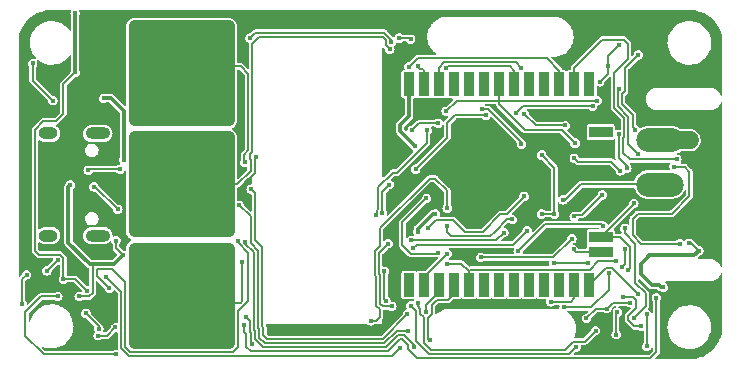
<source format=gbr>
%TF.GenerationSoftware,KiCad,Pcbnew,(6.0.0)*%
%TF.CreationDate,2022-03-26T23:52:19+13:00*%
%TF.ProjectId,Kea Nano PCB V1,4b656120-4e61-46e6-9f20-504342205631,rev?*%
%TF.SameCoordinates,Original*%
%TF.FileFunction,Copper,L2,Bot*%
%TF.FilePolarity,Positive*%
%FSLAX46Y46*%
G04 Gerber Fmt 4.6, Leading zero omitted, Abs format (unit mm)*
G04 Created by KiCad (PCBNEW (6.0.0)) date 2022-03-26 23:52:19*
%MOMM*%
%LPD*%
G01*
G04 APERTURE LIST*
G04 Aperture macros list*
%AMRoundRect*
0 Rectangle with rounded corners*
0 $1 Rounding radius*
0 $2 $3 $4 $5 $6 $7 $8 $9 X,Y pos of 4 corners*
0 Add a 4 corners polygon primitive as box body*
4,1,4,$2,$3,$4,$5,$6,$7,$8,$9,$2,$3,0*
0 Add four circle primitives for the rounded corners*
1,1,$1+$1,$2,$3*
1,1,$1+$1,$4,$5*
1,1,$1+$1,$6,$7*
1,1,$1+$1,$8,$9*
0 Add four rect primitives between the rounded corners*
20,1,$1+$1,$2,$3,$4,$5,0*
20,1,$1+$1,$4,$5,$6,$7,0*
20,1,$1+$1,$6,$7,$8,$9,0*
20,1,$1+$1,$8,$9,$2,$3,0*%
G04 Aperture macros list end*
%TA.AperFunction,ComponentPad*%
%ADD10O,2.100000X1.000000*%
%TD*%
%TA.AperFunction,ComponentPad*%
%ADD11O,1.600000X1.000000*%
%TD*%
%TA.AperFunction,SMDPad,CuDef*%
%ADD12RoundRect,1.000000X-1.000000X0.000000X-1.000000X0.000000X1.000000X0.000000X1.000000X0.000000X0*%
%TD*%
%TA.AperFunction,SMDPad,CuDef*%
%ADD13R,0.900000X2.000000*%
%TD*%
%TA.AperFunction,SMDPad,CuDef*%
%ADD14R,2.000000X0.900000*%
%TD*%
%TA.AperFunction,SMDPad,CuDef*%
%ADD15R,5.000000X5.000000*%
%TD*%
%TA.AperFunction,SMDPad,CuDef*%
%ADD16RoundRect,0.500000X4.000000X4.000000X-4.000000X4.000000X-4.000000X-4.000000X4.000000X-4.000000X0*%
%TD*%
%TA.AperFunction,ViaPad*%
%ADD17C,0.600000*%
%TD*%
%TA.AperFunction,ViaPad*%
%ADD18C,0.400000*%
%TD*%
%TA.AperFunction,Conductor*%
%ADD19C,0.300000*%
%TD*%
%TA.AperFunction,Conductor*%
%ADD20C,0.150000*%
%TD*%
%TA.AperFunction,Conductor*%
%ADD21C,1.500000*%
%TD*%
G04 APERTURE END LIST*
D10*
%TO.P,J1,S1,SHIELD*%
%TO.N,N/C*%
X156905000Y-110680000D03*
X156905000Y-119320000D03*
D11*
X152725000Y-119320000D03*
X152725000Y-110680000D03*
%TD*%
D12*
%TO.P,5V2,1,1*%
%TO.N,VBUS*%
X204500000Y-111250000D03*
%TD*%
D13*
%TO.P,U2,1,GND*%
%TO.N,GND*%
X181995000Y-106500000D03*
%TO.P,U2,2,VDD*%
%TO.N,+3V3*%
X183265000Y-106500000D03*
%TO.P,U2,3,EN*%
%TO.N,/RESET*%
X184535000Y-106500000D03*
%TO.P,U2,4,SENSOR_VP*%
%TO.N,Net-(IO36-Pad1)*%
X185805000Y-106500000D03*
%TO.P,U2,5,SENSOR_VN*%
%TO.N,unconnected-(U2-Pad5)*%
X187075000Y-106500000D03*
%TO.P,U2,6,IO34*%
%TO.N,unconnected-(U2-Pad6)*%
X188345000Y-106500000D03*
%TO.P,U2,7,IO35*%
%TO.N,unconnected-(U2-Pad7)*%
X189615000Y-106500000D03*
%TO.P,U2,8,IO32*%
%TO.N,/IO32{slash}SD*%
X190885000Y-106500000D03*
%TO.P,U2,9,IO33*%
%TO.N,Net-(IO33-Pad1)*%
X192155000Y-106500000D03*
%TO.P,U2,10,IO25*%
%TO.N,unconnected-(U2-Pad10)*%
X193425000Y-106500000D03*
%TO.P,U2,11,IO26*%
%TO.N,unconnected-(U2-Pad11)*%
X194695000Y-106500000D03*
%TO.P,U2,12,IO27*%
%TO.N,Net-(IO27-Pad1)*%
X195965000Y-106500000D03*
%TO.P,U2,13,IO14*%
%TO.N,/IO14{slash}SCK*%
X197235000Y-106500000D03*
%TO.P,U2,14,IO12*%
%TO.N,unconnected-(U2-Pad14)*%
X198505000Y-106500000D03*
D14*
%TO.P,U2,15,GND*%
%TO.N,GND*%
X199505000Y-109285000D03*
%TO.P,U2,16,IO13*%
%TO.N,unconnected-(U2-Pad16)*%
X199505000Y-110555000D03*
%TO.P,U2,23,IO15*%
%TO.N,/IO15{slash}WS*%
X199505000Y-119445000D03*
%TO.P,U2,24,IO2*%
%TO.N,/IO2{slash}WLED*%
X199505000Y-120715000D03*
D13*
%TO.P,U2,25,IO0*%
%TO.N,/IO0*%
X198505000Y-123500000D03*
%TO.P,U2,26,IO4*%
%TO.N,Net-(IO4-Pad1)*%
X197235000Y-123500000D03*
%TO.P,U2,27,IO16*%
%TO.N,unconnected-(U2-Pad27)*%
X195965000Y-123500000D03*
%TO.P,U2,28,IO17*%
%TO.N,unconnected-(U2-Pad28)*%
X194695000Y-123500000D03*
%TO.P,U2,29,IO5*%
%TO.N,unconnected-(U2-Pad29)*%
X193425000Y-123500000D03*
%TO.P,U2,30,IO18*%
%TO.N,unconnected-(U2-Pad30)*%
X192155000Y-123500000D03*
%TO.P,U2,31,IO19*%
%TO.N,unconnected-(U2-Pad31)*%
X190885000Y-123500000D03*
%TO.P,U2,32,NC*%
%TO.N,unconnected-(U2-Pad32)*%
X189615000Y-123500000D03*
%TO.P,U2,33,IO21*%
%TO.N,/IO21{slash}SDA*%
X188345000Y-123500000D03*
%TO.P,U2,34,RXD0/IO3*%
%TO.N,/CH340-TX*%
X187075000Y-123500000D03*
%TO.P,U2,35,TXD0/IO1*%
%TO.N,/CH340-RX*%
X185805000Y-123500000D03*
%TO.P,U2,36,IO22*%
%TO.N,/IO22{slash}SCL*%
X184535000Y-123500000D03*
%TO.P,U2,37,IO23*%
%TO.N,unconnected-(U2-Pad37)*%
X183265000Y-123500000D03*
%TO.P,U2,38,GND*%
%TO.N,GND*%
X181995000Y-123500000D03*
D15*
%TO.P,U2,39,GND*%
X189495000Y-114000000D03*
%TD*%
D16*
%TO.P,IO4,1,1*%
%TO.N,Net-(IO4-Pad1)*%
X164000000Y-105600000D03*
%TD*%
%TO.P,IO33,1,1*%
%TO.N,Net-(IO33-Pad1)*%
X164000000Y-124400000D03*
%TD*%
%TO.P,IO27,1,1*%
%TO.N,Net-(IO27-Pad1)*%
X164000000Y-114990000D03*
%TD*%
D12*
%TO.P,GND3,1,1*%
%TO.N,GND*%
X204500000Y-118750000D03*
%TD*%
%TO.P,IO2,1,1*%
%TO.N,Net-(IO2-Pad1)*%
X204500000Y-115000000D03*
%TD*%
D17*
%TO.N,GND*%
X188500000Y-115000000D03*
X189500000Y-115000000D03*
D18*
X188029500Y-110000000D03*
X158000000Y-103500000D03*
D17*
X157500000Y-118200000D03*
D18*
X191000000Y-110725500D03*
X153500000Y-107000000D03*
D17*
X157500000Y-111800000D03*
D18*
X170270573Y-112653447D03*
D17*
X190500000Y-115000000D03*
X187500000Y-115000000D03*
D18*
X158000000Y-102500000D03*
X157000000Y-103500000D03*
D17*
X171500000Y-127500000D03*
D18*
X157000000Y-102500000D03*
X158975917Y-120040989D03*
X169175980Y-107500000D03*
X169175980Y-111893809D03*
D17*
X189500000Y-112000000D03*
D18*
X182000000Y-124325500D03*
X194400000Y-111600000D03*
D17*
X189500000Y-114000000D03*
D18*
X155000000Y-107500000D03*
D17*
X189500000Y-116000000D03*
D18*
X169318376Y-116272292D03*
X158974500Y-115558274D03*
X156000000Y-123000000D03*
X157936363Y-121200000D03*
D17*
X189500000Y-113000000D03*
D18*
X188500000Y-118500000D03*
X158400000Y-128300000D03*
X159100500Y-107000000D03*
D17*
X191500000Y-115000000D03*
D18*
X182000000Y-105500000D03*
D17*
X189500000Y-118000000D03*
X189500000Y-117000000D03*
D18*
%TO.N,VBUS*%
X156000000Y-124000000D03*
X155000000Y-100500000D03*
D17*
X207010000Y-111250000D03*
D18*
X195564500Y-117500000D03*
X195500000Y-121644500D03*
X157900000Y-123800000D03*
X168750008Y-119750008D03*
X202000000Y-125000000D03*
X200000000Y-125500000D03*
X155000000Y-105500000D03*
X198272828Y-126342844D03*
X194500000Y-117500000D03*
X198384477Y-121615523D03*
X194500000Y-112500000D03*
X154000000Y-123000000D03*
%TO.N,+3V3*%
X158459500Y-129390000D03*
X201374500Y-124525500D03*
X201000000Y-103200000D03*
X202925500Y-127000000D03*
X206976497Y-119976497D03*
X159049020Y-120990000D03*
X200099500Y-105000000D03*
X183799947Y-111778018D03*
X201074500Y-106900000D03*
X157400000Y-107700000D03*
X154580000Y-115040000D03*
X159100500Y-112900000D03*
X199400000Y-106300000D03*
X204800000Y-123700000D03*
X153525489Y-124474511D03*
X207800000Y-120600000D03*
X155325489Y-124474511D03*
X184000000Y-119000000D03*
X202650000Y-112394724D03*
X185500000Y-117500000D03*
X158449835Y-119753517D03*
%TO.N,Net-(D4-Pad2)*%
X183620000Y-120380000D03*
X193260000Y-118900000D03*
%TO.N,Net-(D5-Pad2)*%
X191293000Y-119066978D03*
X183460000Y-119730000D03*
%TO.N,Net-(IO27-Pad1)*%
X181635523Y-103535523D03*
X183253447Y-105046553D03*
%TO.N,Net-(IO33-Pad1)*%
X186428850Y-105140310D03*
X169155274Y-121575836D03*
X182425018Y-102599502D03*
X183400000Y-102700000D03*
%TO.N,Net-(J1-PadB5)*%
X158800000Y-113700000D03*
X156100000Y-113800000D03*
%TO.N,/RESET*%
X150500000Y-125100000D03*
X155900000Y-125900000D03*
X150874500Y-122635523D03*
X157000000Y-127200000D03*
X184000000Y-105000000D03*
%TO.N,/CH340-DTR*%
X169432227Y-126193273D03*
X169970181Y-128529819D03*
%TO.N,Net-(D8-Pad2)*%
X183530000Y-110390000D03*
X185730000Y-109810000D03*
%TO.N,/CH340-TX*%
X168899500Y-116755925D03*
X183152627Y-127379642D03*
X185000000Y-128200000D03*
%TO.N,/CH340-RX*%
X183663556Y-128763571D03*
X169372256Y-119827744D03*
X184691389Y-125774500D03*
%TO.N,Net-(D9-Pad2)*%
X183825500Y-113700000D03*
X189780000Y-109120000D03*
%TO.N,/IO14{slash}SCK*%
X181303824Y-124837907D03*
X181178844Y-122340216D03*
X205932630Y-112869224D03*
X200800000Y-127700000D03*
X199050000Y-127370000D03*
X201514477Y-120485523D03*
X201316638Y-121951617D03*
X200900000Y-125800000D03*
X183991561Y-125037393D03*
%TO.N,/IO15{slash}WS*%
X183429518Y-125245980D03*
X197393981Y-128774500D03*
X203400000Y-128700000D03*
X181800000Y-125312407D03*
X201826910Y-122266300D03*
X181500000Y-120000000D03*
X202300000Y-116600000D03*
X203400000Y-126000000D03*
%TO.N,/USB_IN*%
X169800000Y-102599020D03*
X181774500Y-102948540D03*
%TO.N,Net-(IO2-Pad1)*%
X196300000Y-116290000D03*
%TO.N,Net-(IO14-Pad1)*%
X200200000Y-122510500D03*
X196400000Y-125410023D03*
%TO.N,Net-(IO15-Pad1)*%
X199710000Y-118525500D03*
X192508332Y-120663214D03*
%TO.N,Net-(IO32-Pad1)*%
X199630000Y-115882030D03*
X189320000Y-121170000D03*
X197050000Y-119590000D03*
X197250498Y-117700000D03*
%TO.N,Net-(IO4-Pad1)*%
X183130488Y-125970209D03*
X195264477Y-124935523D03*
X169375030Y-113112483D03*
X169900000Y-115400000D03*
%TO.N,/USB_D-*%
X158600000Y-117100000D03*
X156574500Y-115200000D03*
%TO.N,/IO32{slash}SD*%
X197314470Y-111485530D03*
X201152167Y-113843481D03*
X180425717Y-117572053D03*
X199200000Y-107900000D03*
X197253797Y-112784449D03*
X186400000Y-108800000D03*
X184800000Y-110400000D03*
%TO.N,Net-(JP6-Pad1)*%
X201540000Y-118710000D03*
X202300000Y-126300000D03*
%TO.N,Net-(JP7-Pad2)*%
X153100000Y-107900000D03*
X151400000Y-104750500D03*
%TO.N,/IO21{slash}SDA*%
X205700000Y-113500000D03*
X201700000Y-113600000D03*
X186500000Y-121700000D03*
X184733185Y-116166815D03*
X206200000Y-120000000D03*
X200800000Y-121500000D03*
X201017181Y-110746047D03*
X185737227Y-120762773D03*
%TO.N,/IO22{slash}SCL*%
X181600000Y-115000000D03*
X193000000Y-116000000D03*
X181000000Y-117400000D03*
X184890000Y-118650000D03*
X186500000Y-120854500D03*
%TO.N,Net-(JP12-Pad1)*%
X202670000Y-104030000D03*
X202414479Y-110366684D03*
%TO.N,Net-(JP13-Pad2)*%
X153500000Y-121400000D03*
X152600000Y-122300000D03*
%TO.N,Net-(Q6-Pad1)*%
X158401460Y-127100000D03*
X156941578Y-127796649D03*
%TO.N,/IO0*%
X202674500Y-124262010D03*
X169292543Y-126920967D03*
X204200000Y-124600000D03*
%TO.N,/IO2{slash}WLED*%
X186500000Y-117000000D03*
X191992850Y-117957593D03*
X157600000Y-122800000D03*
X197190000Y-120500000D03*
X186500000Y-118500000D03*
X182500000Y-128844500D03*
X180025489Y-126549500D03*
%TO.N,Net-(IO21-Pad1)*%
X192310000Y-108930000D03*
X198800000Y-108374500D03*
%TO.N,Net-(IO22-Pad1)*%
X189447456Y-108621184D03*
X192770000Y-111590000D03*
%TO.N,Net-(IO36-Pad1)*%
X192776409Y-105139139D03*
X196500000Y-110000000D03*
X193000000Y-109000000D03*
%TD*%
D19*
%TO.N,GND*%
X181995000Y-124320500D02*
X181995000Y-123500000D01*
D20*
X188500000Y-112000000D02*
X188500000Y-110470500D01*
X188500000Y-110470500D02*
X188029500Y-110000000D01*
X170199050Y-113995245D02*
X169318376Y-114875920D01*
X170270573Y-112653447D02*
X170270573Y-112687152D01*
X169175980Y-111893809D02*
X169175980Y-107500000D01*
X188500000Y-118500000D02*
X188500000Y-116000000D01*
X170199050Y-112758675D02*
X170199050Y-113995245D01*
D19*
X182000000Y-105500000D02*
X182000000Y-106495000D01*
D20*
X169318376Y-114875920D02*
X169318376Y-116272292D01*
X191000000Y-110725500D02*
X191000000Y-111500000D01*
X191000000Y-111500000D02*
X191500000Y-112000000D01*
D19*
X182000000Y-124325500D02*
X181995000Y-124320500D01*
X182000000Y-106495000D02*
X181995000Y-106500000D01*
D20*
X170270573Y-112687152D02*
X170199050Y-112758675D01*
%TO.N,VBUS*%
X155000000Y-123000000D02*
X154000000Y-123000000D01*
X194500000Y-117500000D02*
X195564500Y-117500000D01*
X159225480Y-128720816D02*
X159225480Y-123286822D01*
X200500000Y-125000000D02*
X200000000Y-125500000D01*
X168320816Y-129174520D02*
X159679184Y-129174520D01*
X169629785Y-120756319D02*
X169629785Y-124864510D01*
X200000000Y-125500000D02*
X199115672Y-125500000D01*
X158113177Y-122174519D02*
X156824031Y-122174520D01*
X168774520Y-125719775D02*
X168774520Y-128720816D01*
X168750008Y-119750008D02*
X168750008Y-119876542D01*
X168774520Y-128720816D02*
X168320816Y-129174520D01*
X168750008Y-119876542D02*
X169629785Y-120756319D01*
X159679184Y-129174520D02*
X159225480Y-128720816D01*
X159225480Y-123286822D02*
X158113177Y-122174519D01*
X199115672Y-125500000D02*
X198272828Y-126342844D01*
X151925489Y-120925489D02*
X151600000Y-120600000D01*
X195564500Y-113564500D02*
X194500000Y-112500000D01*
X153696550Y-120925489D02*
X151925489Y-120925489D01*
X152300630Y-109655480D02*
X153344520Y-109655480D01*
D19*
X155000000Y-105500000D02*
X155000000Y-100500000D01*
D20*
X154000000Y-123000000D02*
X154000000Y-121228939D01*
X202000000Y-125000000D02*
X200500000Y-125000000D01*
X154000000Y-106500000D02*
X155000000Y-105500000D01*
X169629785Y-124864510D02*
X168774520Y-125719775D01*
X153344520Y-109655480D02*
X154000000Y-109000000D01*
X195564500Y-117500000D02*
X195564500Y-113564500D01*
X154000000Y-109000000D02*
X154000000Y-106500000D01*
D21*
X204500000Y-111250000D02*
X207010000Y-111250000D01*
D20*
X156824031Y-122724031D02*
X157900000Y-123800000D01*
X198384477Y-121615523D02*
X198355500Y-121644500D01*
X156824031Y-122174520D02*
X156824031Y-122724031D01*
X151600000Y-110356110D02*
X152300630Y-109655480D01*
X151600000Y-120600000D02*
X151600000Y-110356110D01*
X154000000Y-121228939D02*
X153696550Y-120925489D01*
X198355500Y-121644500D02*
X195500000Y-121644500D01*
X156000000Y-124000000D02*
X155000000Y-123000000D01*
%TO.N,+3V3*%
X150780000Y-125790000D02*
X150780000Y-127790000D01*
X201825489Y-126496550D02*
X202328939Y-127000000D01*
D19*
X159150480Y-112850020D02*
X159150480Y-108800000D01*
X202900000Y-121700000D02*
X203400000Y-121200000D01*
X203600000Y-121000000D02*
X207000000Y-121000000D01*
D20*
X207176497Y-119976497D02*
X207800000Y-120600000D01*
D19*
X154430000Y-115190000D02*
X154430000Y-119940000D01*
D20*
X201841212Y-111585936D02*
X201841212Y-109246916D01*
D19*
X207400000Y-121000000D02*
X207800000Y-120600000D01*
D20*
X199400000Y-106300000D02*
X200099500Y-105600500D01*
X201825489Y-126103450D02*
X201825489Y-126496550D01*
D19*
X182500000Y-110000000D02*
X182500000Y-110478071D01*
D20*
X200949509Y-108355213D02*
X200949509Y-107024991D01*
D19*
X159100500Y-112900000D02*
X159150480Y-112850020D01*
D20*
X200949509Y-107024991D02*
X201074500Y-106900000D01*
D19*
X154580000Y-115040000D02*
X154430000Y-115190000D01*
D20*
X202328939Y-127000000D02*
X202925500Y-127000000D01*
X201374500Y-124525500D02*
X202196561Y-124525500D01*
D19*
X158050480Y-107700000D02*
X157400000Y-107700000D01*
X156240000Y-121750000D02*
X158289020Y-121750000D01*
X182500000Y-110478071D02*
X183799947Y-111778018D01*
X203400000Y-121200000D02*
X203600000Y-121000000D01*
X159150480Y-108800000D02*
X158050480Y-107700000D01*
X202900000Y-122500000D02*
X202900000Y-121700000D01*
D20*
X206976497Y-119976497D02*
X207176497Y-119976497D01*
X201841212Y-109246916D02*
X200949509Y-108355213D01*
X201000000Y-103200000D02*
X200099500Y-104100500D01*
D19*
X158289020Y-121750000D02*
X159049020Y-120990000D01*
D20*
X156580000Y-121750000D02*
X156474511Y-121855489D01*
D19*
X202900000Y-122600000D02*
X202900000Y-122500000D01*
X203800000Y-123500000D02*
X203500000Y-123200000D01*
X185262873Y-117500000D02*
X184000000Y-118762873D01*
D20*
X158450000Y-119753682D02*
X158450000Y-120390980D01*
D19*
X207000000Y-121000000D02*
X207400000Y-121000000D01*
D20*
X200099500Y-105600500D02*
X200099500Y-105000000D01*
X152095489Y-124474511D02*
X150780000Y-125790000D01*
X157090000Y-121750000D02*
X156580000Y-121750000D01*
D19*
X183265000Y-109235000D02*
X182500000Y-110000000D01*
D20*
X202650000Y-112394724D02*
X201841212Y-111585936D01*
D19*
X203500000Y-123200000D02*
X202900000Y-122600000D01*
X183265000Y-106500000D02*
X183265000Y-109235000D01*
X185500000Y-117500000D02*
X185262873Y-117500000D01*
D20*
X200099500Y-104100500D02*
X200099500Y-105000000D01*
X156196550Y-124474511D02*
X155325489Y-124474511D01*
D19*
X184000000Y-118762873D02*
X184000000Y-119000000D01*
D20*
X202474511Y-124803450D02*
X202474511Y-125454428D01*
X158450000Y-120390980D02*
X159049020Y-120990000D01*
X202474511Y-125454428D02*
X201825489Y-126103450D01*
X153525489Y-124474511D02*
X152095489Y-124474511D01*
D19*
X204800000Y-123700000D02*
X204600000Y-123700000D01*
D20*
X156474511Y-121855489D02*
X156474511Y-124196550D01*
D19*
X154430000Y-119940000D02*
X156240000Y-121750000D01*
D20*
X158449835Y-119753517D02*
X158450000Y-119753682D01*
X202196561Y-124525500D02*
X202474511Y-124803450D01*
D19*
X204400000Y-123500000D02*
X203800000Y-123500000D01*
D20*
X152380000Y-129390000D02*
X158459500Y-129390000D01*
X156474511Y-124196550D02*
X156196550Y-124474511D01*
D19*
X204600000Y-123700000D02*
X204400000Y-123500000D01*
D20*
X150780000Y-127790000D02*
X152380000Y-129390000D01*
%TO.N,Net-(D4-Pad2)*%
X183620000Y-120380000D02*
X183920480Y-120079520D01*
X192080480Y-120079520D02*
X193260000Y-118900000D01*
X183920480Y-120079520D02*
X192080480Y-120079520D01*
%TO.N,Net-(D5-Pad2)*%
X190629978Y-119730000D02*
X183460000Y-119730000D01*
X191293000Y-119066978D02*
X190629978Y-119730000D01*
%TO.N,Net-(IO27-Pad1)*%
X170000000Y-112252959D02*
X169796062Y-112456897D01*
X169796062Y-112456897D02*
X169796062Y-112849982D01*
X170000000Y-103071061D02*
X170000000Y-112252959D01*
X184000000Y-104300000D02*
X194915000Y-104300000D01*
X194915000Y-104300000D02*
X195965000Y-105350000D01*
X169796062Y-112849982D02*
X169849530Y-112903450D01*
X170571061Y-102500000D02*
X170000000Y-103071061D01*
X181023250Y-102500000D02*
X170571061Y-102500000D01*
X195965000Y-105350000D02*
X195965000Y-106500000D01*
X168710000Y-114990000D02*
X164000000Y-114990000D01*
X181300000Y-103200000D02*
X181300000Y-102776750D01*
X181635523Y-103535523D02*
X181300000Y-103200000D01*
X169849530Y-112903450D02*
X169849530Y-113850470D01*
X183253447Y-105046553D02*
X184000000Y-104300000D01*
X181300000Y-102776750D02*
X181023250Y-102500000D01*
X169849530Y-113850470D02*
X168710000Y-114990000D01*
%TO.N,Net-(IO33-Pad1)*%
X183400000Y-102700000D02*
X183299502Y-102599502D01*
X169155274Y-124844726D02*
X169155274Y-121575836D01*
X192155000Y-105355000D02*
X192155000Y-106500000D01*
X191800000Y-105000000D02*
X192155000Y-105355000D01*
X169000000Y-125000000D02*
X169155274Y-124844726D01*
X164000000Y-124980000D02*
X164020000Y-125000000D01*
X186428850Y-105140310D02*
X186569160Y-105000000D01*
X186569160Y-105000000D02*
X191800000Y-105000000D01*
X164020000Y-125000000D02*
X169000000Y-125000000D01*
X183299502Y-102599502D02*
X182425018Y-102599502D01*
%TO.N,Net-(J1-PadB5)*%
X158800000Y-113700000D02*
X156200000Y-113700000D01*
X156200000Y-113700000D02*
X156100000Y-113800000D01*
%TO.N,/RESET*%
X155900000Y-125900000D02*
X157000000Y-127000000D01*
X184000000Y-105000000D02*
X184225489Y-105225489D01*
X184225489Y-105225489D02*
X184410489Y-105225489D01*
X150500000Y-123010023D02*
X150500000Y-125100000D01*
X184535000Y-105350000D02*
X184535000Y-106500000D01*
X157000000Y-127000000D02*
X157000000Y-127200000D01*
X184410489Y-105225489D02*
X184535000Y-105350000D01*
X150874500Y-122635523D02*
X150500000Y-123010023D01*
%TO.N,/CH340-DTR*%
X169767043Y-126528089D02*
X169767044Y-127449932D01*
X169876929Y-128436567D02*
X169970181Y-128529819D01*
X169432227Y-126193273D02*
X169767043Y-126528089D01*
X169876929Y-127559817D02*
X169876929Y-128436567D01*
X169767044Y-127449932D02*
X169876929Y-127559817D01*
%TO.N,Net-(D8-Pad2)*%
X184110000Y-109810000D02*
X185730000Y-109810000D01*
X183530000Y-110390000D02*
X184110000Y-109810000D01*
%TO.N,/CH340-TX*%
X184875009Y-126261941D02*
X185165889Y-125971061D01*
X185165889Y-125234111D02*
X185625489Y-124774511D01*
X170466081Y-120604023D02*
X170466082Y-127160378D01*
X170575969Y-127270265D02*
X170575969Y-127970265D01*
X169850480Y-119988422D02*
X170466081Y-120604023D01*
X186529511Y-124774511D02*
X187075000Y-124229022D01*
X169850480Y-117706905D02*
X169850480Y-119988422D01*
X185000000Y-128200000D02*
X184875009Y-128075009D01*
X171029735Y-128424031D02*
X181175969Y-128424031D01*
X170466082Y-127160378D02*
X170575969Y-127270265D01*
X185165889Y-125971061D02*
X185165889Y-125234111D01*
X182220358Y-127379642D02*
X183152627Y-127379642D01*
X170575969Y-127970265D02*
X171029735Y-128424031D01*
X184875009Y-128075009D02*
X184875009Y-126261941D01*
X185625489Y-124774511D02*
X186529511Y-124774511D01*
X187075000Y-124229022D02*
X187075000Y-123500000D01*
X181175969Y-128424031D02*
X182220358Y-127379642D01*
X168899500Y-116755925D02*
X169850480Y-117706905D01*
%TO.N,/CH340-RX*%
X184691389Y-125774500D02*
X184691389Y-125208611D01*
X170116563Y-127305155D02*
X170226449Y-127415041D01*
X183663556Y-128563556D02*
X183663556Y-128763571D01*
X181320746Y-128773551D02*
X182365135Y-127729162D01*
X170226449Y-127415041D02*
X170226449Y-128115040D01*
X184691389Y-125208611D02*
X185805000Y-124095000D01*
X170884960Y-128773551D02*
X181320746Y-128773551D01*
X185805000Y-124095000D02*
X185805000Y-123500000D01*
X182829162Y-127729162D02*
X183663556Y-128563556D01*
X170226449Y-128115040D02*
X170884960Y-128773551D01*
X170116563Y-120748801D02*
X170116563Y-127305155D01*
X169372256Y-119827744D02*
X169372256Y-120004494D01*
X169372256Y-120004494D02*
X170116563Y-120748801D01*
X182365135Y-127729162D02*
X182829162Y-127729162D01*
%TO.N,Net-(D9-Pad2)*%
X187140000Y-109120000D02*
X189780000Y-109120000D01*
X186500000Y-111025500D02*
X186500000Y-109760000D01*
X186500000Y-109760000D02*
X187140000Y-109120000D01*
X183825500Y-113700000D02*
X186500000Y-111025500D01*
%TO.N,/IO14{slash}SCK*%
X201969224Y-112869224D02*
X201400000Y-112300000D01*
X201800000Y-103100000D02*
X201425489Y-102725489D01*
X201491692Y-109391692D02*
X200599989Y-108499989D01*
X201400000Y-111034289D02*
X201491692Y-110942597D01*
X184525489Y-128396550D02*
X185128939Y-129000000D01*
X181178844Y-124712927D02*
X181178844Y-122340216D01*
X196462168Y-129000000D02*
X197162168Y-128300000D01*
X185128939Y-129000000D02*
X196462168Y-129000000D01*
X201491692Y-110942597D02*
X201491692Y-109391692D01*
X181303824Y-124837907D02*
X181178844Y-124712927D01*
X200599989Y-105600011D02*
X201800000Y-104400000D01*
X184494839Y-126249011D02*
X184525489Y-126249011D01*
X201425489Y-102725489D02*
X199603450Y-102725489D01*
X184525489Y-126249011D02*
X184525489Y-128396550D01*
X197235000Y-105093939D02*
X197235000Y-106500000D01*
X200599989Y-108499989D02*
X200599989Y-105600011D01*
X200800000Y-125900000D02*
X200900000Y-125800000D01*
X201514477Y-121753778D02*
X201514477Y-120485523D01*
X201316638Y-121951617D02*
X201514477Y-121753778D01*
X199603450Y-102725489D02*
X197235000Y-105093939D01*
X205932630Y-112869224D02*
X201969224Y-112869224D01*
X183991561Y-125037393D02*
X183991561Y-125297265D01*
X197162168Y-128300000D02*
X198120000Y-128300000D01*
X183991561Y-125297265D02*
X184216877Y-125522581D01*
X201800000Y-104400000D02*
X201800000Y-103100000D01*
X200800000Y-127700000D02*
X200800000Y-125900000D01*
X184216877Y-125522581D02*
X184216877Y-125971049D01*
X198120000Y-128300000D02*
X199050000Y-127370000D01*
X184216877Y-125971049D02*
X184494839Y-126249011D01*
X201400000Y-112300000D02*
X201400000Y-111034289D01*
%TO.N,/IO15{slash}WS*%
X183606054Y-125422516D02*
X183429518Y-125245980D01*
X183622516Y-125422516D02*
X183606054Y-125422516D01*
X180829324Y-122661757D02*
X180704333Y-122536766D01*
X183867358Y-125667358D02*
X183622516Y-125422516D01*
X180704333Y-120795667D02*
X181500000Y-120000000D01*
X202300000Y-116650000D02*
X202300000Y-116600000D01*
X203400000Y-126000000D02*
X203400000Y-128700000D01*
X201988988Y-120288988D02*
X201145000Y-119445000D01*
X181041346Y-125312407D02*
X180829324Y-125100385D01*
X201988988Y-122104222D02*
X201988988Y-120288988D01*
X180829324Y-125100385D02*
X180829324Y-122661757D01*
X201826910Y-122266300D02*
X201988988Y-122104222D01*
X201145000Y-119445000D02*
X199505000Y-119445000D01*
X197393981Y-128774500D02*
X196818961Y-129349520D01*
X180704333Y-122536766D02*
X180704333Y-120795667D01*
X196818961Y-129349520D02*
X184984163Y-129349520D01*
X184984163Y-129349520D02*
X183867358Y-128232715D01*
X183867358Y-128232715D02*
X183867358Y-125667358D01*
X199505000Y-119445000D02*
X202300000Y-116650000D01*
X181800000Y-125312407D02*
X181041346Y-125312407D01*
%TO.N,/USB_IN*%
X181749519Y-102923559D02*
X181774500Y-102948540D01*
X169800000Y-102599020D02*
X170248540Y-102150480D01*
X181168026Y-102150480D02*
X181749519Y-102731973D01*
X170248540Y-102150480D02*
X181168026Y-102150480D01*
X181749519Y-102731973D02*
X181749519Y-102923559D01*
%TO.N,Net-(IO2-Pad1)*%
X196300000Y-116290000D02*
X196500000Y-116290000D01*
X196500000Y-116290000D02*
X197800000Y-114990000D01*
X204490000Y-114990000D02*
X204500000Y-115000000D01*
X197800000Y-114990000D02*
X204490000Y-114990000D01*
%TO.N,Net-(IO14-Pad1)*%
X196400000Y-125410023D02*
X198701038Y-125410023D01*
X200200000Y-123911061D02*
X200200000Y-122510500D01*
X198701038Y-125410023D02*
X200200000Y-123911061D01*
%TO.N,Net-(IO15-Pad1)*%
X199555469Y-118370969D02*
X194800577Y-118370969D01*
X194800577Y-118370969D02*
X192508332Y-120663214D01*
X199710000Y-118525500D02*
X199555469Y-118370969D01*
%TO.N,Net-(IO32-Pad1)*%
X197375987Y-117574511D02*
X197250498Y-117700000D01*
X195470000Y-121170000D02*
X189320000Y-121170000D01*
X199630000Y-115882030D02*
X197937519Y-117574511D01*
X197050000Y-119590000D02*
X195470000Y-121170000D01*
X197937519Y-117574511D02*
X197375987Y-117574511D01*
%TO.N,Net-(IO4-Pad1)*%
X170925489Y-127125489D02*
X170925489Y-127737971D01*
X197235000Y-124650000D02*
X197235000Y-123500000D01*
X170200000Y-119700000D02*
X170815601Y-120315601D01*
X183130488Y-125970209D02*
X183029791Y-125970209D01*
X170815601Y-120315601D02*
X170815601Y-127015601D01*
X169650480Y-105650480D02*
X169000000Y-105000000D01*
X171262029Y-128074511D02*
X181026186Y-128074511D01*
X170925489Y-127737971D02*
X171262029Y-128074511D01*
X169299990Y-113037443D02*
X169299990Y-112458674D01*
X169299990Y-112458674D02*
X169650480Y-112108184D01*
X181026186Y-128074511D02*
X183130488Y-125970209D01*
X169375030Y-113112483D02*
X169299990Y-113037443D01*
X169900000Y-115400000D02*
X170200000Y-115700000D01*
X170200000Y-115700000D02*
X170200000Y-119700000D01*
X170815601Y-127015601D02*
X170925489Y-127125489D01*
X169000000Y-105000000D02*
X164000000Y-105000000D01*
X195264477Y-124935523D02*
X196949477Y-124935523D01*
X169650480Y-112108184D02*
X169650480Y-105650480D01*
X196949477Y-124935523D02*
X197235000Y-124650000D01*
%TO.N,/USB_D-*%
X156700000Y-115200000D02*
X158600000Y-117100000D01*
X156574500Y-115200000D02*
X156700000Y-115200000D01*
%TO.N,/IO32{slash}SD*%
X197541343Y-113071995D02*
X197253797Y-112784449D01*
X190800000Y-107900000D02*
X187300000Y-107900000D01*
X180525489Y-117203450D02*
X180650480Y-117078459D01*
X182249011Y-114000000D02*
X184800000Y-111449011D01*
X180650480Y-115221541D02*
X181872021Y-114000000D01*
X184800000Y-111449011D02*
X184800000Y-110400000D01*
X190885000Y-107585000D02*
X190885000Y-106500000D01*
X196178459Y-110349520D02*
X193058459Y-110349520D01*
X187300000Y-107900000D02*
X186400000Y-108800000D01*
X181872021Y-114000000D02*
X182249011Y-114000000D01*
X180425717Y-117572053D02*
X180525489Y-117472281D01*
X197314470Y-111485530D02*
X196178459Y-110349520D01*
X190885000Y-106500000D02*
X190885000Y-107815000D01*
X190885000Y-108176061D02*
X190885000Y-107585000D01*
X180650480Y-117078459D02*
X180650480Y-115221541D01*
X201152167Y-113843481D02*
X200380681Y-113071995D01*
X193058459Y-110349520D02*
X190885000Y-108176061D01*
X180525489Y-117472281D02*
X180525489Y-117203450D01*
X200380681Y-113071995D02*
X197541343Y-113071995D01*
X190885000Y-107900000D02*
X190885000Y-107585000D01*
X199200000Y-107900000D02*
X190885000Y-107900000D01*
%TO.N,Net-(JP6-Pad1)*%
X203300000Y-124205704D02*
X203300000Y-125300000D01*
X201540000Y-118710000D02*
X201540000Y-119134296D01*
X202400000Y-123305704D02*
X203300000Y-124205704D01*
X202400000Y-119994296D02*
X202400000Y-123305704D01*
X203300000Y-125300000D02*
X202300000Y-126300000D01*
X201540000Y-119134296D02*
X202400000Y-119994296D01*
%TO.N,Net-(JP7-Pad2)*%
X153100000Y-107900000D02*
X151400000Y-106200000D01*
X151400000Y-106200000D02*
X151400000Y-104750500D01*
%TO.N,/IO21{slash}SDA*%
X185645489Y-120854511D02*
X183423450Y-120854511D01*
X182700000Y-120131061D02*
X182700000Y-118200000D01*
X198600000Y-122200000D02*
X188495000Y-122200000D01*
X206600000Y-113500000D02*
X205700000Y-113500000D01*
X202624520Y-117475480D02*
X205524520Y-117475480D01*
X202200000Y-119300000D02*
X202200000Y-117900000D01*
X201017181Y-112788242D02*
X201017181Y-110746047D01*
X205524520Y-117475480D02*
X207000000Y-116000000D01*
X182700000Y-118200000D02*
X184733185Y-116166815D01*
X207000000Y-116000000D02*
X207000000Y-113900000D01*
X202924520Y-120024520D02*
X202200000Y-119300000D01*
X186500000Y-121700000D02*
X187695000Y-121700000D01*
X188495000Y-122200000D02*
X188345000Y-122350000D01*
X185737227Y-120762773D02*
X185645489Y-120854511D01*
X201700000Y-113600000D02*
X201700000Y-113471061D01*
X187695000Y-121700000D02*
X188345000Y-122350000D01*
X183423450Y-120854511D02*
X182700000Y-120131061D01*
X206175480Y-120024520D02*
X202924520Y-120024520D01*
X188345000Y-122350000D02*
X188345000Y-123500000D01*
X200800000Y-121500000D02*
X199300000Y-121500000D01*
X199300000Y-121500000D02*
X198600000Y-122200000D01*
X202200000Y-117900000D02*
X202624520Y-117475480D01*
X201700000Y-113471061D02*
X201017181Y-112788242D01*
X207000000Y-113900000D02*
X206600000Y-113500000D01*
X206200000Y-120000000D02*
X206175480Y-120024520D01*
%TO.N,/IO22{slash}SCL*%
X189500000Y-119000000D02*
X188000000Y-119000000D01*
X188000000Y-119000000D02*
X187000000Y-118000000D01*
X193000000Y-116000000D02*
X193000000Y-116044022D01*
X181000000Y-115600000D02*
X181000000Y-117400000D01*
X190977989Y-117522011D02*
X189500000Y-119000000D01*
X184535000Y-122819500D02*
X184535000Y-123500000D01*
X181600000Y-115000000D02*
X181000000Y-115600000D01*
X185540000Y-118000000D02*
X184890000Y-118650000D01*
X193000000Y-116044022D02*
X191522011Y-117522011D01*
X186500000Y-120854500D02*
X184535000Y-122819500D01*
X187000000Y-118000000D02*
X185540000Y-118000000D01*
X191522011Y-117522011D02*
X190977989Y-117522011D01*
%TO.N,Net-(JP12-Pad1)*%
X201299029Y-108210437D02*
X201299029Y-107346532D01*
X202414479Y-110366684D02*
X202190732Y-110142937D01*
X201549011Y-105145285D02*
X202664296Y-104030000D01*
X201549011Y-107096550D02*
X201549011Y-105145285D01*
X201299029Y-107346532D02*
X201549011Y-107096550D01*
X202190732Y-109102140D02*
X201299029Y-108210437D01*
X202190732Y-110142937D02*
X202190732Y-109102140D01*
X202664296Y-104030000D02*
X202670000Y-104030000D01*
%TO.N,Net-(JP13-Pad2)*%
X152600000Y-122300000D02*
X153500000Y-121400000D01*
%TO.N,Net-(Q6-Pad1)*%
X156941578Y-127796649D02*
X157704811Y-127796649D01*
X157704811Y-127796649D02*
X158401460Y-127100000D01*
%TO.N,/IO0*%
X182684386Y-128078682D02*
X183189045Y-128583341D01*
X169292543Y-126920967D02*
X169292543Y-127469727D01*
X169292543Y-127469727D02*
X169495670Y-127672854D01*
X200448479Y-122035989D02*
X199969011Y-122035989D01*
X169495670Y-127672854D02*
X169495670Y-128726369D01*
X183189045Y-128583341D02*
X183189045Y-128960121D01*
X202674500Y-124262010D02*
X202674500Y-124074500D01*
X183189045Y-128960121D02*
X183927963Y-129699039D01*
X203700961Y-129699039D02*
X204200000Y-129200000D01*
X182509911Y-128078682D02*
X182684386Y-128078682D01*
X198505000Y-124195000D02*
X198505000Y-123500000D01*
X202674500Y-124262010D02*
X200448479Y-122035989D01*
X181465523Y-129123070D02*
X181670266Y-128918326D01*
X199969011Y-122035989D02*
X198505000Y-123500000D01*
X183927963Y-129699039D02*
X203700961Y-129699039D01*
X169495670Y-128726369D02*
X169892371Y-129123070D01*
X169892371Y-129123070D02*
X181465523Y-129123070D01*
X181670266Y-128918326D02*
X182509911Y-128078682D01*
X204200000Y-129200000D02*
X204200000Y-124600000D01*
%TO.N,/IO2{slash}WLED*%
X180479804Y-125245160D02*
X180479804Y-122806533D01*
X157600000Y-122800000D02*
X158875960Y-124075960D01*
X158875960Y-124075960D02*
X158875960Y-128865591D01*
X180479804Y-122806533D02*
X180354813Y-122681541D01*
X191992850Y-117957593D02*
X191542407Y-117957593D01*
X185000000Y-114500000D02*
X185500000Y-114500000D01*
X180354814Y-120650890D02*
X180800000Y-120205704D01*
X197405000Y-120715000D02*
X197190000Y-120500000D01*
X190500000Y-119000000D02*
X190150480Y-119349520D01*
X199505000Y-120715000D02*
X197405000Y-120715000D01*
X181820461Y-129524039D02*
X182500000Y-128844500D01*
X180800000Y-125565356D02*
X180479804Y-125245160D01*
X180354814Y-122391989D02*
X180354814Y-120650890D01*
X191542407Y-117957593D02*
X190500000Y-119000000D01*
X180800000Y-120205704D02*
X180800000Y-118700000D01*
X186500000Y-115500000D02*
X186500000Y-117000000D01*
X186849520Y-119349520D02*
X186500000Y-119000000D01*
X180025489Y-126549500D02*
X180450500Y-126549500D01*
X158875960Y-128865591D02*
X159534407Y-129524039D01*
X190150480Y-119349520D02*
X186849520Y-119349520D01*
X180354813Y-122681541D02*
X180354814Y-122391989D01*
X180450500Y-126549500D02*
X180800000Y-126200000D01*
X180800000Y-126200000D02*
X180800000Y-125565356D01*
X186500000Y-119000000D02*
X186500000Y-118500000D01*
X180800000Y-118700000D02*
X185000000Y-114500000D01*
X185500000Y-114500000D02*
X186500000Y-115500000D01*
X159534407Y-129524039D02*
X181820461Y-129524039D01*
%TO.N,Net-(IO21-Pad1)*%
X198745500Y-108320000D02*
X192920000Y-108320000D01*
X192920000Y-108320000D02*
X192310000Y-108930000D01*
X198800000Y-108374500D02*
X198745500Y-108320000D01*
%TO.N,Net-(IO22-Pad1)*%
X192770000Y-111438939D02*
X192770000Y-111590000D01*
X189447456Y-108621184D02*
X189952245Y-108621184D01*
X189952245Y-108621184D02*
X192770000Y-111438939D01*
%TO.N,Net-(IO36-Pad1)*%
X185805000Y-105093099D02*
X185805000Y-106500000D01*
X192286790Y-104649520D02*
X186248579Y-104649520D01*
X186248579Y-104649520D02*
X185805000Y-105093099D01*
X196500000Y-110000000D02*
X194000000Y-110000000D01*
X194000000Y-110000000D02*
X193000000Y-109000000D01*
X192776409Y-105139139D02*
X192286790Y-104649520D01*
%TD*%
%TA.AperFunction,Conductor*%
%TO.N,GND*%
G36*
X200786547Y-125292813D02*
G01*
X200811857Y-125336650D01*
X200803067Y-125386500D01*
X200772578Y-125415433D01*
X200661658Y-125471950D01*
X200571950Y-125561658D01*
X200528351Y-125647226D01*
X200504599Y-125669375D01*
X200510672Y-125697945D01*
X200494508Y-125800000D01*
X200514354Y-125925304D01*
X200516999Y-125930495D01*
X200518798Y-125936033D01*
X200518085Y-125936265D01*
X200524500Y-125962983D01*
X200524500Y-127378456D01*
X200507187Y-127426022D01*
X200502826Y-127430782D01*
X200471950Y-127461658D01*
X200469306Y-127466848D01*
X200469304Y-127466850D01*
X200420059Y-127563499D01*
X200414354Y-127574696D01*
X200413443Y-127580448D01*
X200413442Y-127580451D01*
X200398135Y-127677100D01*
X200394508Y-127700000D01*
X200395419Y-127705752D01*
X200413442Y-127819549D01*
X200413443Y-127819552D01*
X200414354Y-127825304D01*
X200416999Y-127830495D01*
X200417000Y-127830498D01*
X200469304Y-127933150D01*
X200469306Y-127933152D01*
X200471950Y-127938342D01*
X200561658Y-128028050D01*
X200566848Y-128030694D01*
X200566850Y-128030696D01*
X200669502Y-128083000D01*
X200669505Y-128083001D01*
X200674696Y-128085646D01*
X200680448Y-128086557D01*
X200680451Y-128086558D01*
X200794248Y-128104581D01*
X200800000Y-128105492D01*
X200805752Y-128104581D01*
X200919549Y-128086558D01*
X200919552Y-128086557D01*
X200925304Y-128085646D01*
X200930495Y-128083001D01*
X200930498Y-128083000D01*
X201033150Y-128030696D01*
X201033152Y-128030694D01*
X201038342Y-128028050D01*
X201128050Y-127938342D01*
X201130694Y-127933152D01*
X201130696Y-127933150D01*
X201183000Y-127830498D01*
X201183001Y-127830495D01*
X201185646Y-127825304D01*
X201186557Y-127819552D01*
X201186558Y-127819549D01*
X201204581Y-127705752D01*
X201205492Y-127700000D01*
X201201865Y-127677100D01*
X201186558Y-127580451D01*
X201186557Y-127580448D01*
X201185646Y-127574696D01*
X201179941Y-127563499D01*
X201130696Y-127466850D01*
X201130694Y-127466848D01*
X201128050Y-127461658D01*
X201097174Y-127430782D01*
X201075782Y-127384906D01*
X201075500Y-127378456D01*
X201075500Y-126205417D01*
X201092813Y-126157851D01*
X201115904Y-126139483D01*
X201119635Y-126137582D01*
X201138342Y-126128050D01*
X201228050Y-126038342D01*
X201230694Y-126033152D01*
X201230696Y-126033150D01*
X201283000Y-125930498D01*
X201283001Y-125930495D01*
X201285646Y-125925304D01*
X201286557Y-125919552D01*
X201286558Y-125919549D01*
X201304581Y-125805752D01*
X201305492Y-125800000D01*
X201295883Y-125739331D01*
X201286558Y-125680451D01*
X201286557Y-125680448D01*
X201285646Y-125674696D01*
X201281692Y-125666935D01*
X201230696Y-125566850D01*
X201230694Y-125566848D01*
X201228050Y-125561658D01*
X201138342Y-125471950D01*
X201027422Y-125415433D01*
X200992902Y-125378414D01*
X200990253Y-125327864D01*
X201020716Y-125287438D01*
X201061019Y-125275500D01*
X201678456Y-125275500D01*
X201726022Y-125292813D01*
X201730782Y-125297174D01*
X201761658Y-125328050D01*
X201766848Y-125330694D01*
X201766850Y-125330696D01*
X201869502Y-125383000D01*
X201869505Y-125383001D01*
X201874696Y-125385646D01*
X201880448Y-125386557D01*
X201880451Y-125386558D01*
X201962310Y-125399523D01*
X201967497Y-125400344D01*
X201972087Y-125401071D01*
X202016359Y-125425612D01*
X202034500Y-125472868D01*
X202018020Y-125520730D01*
X202012837Y-125526486D01*
X201655018Y-125884305D01*
X201643807Y-125893506D01*
X201626865Y-125904826D01*
X201617027Y-125919550D01*
X201611498Y-125927824D01*
X201611468Y-125927867D01*
X201604614Y-125938126D01*
X201603222Y-125940210D01*
X201565974Y-125995955D01*
X201564553Y-126003100D01*
X201564552Y-126003102D01*
X201556723Y-126042461D01*
X201550127Y-126075622D01*
X201544592Y-126103450D01*
X201548027Y-126120716D01*
X201548567Y-126123433D01*
X201549989Y-126137870D01*
X201549989Y-126462130D01*
X201548567Y-126476566D01*
X201544592Y-126496550D01*
X201546014Y-126503699D01*
X201549989Y-126523682D01*
X201549989Y-126523683D01*
X201564248Y-126595367D01*
X201565974Y-126604045D01*
X201582132Y-126628227D01*
X201608404Y-126667545D01*
X201626865Y-126695174D01*
X201643807Y-126706494D01*
X201655018Y-126715695D01*
X202109794Y-127170471D01*
X202118995Y-127181682D01*
X202130315Y-127198624D01*
X202140983Y-127205752D01*
X202153313Y-127213991D01*
X202153342Y-127214011D01*
X202163035Y-127220487D01*
X202163038Y-127220489D01*
X202221444Y-127259515D01*
X202228589Y-127260936D01*
X202228591Y-127260937D01*
X202301804Y-127275500D01*
X202301807Y-127275500D01*
X202328939Y-127280897D01*
X202348923Y-127276922D01*
X202363359Y-127275500D01*
X202603956Y-127275500D01*
X202651522Y-127292813D01*
X202656282Y-127297174D01*
X202687158Y-127328050D01*
X202692348Y-127330694D01*
X202692350Y-127330696D01*
X202795002Y-127383000D01*
X202795005Y-127383001D01*
X202800196Y-127385646D01*
X202805948Y-127386557D01*
X202805951Y-127386558D01*
X202919748Y-127404581D01*
X202925500Y-127405492D01*
X202931252Y-127404581D01*
X203038924Y-127387528D01*
X203088613Y-127397187D01*
X203120468Y-127436525D01*
X203124500Y-127460617D01*
X203124500Y-128378456D01*
X203107187Y-128426022D01*
X203102826Y-128430782D01*
X203071950Y-128461658D01*
X203069306Y-128466848D01*
X203069304Y-128466850D01*
X203017000Y-128569502D01*
X203014354Y-128574696D01*
X203013443Y-128580448D01*
X203013442Y-128580451D01*
X202998141Y-128677064D01*
X202994508Y-128700000D01*
X202995419Y-128705752D01*
X203013442Y-128819549D01*
X203013443Y-128819552D01*
X203014354Y-128825304D01*
X203016999Y-128830495D01*
X203017000Y-128830498D01*
X203069304Y-128933150D01*
X203069306Y-128933152D01*
X203071950Y-128938342D01*
X203161658Y-129028050D01*
X203166848Y-129030694D01*
X203166850Y-129030696D01*
X203269502Y-129083000D01*
X203269505Y-129083001D01*
X203274696Y-129085646D01*
X203280448Y-129086557D01*
X203280451Y-129086558D01*
X203394248Y-129104581D01*
X203400000Y-129105492D01*
X203405752Y-129104581D01*
X203519549Y-129086558D01*
X203519552Y-129086557D01*
X203525304Y-129085646D01*
X203530495Y-129083001D01*
X203530498Y-129083000D01*
X203633150Y-129030696D01*
X203633152Y-129030694D01*
X203638342Y-129028050D01*
X203728050Y-128938342D01*
X203784567Y-128827422D01*
X203821586Y-128792902D01*
X203872136Y-128790253D01*
X203912562Y-128820716D01*
X203924500Y-128861019D01*
X203924500Y-129055232D01*
X203907187Y-129102798D01*
X203902826Y-129107558D01*
X203608519Y-129401865D01*
X203562643Y-129423257D01*
X203556193Y-129423539D01*
X197313210Y-129423539D01*
X197265644Y-129406226D01*
X197240334Y-129362389D01*
X197249124Y-129312539D01*
X197260884Y-129297213D01*
X197358116Y-129199981D01*
X197398865Y-129179218D01*
X197441493Y-129172467D01*
X197513530Y-129161058D01*
X197513533Y-129161057D01*
X197519285Y-129160146D01*
X197524476Y-129157501D01*
X197524479Y-129157500D01*
X197627131Y-129105196D01*
X197627133Y-129105194D01*
X197632323Y-129102550D01*
X197722031Y-129012842D01*
X197724675Y-129007652D01*
X197724677Y-129007650D01*
X197776981Y-128904998D01*
X197776982Y-128904995D01*
X197779627Y-128899804D01*
X197780538Y-128894052D01*
X197780539Y-128894049D01*
X197798562Y-128780252D01*
X197799473Y-128774500D01*
X197794923Y-128745771D01*
X197781509Y-128661076D01*
X197791168Y-128611387D01*
X197830506Y-128579532D01*
X197854598Y-128575500D01*
X198085580Y-128575500D01*
X198100016Y-128576922D01*
X198120000Y-128580897D01*
X198147132Y-128575500D01*
X198147135Y-128575500D01*
X198220348Y-128560937D01*
X198220350Y-128560936D01*
X198227495Y-128559515D01*
X198275042Y-128527745D01*
X198295622Y-128513994D01*
X198295623Y-128513993D01*
X198318624Y-128498624D01*
X198329944Y-128481683D01*
X198339146Y-128470470D01*
X199014135Y-127795481D01*
X199054884Y-127774718D01*
X199114376Y-127765296D01*
X199169549Y-127756558D01*
X199169552Y-127756557D01*
X199175304Y-127755646D01*
X199180495Y-127753001D01*
X199180498Y-127753000D01*
X199283150Y-127700696D01*
X199283152Y-127700694D01*
X199288342Y-127698050D01*
X199378050Y-127608342D01*
X199380694Y-127603152D01*
X199380696Y-127603150D01*
X199433000Y-127500498D01*
X199433001Y-127500495D01*
X199435646Y-127495304D01*
X199436557Y-127489552D01*
X199436558Y-127489549D01*
X199454581Y-127375752D01*
X199455492Y-127370000D01*
X199448413Y-127325304D01*
X199436558Y-127250451D01*
X199436557Y-127250448D01*
X199435646Y-127244696D01*
X199433000Y-127239502D01*
X199380696Y-127136850D01*
X199380694Y-127136848D01*
X199378050Y-127131658D01*
X199288342Y-127041950D01*
X199283152Y-127039306D01*
X199283150Y-127039304D01*
X199180498Y-126987000D01*
X199180495Y-126986999D01*
X199175304Y-126984354D01*
X199169552Y-126983443D01*
X199169549Y-126983442D01*
X199055752Y-126965419D01*
X199050000Y-126964508D01*
X199044248Y-126965419D01*
X198930451Y-126983442D01*
X198930448Y-126983443D01*
X198924696Y-126984354D01*
X198919505Y-126986999D01*
X198919502Y-126987000D01*
X198816850Y-127039304D01*
X198816848Y-127039306D01*
X198811658Y-127041950D01*
X198721950Y-127131658D01*
X198719306Y-127136848D01*
X198719304Y-127136850D01*
X198667000Y-127239502D01*
X198664354Y-127244696D01*
X198663443Y-127250448D01*
X198663442Y-127250451D01*
X198645282Y-127365115D01*
X198624519Y-127405865D01*
X198027558Y-128002826D01*
X197981682Y-128024218D01*
X197975232Y-128024500D01*
X197330655Y-128024500D01*
X197283089Y-128007187D01*
X197257779Y-127963350D01*
X197262888Y-127920774D01*
X197264896Y-127916198D01*
X197319862Y-127790887D01*
X197321788Y-127786835D01*
X197326478Y-127777694D01*
X197326480Y-127777689D01*
X197328389Y-127773968D01*
X197329418Y-127769906D01*
X197329997Y-127768372D01*
X197330626Y-127766347D01*
X197332298Y-127762535D01*
X197335025Y-127748288D01*
X197335969Y-127744035D01*
X197345172Y-127707692D01*
X197392832Y-127519485D01*
X197394049Y-127515228D01*
X197398447Y-127501436D01*
X197398793Y-127497266D01*
X197399116Y-127495635D01*
X197399403Y-127493541D01*
X197400422Y-127489514D01*
X197400767Y-127474986D01*
X197400999Y-127470640D01*
X197401126Y-127469114D01*
X197414414Y-127308760D01*
X197420125Y-127239843D01*
X197420631Y-127235386D01*
X197422096Y-127225235D01*
X197422096Y-127225231D01*
X197422694Y-127221088D01*
X197422348Y-127216914D01*
X197422398Y-127215256D01*
X197422336Y-127213152D01*
X197422680Y-127209006D01*
X197420630Y-127194625D01*
X197420142Y-127190292D01*
X197401018Y-126959504D01*
X197400783Y-126955022D01*
X197400557Y-126944759D01*
X197400465Y-126940575D01*
X197399437Y-126936516D01*
X197399212Y-126934856D01*
X197398805Y-126932794D01*
X197398462Y-126928658D01*
X197394067Y-126914793D01*
X197392882Y-126910632D01*
X197387230Y-126888310D01*
X197336029Y-126686120D01*
X197335060Y-126681739D01*
X197332369Y-126667545D01*
X197330688Y-126663714D01*
X197330201Y-126662140D01*
X197329452Y-126660151D01*
X197328432Y-126656122D01*
X197321827Y-126643192D01*
X197319960Y-126639254D01*
X197226929Y-126427165D01*
X197225251Y-126423002D01*
X197223783Y-126419013D01*
X197220262Y-126409447D01*
X197217974Y-126405945D01*
X197217234Y-126404473D01*
X197216170Y-126402638D01*
X197214499Y-126398828D01*
X197212026Y-126395490D01*
X197212023Y-126395485D01*
X197205848Y-126387150D01*
X197203358Y-126383573D01*
X197076701Y-126189710D01*
X197074361Y-126185880D01*
X197069277Y-126176960D01*
X197069276Y-126176959D01*
X197067204Y-126173323D01*
X197064367Y-126170241D01*
X197063388Y-126168901D01*
X197062042Y-126167273D01*
X197059771Y-126163797D01*
X197056788Y-126160917D01*
X197056783Y-126160911D01*
X197049332Y-126153718D01*
X197046286Y-126150599D01*
X196889423Y-125980201D01*
X196886508Y-125976836D01*
X196877368Y-125965611D01*
X196874063Y-125963039D01*
X196872868Y-125961870D01*
X196871275Y-125960488D01*
X196868468Y-125957438D01*
X196865052Y-125955088D01*
X196865048Y-125955085D01*
X196856509Y-125949212D01*
X196852994Y-125946639D01*
X196687615Y-125817920D01*
X196660713Y-125775042D01*
X196667665Y-125724902D01*
X196705220Y-125690963D01*
X196733067Y-125685523D01*
X198361881Y-125685523D01*
X198409447Y-125702836D01*
X198434757Y-125746673D01*
X198425967Y-125796523D01*
X198414207Y-125811849D01*
X198308693Y-125917363D01*
X198267944Y-125938126D01*
X198231283Y-125943932D01*
X198153279Y-125956286D01*
X198153276Y-125956287D01*
X198147524Y-125957198D01*
X198142333Y-125959843D01*
X198142330Y-125959844D01*
X198039678Y-126012148D01*
X198039676Y-126012150D01*
X198034486Y-126014794D01*
X197944778Y-126104502D01*
X197942134Y-126109692D01*
X197942132Y-126109694D01*
X197892167Y-126207756D01*
X197887182Y-126217540D01*
X197886271Y-126223292D01*
X197886270Y-126223295D01*
X197870086Y-126325481D01*
X197867336Y-126342844D01*
X197868247Y-126348596D01*
X197886270Y-126462393D01*
X197886271Y-126462396D01*
X197887182Y-126468148D01*
X197889827Y-126473339D01*
X197889828Y-126473342D01*
X197942132Y-126575994D01*
X197942134Y-126575996D01*
X197944778Y-126581186D01*
X198034486Y-126670894D01*
X198039676Y-126673538D01*
X198039678Y-126673540D01*
X198142330Y-126725844D01*
X198142333Y-126725845D01*
X198147524Y-126728490D01*
X198153276Y-126729401D01*
X198153279Y-126729402D01*
X198267076Y-126747425D01*
X198272828Y-126748336D01*
X198278580Y-126747425D01*
X198392377Y-126729402D01*
X198392380Y-126729401D01*
X198398132Y-126728490D01*
X198403323Y-126725845D01*
X198403326Y-126725844D01*
X198505978Y-126673540D01*
X198505980Y-126673538D01*
X198511170Y-126670894D01*
X198600878Y-126581186D01*
X198603522Y-126575996D01*
X198603524Y-126575994D01*
X198655828Y-126473342D01*
X198655829Y-126473339D01*
X198658474Y-126468148D01*
X198659385Y-126462396D01*
X198659386Y-126462393D01*
X198673208Y-126375118D01*
X198677546Y-126347728D01*
X198698309Y-126306979D01*
X199208114Y-125797174D01*
X199253990Y-125775782D01*
X199260440Y-125775500D01*
X199678456Y-125775500D01*
X199726022Y-125792813D01*
X199730782Y-125797174D01*
X199761658Y-125828050D01*
X199766848Y-125830694D01*
X199766850Y-125830696D01*
X199869502Y-125883000D01*
X199869505Y-125883001D01*
X199874696Y-125885646D01*
X199880448Y-125886557D01*
X199880451Y-125886558D01*
X199994248Y-125904581D01*
X200000000Y-125905492D01*
X200005752Y-125904581D01*
X200119549Y-125886558D01*
X200119552Y-125886557D01*
X200125304Y-125885646D01*
X200130495Y-125883001D01*
X200130498Y-125883000D01*
X200233150Y-125830696D01*
X200233152Y-125830694D01*
X200238342Y-125828050D01*
X200328050Y-125738342D01*
X200371650Y-125652774D01*
X200395401Y-125630625D01*
X200389328Y-125602054D01*
X200390378Y-125595429D01*
X200404718Y-125504884D01*
X200425481Y-125464135D01*
X200592442Y-125297174D01*
X200638318Y-125275782D01*
X200644768Y-125275500D01*
X200738981Y-125275500D01*
X200786547Y-125292813D01*
G37*
%TD.AperFunction*%
%TA.AperFunction,Conductor*%
G36*
X154630176Y-100217313D02*
G01*
X154655486Y-100261150D01*
X154648544Y-100307594D01*
X154614354Y-100374696D01*
X154613443Y-100380448D01*
X154613442Y-100380451D01*
X154598357Y-100475697D01*
X154594508Y-100500000D01*
X154614354Y-100625304D01*
X154616997Y-100630492D01*
X154616998Y-100630494D01*
X154641435Y-100678454D01*
X154649500Y-100712049D01*
X154649500Y-101888568D01*
X154632187Y-101936134D01*
X154588350Y-101961444D01*
X154538500Y-101952654D01*
X154517708Y-101934786D01*
X154361399Y-101739331D01*
X154165154Y-101556009D01*
X153944501Y-101402936D01*
X153826104Y-101344035D01*
X153706455Y-101284510D01*
X153706449Y-101284508D01*
X153704062Y-101283320D01*
X153550620Y-101233019D01*
X153451425Y-101200501D01*
X153451422Y-101200500D01*
X153448874Y-101199665D01*
X153184283Y-101153724D01*
X153182029Y-101153612D01*
X153182022Y-101153611D01*
X153130183Y-101151031D01*
X153099433Y-101149500D01*
X152931777Y-101149500D01*
X152930454Y-101149596D01*
X152734826Y-101163790D01*
X152734824Y-101163790D01*
X152732154Y-101163984D01*
X152729542Y-101164561D01*
X152729540Y-101164561D01*
X152472541Y-101221301D01*
X152472537Y-101221302D01*
X152469920Y-101221880D01*
X152467413Y-101222830D01*
X152467409Y-101222831D01*
X152221293Y-101316076D01*
X152221289Y-101316078D01*
X152218789Y-101317025D01*
X152073360Y-101397804D01*
X151986678Y-101445952D01*
X151984024Y-101447426D01*
X151981899Y-101449048D01*
X151981894Y-101449051D01*
X151841746Y-101556009D01*
X151770542Y-101610350D01*
X151582815Y-101802386D01*
X151424775Y-102019509D01*
X151423524Y-102021887D01*
X151423522Y-102021890D01*
X151319346Y-102219897D01*
X151299735Y-102257172D01*
X151286229Y-102295419D01*
X151213983Y-102500003D01*
X151210312Y-102510397D01*
X151209794Y-102513027D01*
X151209792Y-102513033D01*
X151186269Y-102632382D01*
X151158380Y-102773878D01*
X151158246Y-102776563D01*
X151158246Y-102776566D01*
X151156106Y-102819549D01*
X151145028Y-103042095D01*
X151145283Y-103044767D01*
X151145283Y-103044771D01*
X151152425Y-103119628D01*
X151170534Y-103309431D01*
X151171172Y-103312037D01*
X151171172Y-103312039D01*
X151232960Y-103564546D01*
X151234364Y-103570285D01*
X151235373Y-103572776D01*
X151326133Y-103796850D01*
X151335182Y-103819192D01*
X151336534Y-103821502D01*
X151336536Y-103821505D01*
X151358756Y-103859454D01*
X151470875Y-104050938D01*
X151638601Y-104260669D01*
X151640561Y-104262500D01*
X151640711Y-104262662D01*
X151660326Y-104309326D01*
X151645357Y-104357681D01*
X151602808Y-104385101D01*
X151552820Y-104378874D01*
X151525304Y-104364854D01*
X151519552Y-104363943D01*
X151519549Y-104363942D01*
X151405752Y-104345919D01*
X151400000Y-104345008D01*
X151394248Y-104345919D01*
X151280451Y-104363942D01*
X151280448Y-104363943D01*
X151274696Y-104364854D01*
X151269505Y-104367499D01*
X151269502Y-104367500D01*
X151166850Y-104419804D01*
X151166848Y-104419806D01*
X151161658Y-104422450D01*
X151071950Y-104512158D01*
X151069306Y-104517348D01*
X151069304Y-104517350D01*
X151028080Y-104598257D01*
X151014354Y-104625196D01*
X151013443Y-104630948D01*
X151013442Y-104630951D01*
X150998923Y-104722622D01*
X150994508Y-104750500D01*
X150995419Y-104756252D01*
X151013442Y-104870049D01*
X151013443Y-104870052D01*
X151014354Y-104875804D01*
X151016999Y-104880995D01*
X151017000Y-104880998D01*
X151069304Y-104983650D01*
X151069306Y-104983652D01*
X151071950Y-104988842D01*
X151102826Y-105019718D01*
X151124218Y-105065594D01*
X151124500Y-105072044D01*
X151124500Y-106165580D01*
X151123078Y-106180016D01*
X151119103Y-106200000D01*
X151120525Y-106207149D01*
X151124500Y-106227132D01*
X151124500Y-106227133D01*
X151137017Y-106290058D01*
X151140485Y-106307495D01*
X151201376Y-106398624D01*
X151218318Y-106409944D01*
X151229529Y-106419145D01*
X152674519Y-107864135D01*
X152695282Y-107904885D01*
X152713442Y-108019549D01*
X152713443Y-108019552D01*
X152714354Y-108025304D01*
X152716999Y-108030495D01*
X152717000Y-108030498D01*
X152769304Y-108133150D01*
X152769306Y-108133152D01*
X152771950Y-108138342D01*
X152861658Y-108228050D01*
X152866848Y-108230694D01*
X152866850Y-108230696D01*
X152969502Y-108283000D01*
X152969505Y-108283001D01*
X152974696Y-108285646D01*
X152980448Y-108286557D01*
X152980451Y-108286558D01*
X153094248Y-108304581D01*
X153100000Y-108305492D01*
X153105752Y-108304581D01*
X153219549Y-108286558D01*
X153219552Y-108286557D01*
X153225304Y-108285646D01*
X153230495Y-108283001D01*
X153230498Y-108283000D01*
X153333150Y-108230696D01*
X153333152Y-108230694D01*
X153338342Y-108228050D01*
X153428050Y-108138342D01*
X153430694Y-108133152D01*
X153430696Y-108133150D01*
X153483000Y-108030498D01*
X153483001Y-108030495D01*
X153485646Y-108025304D01*
X153486557Y-108019552D01*
X153486558Y-108019549D01*
X153504581Y-107905752D01*
X153505492Y-107900000D01*
X153499812Y-107864135D01*
X153486558Y-107780451D01*
X153486557Y-107780448D01*
X153485646Y-107774696D01*
X153461310Y-107726934D01*
X153430696Y-107666850D01*
X153430694Y-107666848D01*
X153428050Y-107661658D01*
X153338342Y-107571950D01*
X153333152Y-107569306D01*
X153333150Y-107569304D01*
X153230498Y-107517000D01*
X153230495Y-107516999D01*
X153225304Y-107514354D01*
X153219552Y-107513443D01*
X153219549Y-107513442D01*
X153143868Y-107501456D01*
X153104884Y-107495282D01*
X153064135Y-107474519D01*
X151697174Y-106107558D01*
X151675782Y-106061682D01*
X151675500Y-106055232D01*
X151675500Y-105072044D01*
X151692813Y-105024478D01*
X151697174Y-105019718D01*
X151728050Y-104988842D01*
X151730694Y-104983652D01*
X151730696Y-104983650D01*
X151783000Y-104880998D01*
X151783001Y-104880995D01*
X151785646Y-104875804D01*
X151786557Y-104870052D01*
X151786558Y-104870049D01*
X151804581Y-104756252D01*
X151805492Y-104750500D01*
X151801077Y-104722622D01*
X151786558Y-104630951D01*
X151786557Y-104630948D01*
X151785646Y-104625196D01*
X151749442Y-104554141D01*
X151743272Y-104503902D01*
X151770841Y-104461449D01*
X151819248Y-104446649D01*
X151857556Y-104459746D01*
X151993630Y-104554144D01*
X152055499Y-104597064D01*
X152143937Y-104641061D01*
X152293545Y-104715490D01*
X152293551Y-104715492D01*
X152295938Y-104716680D01*
X152416307Y-104756139D01*
X152548575Y-104799499D01*
X152548578Y-104799500D01*
X152551126Y-104800335D01*
X152815717Y-104846276D01*
X152817971Y-104846388D01*
X152817978Y-104846389D01*
X152869817Y-104848969D01*
X152900567Y-104850500D01*
X153068223Y-104850500D01*
X153080205Y-104849631D01*
X153265174Y-104836210D01*
X153265176Y-104836210D01*
X153267846Y-104836016D01*
X153270458Y-104835439D01*
X153270460Y-104835439D01*
X153527459Y-104778699D01*
X153527463Y-104778698D01*
X153530080Y-104778120D01*
X153532587Y-104777170D01*
X153532591Y-104777169D01*
X153778707Y-104683924D01*
X153778711Y-104683922D01*
X153781211Y-104682975D01*
X153974702Y-104575500D01*
X154013634Y-104553875D01*
X154013635Y-104553874D01*
X154015976Y-104552574D01*
X154018101Y-104550952D01*
X154018106Y-104550949D01*
X154227321Y-104391281D01*
X154227322Y-104391280D01*
X154229458Y-104389650D01*
X154417185Y-104197614D01*
X154515671Y-104062309D01*
X154557661Y-104034040D01*
X154607998Y-104039376D01*
X154643129Y-104075819D01*
X154649500Y-104105858D01*
X154649500Y-105287951D01*
X154641435Y-105321546D01*
X154624388Y-105355004D01*
X154614354Y-105374696D01*
X154595282Y-105495115D01*
X154574519Y-105535865D01*
X153829529Y-106280855D01*
X153818318Y-106290056D01*
X153801376Y-106301376D01*
X153797326Y-106307437D01*
X153786307Y-106323929D01*
X153740485Y-106392505D01*
X153740485Y-106392506D01*
X153738059Y-106404704D01*
X153738058Y-106404705D01*
X153733961Y-106425304D01*
X153719103Y-106500000D01*
X153720525Y-106507149D01*
X153723078Y-106519983D01*
X153724500Y-106534420D01*
X153724500Y-108855232D01*
X153707187Y-108902798D01*
X153702826Y-108907558D01*
X153252078Y-109358306D01*
X153206202Y-109379698D01*
X153199752Y-109379980D01*
X152335046Y-109379980D01*
X152320610Y-109378558D01*
X152307779Y-109376006D01*
X152300630Y-109374584D01*
X152293481Y-109376006D01*
X152273506Y-109379979D01*
X152273498Y-109379980D01*
X152273495Y-109379980D01*
X152273490Y-109379981D01*
X152240427Y-109386558D01*
X152195473Y-109395500D01*
X152193135Y-109395965D01*
X152187076Y-109400014D01*
X152187075Y-109400014D01*
X152170651Y-109410988D01*
X152125008Y-109441486D01*
X152125007Y-109441487D01*
X152102006Y-109456856D01*
X152097957Y-109462916D01*
X152090688Y-109473795D01*
X152081485Y-109485009D01*
X151429529Y-110136965D01*
X151418318Y-110146166D01*
X151401376Y-110157486D01*
X151386007Y-110180487D01*
X151386006Y-110180488D01*
X151378941Y-110191062D01*
X151340485Y-110248615D01*
X151339064Y-110255760D01*
X151339063Y-110255762D01*
X151330363Y-110299500D01*
X151324500Y-110328977D01*
X151319103Y-110356110D01*
X151320525Y-110363259D01*
X151323078Y-110376093D01*
X151324500Y-110390530D01*
X151324500Y-120565580D01*
X151323078Y-120580016D01*
X151319103Y-120600000D01*
X151324500Y-120627132D01*
X151324500Y-120627133D01*
X151340485Y-120707495D01*
X151344536Y-120713557D01*
X151344536Y-120713558D01*
X151354985Y-120729196D01*
X151361257Y-120738582D01*
X151384085Y-120772746D01*
X151401376Y-120798624D01*
X151418318Y-120809944D01*
X151429529Y-120819145D01*
X151706343Y-121095959D01*
X151715545Y-121107172D01*
X151726865Y-121124113D01*
X151741641Y-121133986D01*
X151749863Y-121139480D01*
X151749920Y-121139520D01*
X151755489Y-121143240D01*
X151755493Y-121143242D01*
X151817994Y-121185004D01*
X151825139Y-121186425D01*
X151825141Y-121186426D01*
X151898354Y-121200989D01*
X151898357Y-121200989D01*
X151925489Y-121206386D01*
X151945473Y-121202411D01*
X151959909Y-121200989D01*
X153039385Y-121200989D01*
X153086951Y-121218302D01*
X153112261Y-121262139D01*
X153112474Y-121286565D01*
X153111815Y-121290726D01*
X153097330Y-121382187D01*
X153095282Y-121395115D01*
X153074519Y-121435865D01*
X152635865Y-121874519D01*
X152595116Y-121895282D01*
X152552488Y-121902033D01*
X152480451Y-121913442D01*
X152480448Y-121913443D01*
X152474696Y-121914354D01*
X152469505Y-121916999D01*
X152469502Y-121917000D01*
X152366850Y-121969304D01*
X152366848Y-121969306D01*
X152361658Y-121971950D01*
X152271950Y-122061658D01*
X152269306Y-122066848D01*
X152269304Y-122066850D01*
X152217127Y-122169253D01*
X152214354Y-122174696D01*
X152213443Y-122180448D01*
X152213442Y-122180451D01*
X152201905Y-122253296D01*
X152194508Y-122300000D01*
X152195419Y-122305752D01*
X152213442Y-122419549D01*
X152213443Y-122419552D01*
X152214354Y-122425304D01*
X152216999Y-122430495D01*
X152217000Y-122430498D01*
X152269304Y-122533150D01*
X152269306Y-122533152D01*
X152271950Y-122538342D01*
X152361658Y-122628050D01*
X152366848Y-122630694D01*
X152366850Y-122630696D01*
X152469502Y-122683000D01*
X152469505Y-122683001D01*
X152474696Y-122685646D01*
X152480448Y-122686557D01*
X152480451Y-122686558D01*
X152594248Y-122704581D01*
X152600000Y-122705492D01*
X152605752Y-122704581D01*
X152719549Y-122686558D01*
X152719552Y-122686557D01*
X152725304Y-122685646D01*
X152730495Y-122683001D01*
X152730498Y-122683000D01*
X152833150Y-122630696D01*
X152833152Y-122630694D01*
X152838342Y-122628050D01*
X152928050Y-122538342D01*
X152930694Y-122533152D01*
X152930696Y-122533150D01*
X152983000Y-122430498D01*
X152983001Y-122430495D01*
X152985646Y-122425304D01*
X152986557Y-122419552D01*
X152986558Y-122419549D01*
X153000622Y-122330747D01*
X153004718Y-122304884D01*
X153025481Y-122264135D01*
X153464135Y-121825481D01*
X153504884Y-121804718D01*
X153625304Y-121785646D01*
X153628601Y-121783966D01*
X153678218Y-121785696D01*
X153715837Y-121819566D01*
X153724500Y-121854309D01*
X153724500Y-122678456D01*
X153707187Y-122726022D01*
X153702826Y-122730782D01*
X153671950Y-122761658D01*
X153669306Y-122766848D01*
X153669304Y-122766850D01*
X153617000Y-122869502D01*
X153614354Y-122874696D01*
X153613443Y-122880448D01*
X153613442Y-122880451D01*
X153599065Y-122971226D01*
X153594508Y-123000000D01*
X153595419Y-123005752D01*
X153613442Y-123119549D01*
X153613443Y-123119552D01*
X153614354Y-123125304D01*
X153616999Y-123130495D01*
X153617000Y-123130498D01*
X153669304Y-123233150D01*
X153669306Y-123233152D01*
X153671950Y-123238342D01*
X153761658Y-123328050D01*
X153766848Y-123330694D01*
X153766850Y-123330696D01*
X153869502Y-123383000D01*
X153869505Y-123383001D01*
X153874696Y-123385646D01*
X153880448Y-123386557D01*
X153880451Y-123386558D01*
X153994248Y-123404581D01*
X154000000Y-123405492D01*
X154005752Y-123404581D01*
X154119549Y-123386558D01*
X154119552Y-123386557D01*
X154125304Y-123385646D01*
X154130495Y-123383001D01*
X154130498Y-123383000D01*
X154233150Y-123330696D01*
X154233152Y-123330694D01*
X154238342Y-123328050D01*
X154269218Y-123297174D01*
X154315094Y-123275782D01*
X154321544Y-123275500D01*
X154855232Y-123275500D01*
X154902798Y-123292813D01*
X154907558Y-123297174D01*
X155574519Y-123964135D01*
X155595282Y-124004886D01*
X155597422Y-124018396D01*
X155599715Y-124032877D01*
X155590056Y-124082566D01*
X155550717Y-124114421D01*
X155500106Y-124113537D01*
X155493040Y-124110391D01*
X155450793Y-124088865D01*
X155445041Y-124087954D01*
X155445038Y-124087953D01*
X155331241Y-124069930D01*
X155325489Y-124069019D01*
X155319737Y-124069930D01*
X155205940Y-124087953D01*
X155205937Y-124087954D01*
X155200185Y-124088865D01*
X155194994Y-124091510D01*
X155194991Y-124091511D01*
X155092339Y-124143815D01*
X155092337Y-124143817D01*
X155087147Y-124146461D01*
X154997439Y-124236169D01*
X154994795Y-124241359D01*
X154994793Y-124241361D01*
X154942489Y-124344013D01*
X154939843Y-124349207D01*
X154938932Y-124354959D01*
X154938931Y-124354962D01*
X154930777Y-124406446D01*
X154919997Y-124474511D01*
X154920908Y-124480263D01*
X154938931Y-124594060D01*
X154938932Y-124594063D01*
X154939843Y-124599815D01*
X154942488Y-124605006D01*
X154942489Y-124605009D01*
X154994793Y-124707661D01*
X154994795Y-124707663D01*
X154997439Y-124712853D01*
X155087147Y-124802561D01*
X155092337Y-124805205D01*
X155092339Y-124805207D01*
X155194991Y-124857511D01*
X155194994Y-124857512D01*
X155200185Y-124860157D01*
X155205937Y-124861068D01*
X155205940Y-124861069D01*
X155319737Y-124879092D01*
X155325489Y-124880003D01*
X155331241Y-124879092D01*
X155445038Y-124861069D01*
X155445041Y-124861068D01*
X155450793Y-124860157D01*
X155455984Y-124857512D01*
X155455987Y-124857511D01*
X155558639Y-124805207D01*
X155558641Y-124805205D01*
X155563831Y-124802561D01*
X155594707Y-124771685D01*
X155640583Y-124750293D01*
X155647033Y-124750011D01*
X156162130Y-124750011D01*
X156176566Y-124751433D01*
X156196550Y-124755408D01*
X156223682Y-124750011D01*
X156223685Y-124750011D01*
X156296898Y-124735448D01*
X156296900Y-124735447D01*
X156304045Y-124734026D01*
X156354220Y-124700500D01*
X156372172Y-124688505D01*
X156372173Y-124688504D01*
X156395174Y-124673135D01*
X156406494Y-124656194D01*
X156415696Y-124644981D01*
X156644982Y-124415695D01*
X156656193Y-124406494D01*
X156673135Y-124395174D01*
X156690288Y-124369504D01*
X156734026Y-124304045D01*
X156736353Y-124292350D01*
X156748949Y-124229022D01*
X156750011Y-124223683D01*
X156753986Y-124203699D01*
X156755408Y-124196550D01*
X156751433Y-124176566D01*
X156750011Y-124162130D01*
X156750011Y-123218279D01*
X156767324Y-123170713D01*
X156811161Y-123145403D01*
X156861011Y-123154193D01*
X156876337Y-123165953D01*
X157474519Y-123764135D01*
X157495282Y-123804884D01*
X157498516Y-123825304D01*
X157513442Y-123919549D01*
X157513443Y-123919552D01*
X157514354Y-123925304D01*
X157516999Y-123930495D01*
X157517000Y-123930498D01*
X157569304Y-124033150D01*
X157569306Y-124033152D01*
X157571950Y-124038342D01*
X157661658Y-124128050D01*
X157666848Y-124130694D01*
X157666850Y-124130696D01*
X157769502Y-124183000D01*
X157769505Y-124183001D01*
X157774696Y-124185646D01*
X157780448Y-124186557D01*
X157780451Y-124186558D01*
X157894248Y-124204581D01*
X157900000Y-124205492D01*
X157905752Y-124204581D01*
X158019549Y-124186558D01*
X158019552Y-124186557D01*
X158025304Y-124185646D01*
X158030495Y-124183001D01*
X158030498Y-124183000D01*
X158133150Y-124130696D01*
X158133152Y-124130694D01*
X158138342Y-124128050D01*
X158228050Y-124038342D01*
X158256298Y-123982902D01*
X158293317Y-123948382D01*
X158343866Y-123945732D01*
X158374557Y-123964173D01*
X158578786Y-124168402D01*
X158600178Y-124214278D01*
X158600460Y-124220728D01*
X158600460Y-126639383D01*
X158583147Y-126686949D01*
X158539310Y-126712259D01*
X158514884Y-126712472D01*
X158407212Y-126695419D01*
X158401460Y-126694508D01*
X158395708Y-126695419D01*
X158281911Y-126713442D01*
X158281908Y-126713443D01*
X158276156Y-126714354D01*
X158270965Y-126716999D01*
X158270962Y-126717000D01*
X158168310Y-126769304D01*
X158168308Y-126769306D01*
X158163118Y-126771950D01*
X158073410Y-126861658D01*
X158070766Y-126866848D01*
X158070764Y-126866850D01*
X158018531Y-126969363D01*
X158015814Y-126974696D01*
X158014903Y-126980448D01*
X158014902Y-126980451D01*
X158005162Y-127041950D01*
X157996817Y-127094643D01*
X157996742Y-127095115D01*
X157975979Y-127135865D01*
X157612369Y-127499475D01*
X157566493Y-127520867D01*
X157560043Y-127521149D01*
X157406614Y-127521149D01*
X157359048Y-127503836D01*
X157333738Y-127459999D01*
X157340680Y-127413555D01*
X157385646Y-127325304D01*
X157386557Y-127319552D01*
X157386558Y-127319549D01*
X157404581Y-127205752D01*
X157405492Y-127200000D01*
X157394668Y-127131658D01*
X157386558Y-127080451D01*
X157386557Y-127080448D01*
X157385646Y-127074696D01*
X157369035Y-127042095D01*
X157330696Y-126966850D01*
X157330694Y-126966848D01*
X157328050Y-126961658D01*
X157265915Y-126899523D01*
X157256713Y-126888310D01*
X157224217Y-126839677D01*
X157214021Y-126824417D01*
X157213991Y-126824374D01*
X157203728Y-126809015D01*
X157198624Y-126801376D01*
X157181682Y-126790056D01*
X157170471Y-126780855D01*
X156325481Y-125935865D01*
X156304718Y-125895115D01*
X156304464Y-125893508D01*
X156295215Y-125835113D01*
X156286558Y-125780451D01*
X156286557Y-125780448D01*
X156285646Y-125774696D01*
X156283000Y-125769502D01*
X156230696Y-125666850D01*
X156230694Y-125666848D01*
X156228050Y-125661658D01*
X156138342Y-125571950D01*
X156133152Y-125569306D01*
X156133150Y-125569304D01*
X156030498Y-125517000D01*
X156030495Y-125516999D01*
X156025304Y-125514354D01*
X156019552Y-125513443D01*
X156019549Y-125513442D01*
X155905752Y-125495419D01*
X155900000Y-125494508D01*
X155894248Y-125495419D01*
X155780451Y-125513442D01*
X155780448Y-125513443D01*
X155774696Y-125514354D01*
X155769505Y-125516999D01*
X155769502Y-125517000D01*
X155666850Y-125569304D01*
X155666848Y-125569306D01*
X155661658Y-125571950D01*
X155571950Y-125661658D01*
X155569306Y-125666848D01*
X155569304Y-125666850D01*
X155517000Y-125769502D01*
X155514354Y-125774696D01*
X155513443Y-125780448D01*
X155513442Y-125780451D01*
X155496781Y-125885646D01*
X155494508Y-125900000D01*
X155495419Y-125905752D01*
X155513442Y-126019549D01*
X155513443Y-126019552D01*
X155514354Y-126025304D01*
X155516999Y-126030495D01*
X155517000Y-126030498D01*
X155569304Y-126133150D01*
X155569306Y-126133152D01*
X155571950Y-126138342D01*
X155661658Y-126228050D01*
X155666848Y-126230694D01*
X155666850Y-126230696D01*
X155769502Y-126283000D01*
X155769505Y-126283001D01*
X155774696Y-126285646D01*
X155780448Y-126286557D01*
X155780451Y-126286558D01*
X155852488Y-126297967D01*
X155895116Y-126304718D01*
X155935865Y-126325481D01*
X156600357Y-126989973D01*
X156621749Y-127035849D01*
X156618408Y-127065169D01*
X156617000Y-127069502D01*
X156614354Y-127074696D01*
X156594508Y-127200000D01*
X156595419Y-127205752D01*
X156613442Y-127319549D01*
X156613443Y-127319552D01*
X156614354Y-127325304D01*
X156616999Y-127330495D01*
X156617000Y-127330498D01*
X156668315Y-127431208D01*
X156674484Y-127481449D01*
X156654707Y-127517129D01*
X156613528Y-127558307D01*
X156610884Y-127563497D01*
X156610882Y-127563499D01*
X156565393Y-127652776D01*
X156555932Y-127671345D01*
X156555021Y-127677097D01*
X156555020Y-127677100D01*
X156540554Y-127768436D01*
X156536086Y-127796649D01*
X156536997Y-127802401D01*
X156555020Y-127916198D01*
X156555021Y-127916201D01*
X156555932Y-127921953D01*
X156558577Y-127927144D01*
X156558578Y-127927147D01*
X156610882Y-128029799D01*
X156610884Y-128029801D01*
X156613528Y-128034991D01*
X156703236Y-128124699D01*
X156708426Y-128127343D01*
X156708428Y-128127345D01*
X156811080Y-128179649D01*
X156811083Y-128179650D01*
X156816274Y-128182295D01*
X156822026Y-128183206D01*
X156822029Y-128183207D01*
X156935826Y-128201230D01*
X156941578Y-128202141D01*
X156947330Y-128201230D01*
X157061127Y-128183207D01*
X157061130Y-128183206D01*
X157066882Y-128182295D01*
X157072073Y-128179650D01*
X157072076Y-128179649D01*
X157174728Y-128127345D01*
X157174730Y-128127343D01*
X157179920Y-128124699D01*
X157210796Y-128093823D01*
X157256672Y-128072431D01*
X157263122Y-128072149D01*
X157670391Y-128072149D01*
X157684827Y-128073571D01*
X157704811Y-128077546D01*
X157731943Y-128072149D01*
X157731946Y-128072149D01*
X157779628Y-128062664D01*
X157812306Y-128056164D01*
X157850421Y-128030696D01*
X157864241Y-128021462D01*
X157864242Y-128021461D01*
X157880433Y-128010643D01*
X157880437Y-128010640D01*
X157882674Y-128009145D01*
X157903435Y-127995273D01*
X157914755Y-127978331D01*
X157923956Y-127967120D01*
X158365595Y-127525481D01*
X158406344Y-127504718D01*
X158453896Y-127497187D01*
X158514884Y-127487528D01*
X158564573Y-127497187D01*
X158596429Y-127536526D01*
X158600460Y-127560617D01*
X158600460Y-128831171D01*
X158599038Y-128845607D01*
X158595063Y-128865591D01*
X158596485Y-128872740D01*
X158600460Y-128892723D01*
X158600460Y-128892726D01*
X158603182Y-128906412D01*
X158595481Y-128956442D01*
X158557423Y-128989816D01*
X158519028Y-128993936D01*
X158465252Y-128985419D01*
X158459500Y-128984508D01*
X158453748Y-128985419D01*
X158339951Y-129003442D01*
X158339948Y-129003443D01*
X158334196Y-129004354D01*
X158329005Y-129006999D01*
X158329002Y-129007000D01*
X158226350Y-129059304D01*
X158226348Y-129059306D01*
X158221158Y-129061950D01*
X158190282Y-129092826D01*
X158144406Y-129114218D01*
X158137956Y-129114500D01*
X152524768Y-129114500D01*
X152477202Y-129097187D01*
X152472442Y-129092826D01*
X152217813Y-128838197D01*
X152196421Y-128792321D01*
X152209522Y-128743426D01*
X152250986Y-128714392D01*
X152295752Y-128717248D01*
X152295938Y-128716680D01*
X152298133Y-128717400D01*
X152298135Y-128717400D01*
X152298485Y-128717515D01*
X152298490Y-128717517D01*
X152548575Y-128799499D01*
X152548578Y-128799500D01*
X152551126Y-128800335D01*
X152815717Y-128846276D01*
X152817971Y-128846388D01*
X152817978Y-128846389D01*
X152869817Y-128848969D01*
X152900567Y-128850500D01*
X153068223Y-128850500D01*
X153108605Y-128847570D01*
X153265174Y-128836210D01*
X153265176Y-128836210D01*
X153267846Y-128836016D01*
X153270458Y-128835439D01*
X153270460Y-128835439D01*
X153527459Y-128778699D01*
X153527463Y-128778698D01*
X153530080Y-128778120D01*
X153532587Y-128777170D01*
X153532591Y-128777169D01*
X153778707Y-128683924D01*
X153778711Y-128683922D01*
X153781211Y-128682975D01*
X154015976Y-128552574D01*
X154018101Y-128550952D01*
X154018106Y-128550949D01*
X154227321Y-128391281D01*
X154227322Y-128391280D01*
X154229458Y-128389650D01*
X154417185Y-128197614D01*
X154575225Y-127980491D01*
X154579550Y-127972272D01*
X154699015Y-127745204D01*
X154699015Y-127745203D01*
X154700265Y-127742828D01*
X154789688Y-127489603D01*
X154791296Y-127481449D01*
X154841100Y-127228760D01*
X154841620Y-127226122D01*
X154841901Y-127220489D01*
X154848771Y-127082468D01*
X154854972Y-126957905D01*
X154850663Y-126912735D01*
X154839652Y-126797327D01*
X154829466Y-126690569D01*
X154828378Y-126686121D01*
X154766275Y-126432325D01*
X154766274Y-126432321D01*
X154765636Y-126429715D01*
X154714441Y-126303321D01*
X154665826Y-126183296D01*
X154665825Y-126183293D01*
X154664818Y-126180808D01*
X154660436Y-126173323D01*
X154583812Y-126042461D01*
X154529125Y-125949062D01*
X154361399Y-125739331D01*
X154184910Y-125574464D01*
X154167109Y-125557835D01*
X154167107Y-125557833D01*
X154165154Y-125556009D01*
X153944501Y-125402936D01*
X153799292Y-125330696D01*
X153706455Y-125284510D01*
X153706449Y-125284508D01*
X153704062Y-125283320D01*
X153552426Y-125233611D01*
X153451425Y-125200501D01*
X153451422Y-125200500D01*
X153448874Y-125199665D01*
X153184283Y-125153724D01*
X153182029Y-125153612D01*
X153182022Y-125153611D01*
X153130183Y-125151031D01*
X153099433Y-125149500D01*
X152931777Y-125149500D01*
X152930454Y-125149596D01*
X152734826Y-125163790D01*
X152734824Y-125163790D01*
X152732154Y-125163984D01*
X152729542Y-125164561D01*
X152729540Y-125164561D01*
X152472541Y-125221301D01*
X152472537Y-125221302D01*
X152469920Y-125221880D01*
X152467413Y-125222830D01*
X152467409Y-125222831D01*
X152221293Y-125316076D01*
X152221289Y-125316078D01*
X152218789Y-125317025D01*
X152066269Y-125401743D01*
X151989267Y-125444514D01*
X151984024Y-125447426D01*
X151981899Y-125449048D01*
X151981894Y-125449051D01*
X151795404Y-125591376D01*
X151770542Y-125610350D01*
X151768664Y-125612271D01*
X151768663Y-125612272D01*
X151684807Y-125698053D01*
X151582815Y-125802386D01*
X151424775Y-126019509D01*
X151423524Y-126021887D01*
X151423522Y-126021890D01*
X151312372Y-126233152D01*
X151299735Y-126257172D01*
X151243887Y-126415321D01*
X151211433Y-126507224D01*
X151210312Y-126510397D01*
X151209794Y-126513027D01*
X151209792Y-126513033D01*
X151202103Y-126552046D01*
X151175919Y-126595367D01*
X151128015Y-126611721D01*
X151080806Y-126593457D01*
X151056381Y-126549121D01*
X151055500Y-126537736D01*
X151055500Y-125934768D01*
X151072813Y-125887202D01*
X151077174Y-125882442D01*
X152187931Y-124771685D01*
X152233807Y-124750293D01*
X152240257Y-124750011D01*
X153203945Y-124750011D01*
X153251511Y-124767324D01*
X153256271Y-124771685D01*
X153287147Y-124802561D01*
X153292337Y-124805205D01*
X153292339Y-124805207D01*
X153394991Y-124857511D01*
X153394994Y-124857512D01*
X153400185Y-124860157D01*
X153405937Y-124861068D01*
X153405940Y-124861069D01*
X153519737Y-124879092D01*
X153525489Y-124880003D01*
X153531241Y-124879092D01*
X153645038Y-124861069D01*
X153645041Y-124861068D01*
X153650793Y-124860157D01*
X153655984Y-124857512D01*
X153655987Y-124857511D01*
X153758639Y-124805207D01*
X153758641Y-124805205D01*
X153763831Y-124802561D01*
X153853539Y-124712853D01*
X153856183Y-124707663D01*
X153856185Y-124707661D01*
X153908489Y-124605009D01*
X153908490Y-124605006D01*
X153911135Y-124599815D01*
X153912046Y-124594063D01*
X153912047Y-124594060D01*
X153930070Y-124480263D01*
X153930981Y-124474511D01*
X153920201Y-124406446D01*
X153912047Y-124354962D01*
X153912046Y-124354959D01*
X153911135Y-124349207D01*
X153908489Y-124344013D01*
X153856185Y-124241361D01*
X153856183Y-124241359D01*
X153853539Y-124236169D01*
X153763831Y-124146461D01*
X153758641Y-124143817D01*
X153758639Y-124143815D01*
X153655987Y-124091511D01*
X153655984Y-124091510D01*
X153650793Y-124088865D01*
X153645041Y-124087954D01*
X153645038Y-124087953D01*
X153531241Y-124069930D01*
X153525489Y-124069019D01*
X153519737Y-124069930D01*
X153405940Y-124087953D01*
X153405937Y-124087954D01*
X153400185Y-124088865D01*
X153394994Y-124091510D01*
X153394991Y-124091511D01*
X153292339Y-124143815D01*
X153292337Y-124143817D01*
X153287147Y-124146461D01*
X153256271Y-124177337D01*
X153210395Y-124198729D01*
X153203945Y-124199011D01*
X152129905Y-124199011D01*
X152115469Y-124197589D01*
X152102638Y-124195037D01*
X152095489Y-124193615D01*
X152088340Y-124195037D01*
X152068365Y-124199010D01*
X152068357Y-124199011D01*
X152068354Y-124199011D01*
X152068349Y-124199012D01*
X152014298Y-124209764D01*
X151991222Y-124214354D01*
X151987994Y-124214996D01*
X151981935Y-124219045D01*
X151981934Y-124219045D01*
X151935607Y-124250000D01*
X151919867Y-124260517D01*
X151919866Y-124260518D01*
X151896865Y-124275887D01*
X151892816Y-124281947D01*
X151885547Y-124292826D01*
X151876344Y-124304040D01*
X151030907Y-125149477D01*
X150985031Y-125170869D01*
X150936136Y-125157768D01*
X150907102Y-125116304D01*
X150905199Y-125101848D01*
X150905492Y-125100000D01*
X150901275Y-125073373D01*
X150886558Y-124980451D01*
X150886557Y-124980448D01*
X150885646Y-124974696D01*
X150883000Y-124969502D01*
X150830696Y-124866850D01*
X150830694Y-124866848D01*
X150828050Y-124861658D01*
X150797174Y-124830782D01*
X150775782Y-124784906D01*
X150775500Y-124778456D01*
X150775500Y-123154791D01*
X150792813Y-123107225D01*
X150797174Y-123102465D01*
X150838635Y-123061004D01*
X150879384Y-123040241D01*
X150922012Y-123033490D01*
X150994049Y-123022081D01*
X150994052Y-123022080D01*
X150999804Y-123021169D01*
X151004995Y-123018524D01*
X151004998Y-123018523D01*
X151107650Y-122966219D01*
X151107652Y-122966217D01*
X151112842Y-122963573D01*
X151202550Y-122873865D01*
X151205194Y-122868675D01*
X151205196Y-122868673D01*
X151257500Y-122766021D01*
X151257501Y-122766018D01*
X151260146Y-122760827D01*
X151261057Y-122755075D01*
X151261058Y-122755072D01*
X151279081Y-122641275D01*
X151279992Y-122635523D01*
X151277373Y-122618984D01*
X151261058Y-122515974D01*
X151261057Y-122515971D01*
X151260146Y-122510219D01*
X151257500Y-122505025D01*
X151205196Y-122402373D01*
X151205194Y-122402371D01*
X151202550Y-122397181D01*
X151112842Y-122307473D01*
X151107652Y-122304829D01*
X151107650Y-122304827D01*
X151004998Y-122252523D01*
X151004995Y-122252522D01*
X150999804Y-122249877D01*
X150994052Y-122248966D01*
X150994049Y-122248965D01*
X150880252Y-122230942D01*
X150874500Y-122230031D01*
X150868748Y-122230942D01*
X150754951Y-122248965D01*
X150754948Y-122248966D01*
X150749196Y-122249877D01*
X150744005Y-122252522D01*
X150744002Y-122252523D01*
X150641350Y-122304827D01*
X150641348Y-122304829D01*
X150636158Y-122307473D01*
X150546450Y-122397181D01*
X150543806Y-122402371D01*
X150543804Y-122402373D01*
X150491500Y-122505025D01*
X150488854Y-122510219D01*
X150487943Y-122515971D01*
X150487942Y-122515974D01*
X150478030Y-122578558D01*
X150471628Y-122618984D01*
X150469782Y-122630638D01*
X150449019Y-122671388D01*
X150329529Y-122790878D01*
X150318313Y-122800082D01*
X150315110Y-122802222D01*
X150265941Y-122814252D01*
X150220543Y-122791862D01*
X150200000Y-122740692D01*
X150200000Y-103031123D01*
X150201882Y-103014539D01*
X150203276Y-103008478D01*
X150203276Y-103008477D01*
X150205143Y-103000358D01*
X150203296Y-102992194D01*
X150201589Y-102971719D01*
X150212317Y-102780676D01*
X150217374Y-102690633D01*
X150218302Y-102682405D01*
X150269505Y-102381043D01*
X150271351Y-102372954D01*
X150355978Y-102079208D01*
X150358719Y-102071376D01*
X150418881Y-101926131D01*
X150475699Y-101788960D01*
X150479298Y-101781487D01*
X150503610Y-101737499D01*
X150604758Y-101554486D01*
X150627158Y-101513956D01*
X150631572Y-101506929D01*
X150669499Y-101453476D01*
X150808470Y-101257614D01*
X150813642Y-101251130D01*
X151017333Y-101023200D01*
X151023200Y-101017333D01*
X151251130Y-100813642D01*
X151257614Y-100808470D01*
X151506928Y-100631572D01*
X151513956Y-100627158D01*
X151587644Y-100586432D01*
X151781490Y-100479297D01*
X151788960Y-100475699D01*
X152071376Y-100358719D01*
X152079208Y-100355978D01*
X152372954Y-100271351D01*
X152381044Y-100269505D01*
X152427228Y-100261658D01*
X152682405Y-100218302D01*
X152690633Y-100217374D01*
X152971248Y-100201615D01*
X152990723Y-100203274D01*
X152991520Y-100203275D01*
X152999642Y-100205143D01*
X153007769Y-100203304D01*
X153007771Y-100203304D01*
X153014306Y-100201825D01*
X153030637Y-100200000D01*
X154582610Y-100200000D01*
X154630176Y-100217313D01*
G37*
%TD.AperFunction*%
%TA.AperFunction,Conductor*%
G36*
X200292934Y-105883162D02*
G01*
X200321968Y-105924626D01*
X200324489Y-105943779D01*
X200324489Y-108465569D01*
X200323067Y-108480006D01*
X200320943Y-108490686D01*
X200319092Y-108499989D01*
X200320514Y-108507138D01*
X200324489Y-108527121D01*
X200324489Y-108527122D01*
X200338848Y-108599308D01*
X200340474Y-108607484D01*
X200349205Y-108620551D01*
X200396924Y-108691966D01*
X200401365Y-108698613D01*
X200418307Y-108709933D01*
X200429518Y-108719134D01*
X201194518Y-109484134D01*
X201215910Y-109530010D01*
X201216192Y-109536460D01*
X201216192Y-110285432D01*
X201198879Y-110332998D01*
X201155042Y-110358308D01*
X201130616Y-110358521D01*
X201022933Y-110341466D01*
X201017181Y-110340555D01*
X201011429Y-110341466D01*
X200897632Y-110359489D01*
X200897629Y-110359490D01*
X200891877Y-110360401D01*
X200813094Y-110400543D01*
X200762854Y-110406712D01*
X200720401Y-110379144D01*
X200705500Y-110334609D01*
X200705500Y-110085252D01*
X200693867Y-110026769D01*
X200688645Y-110018953D01*
X200653602Y-109966509D01*
X200649552Y-109960448D01*
X200583231Y-109916133D01*
X200533229Y-109906187D01*
X200528318Y-109905210D01*
X200528317Y-109905210D01*
X200524748Y-109904500D01*
X198485252Y-109904500D01*
X198481683Y-109905210D01*
X198481682Y-109905210D01*
X198476771Y-109906187D01*
X198426769Y-109916133D01*
X198360448Y-109960448D01*
X198356398Y-109966509D01*
X198321356Y-110018953D01*
X198316133Y-110026769D01*
X198304500Y-110085252D01*
X198304500Y-111024748D01*
X198316133Y-111083231D01*
X198320184Y-111089293D01*
X198320184Y-111089294D01*
X198349385Y-111132995D01*
X198360448Y-111149552D01*
X198426769Y-111193867D01*
X198462790Y-111201032D01*
X198481682Y-111204790D01*
X198481683Y-111204790D01*
X198485252Y-111205500D01*
X200524748Y-111205500D01*
X200528317Y-111204790D01*
X200528318Y-111204790D01*
X200547210Y-111201032D01*
X200583231Y-111193867D01*
X200626569Y-111164909D01*
X200675737Y-111152878D01*
X200721136Y-111175266D01*
X200741681Y-111226438D01*
X200741681Y-112753822D01*
X200740259Y-112768258D01*
X200736284Y-112788242D01*
X200737706Y-112795391D01*
X200741681Y-112815374D01*
X200741681Y-112815375D01*
X200750704Y-112860735D01*
X200743004Y-112910765D01*
X200704947Y-112944140D01*
X200654340Y-112945245D01*
X200625800Y-112927498D01*
X200599826Y-112901524D01*
X200590623Y-112890310D01*
X200583354Y-112879431D01*
X200579305Y-112873371D01*
X200556304Y-112858002D01*
X200556303Y-112858001D01*
X200527595Y-112838819D01*
X200488176Y-112812480D01*
X200481031Y-112811059D01*
X200481029Y-112811058D01*
X200407816Y-112796495D01*
X200407813Y-112796495D01*
X200380681Y-112791098D01*
X200373532Y-112792520D01*
X200360698Y-112795073D01*
X200346261Y-112796495D01*
X197724399Y-112796495D01*
X197676833Y-112779182D01*
X197651310Y-112734071D01*
X197640355Y-112664900D01*
X197640354Y-112664897D01*
X197639443Y-112659145D01*
X197636797Y-112653951D01*
X197584493Y-112551299D01*
X197584491Y-112551297D01*
X197581847Y-112546107D01*
X197492139Y-112456399D01*
X197486949Y-112453755D01*
X197486947Y-112453753D01*
X197384295Y-112401449D01*
X197384292Y-112401448D01*
X197379101Y-112398803D01*
X197373349Y-112397892D01*
X197373346Y-112397891D01*
X197259549Y-112379868D01*
X197253797Y-112378957D01*
X197248045Y-112379868D01*
X197134248Y-112397891D01*
X197134245Y-112397892D01*
X197128493Y-112398803D01*
X197123302Y-112401448D01*
X197123299Y-112401449D01*
X197020647Y-112453753D01*
X197020645Y-112453755D01*
X197015455Y-112456399D01*
X196925747Y-112546107D01*
X196923103Y-112551297D01*
X196923101Y-112551299D01*
X196870797Y-112653951D01*
X196868151Y-112659145D01*
X196867240Y-112664897D01*
X196867239Y-112664900D01*
X196853156Y-112753822D01*
X196848305Y-112784449D01*
X196849216Y-112790201D01*
X196867239Y-112903998D01*
X196867240Y-112904001D01*
X196868151Y-112909753D01*
X196870796Y-112914944D01*
X196870797Y-112914947D01*
X196923101Y-113017599D01*
X196923103Y-113017601D01*
X196925747Y-113022791D01*
X197015455Y-113112499D01*
X197020645Y-113115143D01*
X197020647Y-113115145D01*
X197123299Y-113167449D01*
X197123302Y-113167450D01*
X197128493Y-113170095D01*
X197134245Y-113171006D01*
X197134248Y-113171007D01*
X197206285Y-113182416D01*
X197248913Y-113189167D01*
X197289662Y-113209930D01*
X197322197Y-113242465D01*
X197331399Y-113253678D01*
X197342719Y-113270619D01*
X197348780Y-113274669D01*
X197365720Y-113285988D01*
X197365721Y-113285989D01*
X197426314Y-113326476D01*
X197426316Y-113326477D01*
X197427788Y-113327461D01*
X197427790Y-113327462D01*
X197433848Y-113331510D01*
X197440997Y-113332932D01*
X197514203Y-113347494D01*
X197514208Y-113347495D01*
X197514211Y-113347495D01*
X197514219Y-113347496D01*
X197541343Y-113352891D01*
X197548492Y-113351469D01*
X197561323Y-113348917D01*
X197575759Y-113347495D01*
X200235913Y-113347495D01*
X200283479Y-113364808D01*
X200288239Y-113369169D01*
X200726686Y-113807616D01*
X200747449Y-113848365D01*
X200750840Y-113869780D01*
X200765609Y-113963030D01*
X200765610Y-113963033D01*
X200766521Y-113968785D01*
X200769166Y-113973976D01*
X200769167Y-113973979D01*
X200821471Y-114076631D01*
X200821473Y-114076633D01*
X200824117Y-114081823D01*
X200913825Y-114171531D01*
X200919015Y-114174175D01*
X200919017Y-114174177D01*
X201021669Y-114226481D01*
X201021672Y-114226482D01*
X201026863Y-114229127D01*
X201032615Y-114230038D01*
X201032618Y-114230039D01*
X201146415Y-114248062D01*
X201152167Y-114248973D01*
X201157919Y-114248062D01*
X201271716Y-114230039D01*
X201271719Y-114230038D01*
X201277471Y-114229127D01*
X201282662Y-114226482D01*
X201282665Y-114226481D01*
X201385317Y-114174177D01*
X201385319Y-114174175D01*
X201390509Y-114171531D01*
X201480217Y-114081823D01*
X201482861Y-114076633D01*
X201482863Y-114076631D01*
X201508209Y-114026886D01*
X201545229Y-113992364D01*
X201585719Y-113987392D01*
X201694248Y-114004581D01*
X201700000Y-114005492D01*
X201705752Y-114004581D01*
X201819549Y-113986558D01*
X201819552Y-113986557D01*
X201825304Y-113985646D01*
X201830495Y-113983001D01*
X201830498Y-113983000D01*
X201933150Y-113930696D01*
X201933152Y-113930694D01*
X201938342Y-113928050D01*
X202028050Y-113838342D01*
X202030694Y-113833152D01*
X202030696Y-113833150D01*
X202083000Y-113730498D01*
X202083001Y-113730495D01*
X202085646Y-113725304D01*
X202086557Y-113719552D01*
X202086558Y-113719549D01*
X202104581Y-113605752D01*
X202105492Y-113600000D01*
X202100242Y-113566850D01*
X202086558Y-113480451D01*
X202086557Y-113480448D01*
X202085646Y-113474696D01*
X202082899Y-113469304D01*
X202030696Y-113366850D01*
X202030694Y-113366848D01*
X202028050Y-113361658D01*
X201939744Y-113273352D01*
X201918352Y-113227476D01*
X201931453Y-113178581D01*
X201977635Y-113148448D01*
X201989209Y-113146146D01*
X202003644Y-113144724D01*
X205312801Y-113144724D01*
X205360367Y-113162037D01*
X205385677Y-113205874D01*
X205376887Y-113255724D01*
X205375040Y-113258568D01*
X205371950Y-113261658D01*
X205352596Y-113299642D01*
X205318352Y-113366850D01*
X205314354Y-113374696D01*
X205313443Y-113380448D01*
X205313442Y-113380451D01*
X205297604Y-113480451D01*
X205294508Y-113500000D01*
X205295419Y-113505752D01*
X205313442Y-113619549D01*
X205313443Y-113619552D01*
X205314354Y-113625304D01*
X205316999Y-113630495D01*
X205317000Y-113630498D01*
X205348289Y-113691905D01*
X205354458Y-113742146D01*
X205326889Y-113784599D01*
X205282355Y-113799500D01*
X203428250Y-113799500D01*
X203374811Y-113803410D01*
X203328973Y-113806764D01*
X203328968Y-113806765D01*
X203325958Y-113806985D01*
X203323016Y-113807694D01*
X203114764Y-113857883D01*
X203114759Y-113857885D01*
X203111463Y-113858679D01*
X202909979Y-113948596D01*
X202728256Y-114073724D01*
X202725861Y-114076123D01*
X202725860Y-114076124D01*
X202678137Y-114123931D01*
X202572379Y-114229874D01*
X202570459Y-114232673D01*
X202570458Y-114232674D01*
X202485803Y-114356079D01*
X202447568Y-114411815D01*
X202430407Y-114450451D01*
X202359589Y-114609885D01*
X202358003Y-114613455D01*
X202357213Y-114616759D01*
X202347418Y-114657713D01*
X202319516Y-114699948D01*
X202275448Y-114714500D01*
X197834421Y-114714500D01*
X197819985Y-114713078D01*
X197807149Y-114710525D01*
X197800000Y-114709103D01*
X197692506Y-114730484D01*
X197624378Y-114776006D01*
X197624377Y-114776007D01*
X197601376Y-114791376D01*
X197591037Y-114806850D01*
X197590058Y-114808315D01*
X197580855Y-114819529D01*
X196510027Y-115890357D01*
X196464151Y-115911749D01*
X196434831Y-115908408D01*
X196430495Y-115906999D01*
X196425304Y-115904354D01*
X196336930Y-115890357D01*
X196305752Y-115885419D01*
X196300000Y-115884508D01*
X196294248Y-115885419D01*
X196180451Y-115903442D01*
X196180448Y-115903443D01*
X196174696Y-115904354D01*
X196169505Y-115906999D01*
X196169502Y-115907000D01*
X196066850Y-115959304D01*
X196066848Y-115959306D01*
X196061658Y-115961950D01*
X195971950Y-116051658D01*
X195971792Y-116051968D01*
X195931903Y-116078875D01*
X195881561Y-116073584D01*
X195846398Y-116037172D01*
X195840000Y-116007073D01*
X195840000Y-113598920D01*
X195841422Y-113584483D01*
X195843975Y-113571649D01*
X195845397Y-113564500D01*
X195843309Y-113554002D01*
X195825437Y-113464152D01*
X195825436Y-113464150D01*
X195824015Y-113457005D01*
X195778494Y-113388878D01*
X195778493Y-113388877D01*
X195763124Y-113365876D01*
X195746182Y-113354556D01*
X195734971Y-113345355D01*
X194925481Y-112535865D01*
X194904718Y-112495115D01*
X194902747Y-112482666D01*
X194891787Y-112413466D01*
X194886558Y-112380451D01*
X194886557Y-112380448D01*
X194885646Y-112374696D01*
X194877577Y-112358859D01*
X194830696Y-112266850D01*
X194830694Y-112266848D01*
X194828050Y-112261658D01*
X194738342Y-112171950D01*
X194733152Y-112169306D01*
X194733150Y-112169304D01*
X194630498Y-112117000D01*
X194630495Y-112116999D01*
X194625304Y-112114354D01*
X194619552Y-112113443D01*
X194619549Y-112113442D01*
X194505752Y-112095419D01*
X194500000Y-112094508D01*
X194494248Y-112095419D01*
X194380451Y-112113442D01*
X194380448Y-112113443D01*
X194374696Y-112114354D01*
X194369505Y-112116999D01*
X194369502Y-112117000D01*
X194266850Y-112169304D01*
X194266848Y-112169306D01*
X194261658Y-112171950D01*
X194171950Y-112261658D01*
X194169306Y-112266848D01*
X194169304Y-112266850D01*
X194122423Y-112358859D01*
X194114354Y-112374696D01*
X194113443Y-112380448D01*
X194113442Y-112380451D01*
X194101053Y-112458674D01*
X194094508Y-112500000D01*
X194095419Y-112505752D01*
X194113442Y-112619549D01*
X194113443Y-112619552D01*
X194114354Y-112625304D01*
X194116999Y-112630495D01*
X194117000Y-112630498D01*
X194169304Y-112733150D01*
X194169306Y-112733152D01*
X194171950Y-112738342D01*
X194261658Y-112828050D01*
X194266848Y-112830694D01*
X194266850Y-112830696D01*
X194369502Y-112883000D01*
X194369505Y-112883001D01*
X194374696Y-112885646D01*
X194380448Y-112886557D01*
X194380451Y-112886558D01*
X194442418Y-112896372D01*
X194495116Y-112904718D01*
X194535865Y-112925481D01*
X195267326Y-113656942D01*
X195288718Y-113702818D01*
X195289000Y-113709268D01*
X195289000Y-117150500D01*
X195271687Y-117198066D01*
X195227850Y-117223376D01*
X195215000Y-117224500D01*
X194821544Y-117224500D01*
X194773978Y-117207187D01*
X194769218Y-117202826D01*
X194738342Y-117171950D01*
X194733152Y-117169306D01*
X194733150Y-117169304D01*
X194630498Y-117117000D01*
X194630495Y-117116999D01*
X194625304Y-117114354D01*
X194619552Y-117113443D01*
X194619549Y-117113442D01*
X194505752Y-117095419D01*
X194500000Y-117094508D01*
X194494248Y-117095419D01*
X194380451Y-117113442D01*
X194380448Y-117113443D01*
X194374696Y-117114354D01*
X194369505Y-117116999D01*
X194369502Y-117117000D01*
X194266850Y-117169304D01*
X194266848Y-117169306D01*
X194261658Y-117171950D01*
X194171950Y-117261658D01*
X194169306Y-117266848D01*
X194169304Y-117266850D01*
X194117101Y-117369304D01*
X194114354Y-117374696D01*
X194113443Y-117380448D01*
X194113442Y-117380451D01*
X194097137Y-117483400D01*
X194094508Y-117500000D01*
X194095419Y-117505752D01*
X194113442Y-117619549D01*
X194113443Y-117619552D01*
X194114354Y-117625304D01*
X194116999Y-117630495D01*
X194117000Y-117630498D01*
X194169304Y-117733150D01*
X194169306Y-117733152D01*
X194171950Y-117738342D01*
X194261658Y-117828050D01*
X194266848Y-117830694D01*
X194266850Y-117830696D01*
X194369502Y-117883000D01*
X194369505Y-117883001D01*
X194374696Y-117885646D01*
X194380448Y-117886557D01*
X194380451Y-117886558D01*
X194494248Y-117904581D01*
X194500000Y-117905492D01*
X194505752Y-117904581D01*
X194619549Y-117886558D01*
X194619552Y-117886557D01*
X194625304Y-117885646D01*
X194630495Y-117883001D01*
X194630498Y-117883000D01*
X194733150Y-117830696D01*
X194733152Y-117830694D01*
X194738342Y-117828050D01*
X194769218Y-117797174D01*
X194815094Y-117775782D01*
X194821544Y-117775500D01*
X195242956Y-117775500D01*
X195290522Y-117792813D01*
X195295282Y-117797174D01*
X195326158Y-117828050D01*
X195331348Y-117830694D01*
X195331350Y-117830696D01*
X195434002Y-117883000D01*
X195434005Y-117883001D01*
X195439196Y-117885646D01*
X195444948Y-117886557D01*
X195444951Y-117886558D01*
X195558748Y-117904581D01*
X195564500Y-117905492D01*
X195570252Y-117904581D01*
X195684049Y-117886558D01*
X195684052Y-117886557D01*
X195689804Y-117885646D01*
X195694995Y-117883001D01*
X195694998Y-117883000D01*
X195797650Y-117830696D01*
X195797652Y-117830694D01*
X195802842Y-117828050D01*
X195892550Y-117738342D01*
X195895194Y-117733152D01*
X195895196Y-117733150D01*
X195947500Y-117630498D01*
X195947501Y-117630495D01*
X195950146Y-117625304D01*
X195951057Y-117619552D01*
X195951058Y-117619549D01*
X195969081Y-117505752D01*
X195969992Y-117500000D01*
X195967363Y-117483400D01*
X195951058Y-117380451D01*
X195951057Y-117380448D01*
X195950146Y-117374696D01*
X195947399Y-117369304D01*
X195895196Y-117266850D01*
X195895194Y-117266848D01*
X195892550Y-117261658D01*
X195861674Y-117230782D01*
X195840282Y-117184906D01*
X195840000Y-117178456D01*
X195840000Y-116572927D01*
X195857313Y-116525361D01*
X195901150Y-116500051D01*
X195951000Y-116508841D01*
X195971350Y-116527165D01*
X195971950Y-116528342D01*
X196061658Y-116618050D01*
X196066848Y-116620694D01*
X196066850Y-116620696D01*
X196169502Y-116673000D01*
X196169505Y-116673001D01*
X196174696Y-116675646D01*
X196180448Y-116676557D01*
X196180451Y-116676558D01*
X196294248Y-116694581D01*
X196300000Y-116695492D01*
X196305752Y-116694581D01*
X196419549Y-116676558D01*
X196419552Y-116676557D01*
X196425304Y-116675646D01*
X196430495Y-116673001D01*
X196430498Y-116673000D01*
X196533150Y-116620696D01*
X196533152Y-116620694D01*
X196538342Y-116618050D01*
X196600479Y-116555913D01*
X196611693Y-116546710D01*
X196665900Y-116510490D01*
X196665901Y-116510489D01*
X196675622Y-116503994D01*
X196675626Y-116503991D01*
X196675765Y-116503898D01*
X196698624Y-116488624D01*
X196709944Y-116471682D01*
X196719145Y-116460471D01*
X197892442Y-115287174D01*
X197938318Y-115265782D01*
X197944768Y-115265500D01*
X202270743Y-115265500D01*
X202318309Y-115282813D01*
X202342683Y-115322163D01*
X202358679Y-115388537D01*
X202448596Y-115590021D01*
X202573724Y-115771744D01*
X202576123Y-115774139D01*
X202576124Y-115774140D01*
X202638212Y-115836119D01*
X202729874Y-115927621D01*
X202732673Y-115929541D01*
X202732674Y-115929542D01*
X202907515Y-116049482D01*
X202911815Y-116052432D01*
X202959435Y-116073584D01*
X203110352Y-116140619D01*
X203110355Y-116140620D01*
X203113455Y-116141997D01*
X203116758Y-116142787D01*
X203116761Y-116142788D01*
X203325100Y-116192614D01*
X203325102Y-116192614D01*
X203328040Y-116193317D01*
X203331047Y-116193533D01*
X203331050Y-116193533D01*
X203426933Y-116200406D01*
X203426944Y-116200406D01*
X203428250Y-116200500D01*
X205571750Y-116200500D01*
X205625189Y-116196590D01*
X205671027Y-116193236D01*
X205671032Y-116193235D01*
X205674042Y-116193015D01*
X205725888Y-116180520D01*
X205885236Y-116142117D01*
X205885241Y-116142115D01*
X205888537Y-116141321D01*
X206090021Y-116051404D01*
X206271744Y-115926276D01*
X206280111Y-115917895D01*
X206413956Y-115783815D01*
X206427621Y-115770126D01*
X206429542Y-115767326D01*
X206550517Y-115590977D01*
X206550518Y-115590975D01*
X206552432Y-115588185D01*
X206582872Y-115519655D01*
X206618003Y-115483214D01*
X206668340Y-115477879D01*
X206710329Y-115506148D01*
X206724500Y-115549696D01*
X206724500Y-115855232D01*
X206707187Y-115902798D01*
X206702826Y-115907558D01*
X205432078Y-117178306D01*
X205386202Y-117199698D01*
X205379752Y-117199980D01*
X202658940Y-117199980D01*
X202644503Y-117198558D01*
X202631669Y-117196005D01*
X202624520Y-117194583D01*
X202597388Y-117199980D01*
X202597385Y-117199980D01*
X202561891Y-117207041D01*
X202517025Y-117215965D01*
X202483536Y-117238342D01*
X202448898Y-117261486D01*
X202448897Y-117261487D01*
X202425896Y-117276856D01*
X202414699Y-117293614D01*
X202414578Y-117293795D01*
X202405375Y-117305009D01*
X202029529Y-117680855D01*
X202018318Y-117690056D01*
X202001376Y-117701376D01*
X201989531Y-117719103D01*
X201986009Y-117724374D01*
X201986006Y-117724378D01*
X201975726Y-117739764D01*
X201975725Y-117739765D01*
X201964748Y-117756194D01*
X201940485Y-117792505D01*
X201939063Y-117799654D01*
X201939062Y-117799656D01*
X201933604Y-117827095D01*
X201929046Y-117850011D01*
X201919103Y-117900000D01*
X201920525Y-117907149D01*
X201923078Y-117919983D01*
X201924500Y-117934420D01*
X201924500Y-118349456D01*
X201907187Y-118397022D01*
X201863350Y-118422332D01*
X201813500Y-118413542D01*
X201798174Y-118401782D01*
X201778342Y-118381950D01*
X201773152Y-118379306D01*
X201773150Y-118379304D01*
X201670498Y-118327000D01*
X201670495Y-118326999D01*
X201665304Y-118324354D01*
X201659552Y-118323443D01*
X201659549Y-118323442D01*
X201545752Y-118305419D01*
X201540000Y-118304508D01*
X201534248Y-118305419D01*
X201420451Y-118323442D01*
X201420448Y-118323443D01*
X201414696Y-118324354D01*
X201409505Y-118326999D01*
X201409502Y-118327000D01*
X201306850Y-118379304D01*
X201306848Y-118379306D01*
X201301658Y-118381950D01*
X201211950Y-118471658D01*
X201209306Y-118476848D01*
X201209304Y-118476850D01*
X201157000Y-118579502D01*
X201154354Y-118584696D01*
X201153443Y-118590448D01*
X201153442Y-118590451D01*
X201138629Y-118683978D01*
X201134508Y-118710000D01*
X201135419Y-118715752D01*
X201153442Y-118829549D01*
X201153443Y-118829552D01*
X201154354Y-118835304D01*
X201156999Y-118840495D01*
X201157000Y-118840498D01*
X201209304Y-118943150D01*
X201209306Y-118943152D01*
X201211950Y-118948342D01*
X201242826Y-118979218D01*
X201264218Y-119025094D01*
X201264500Y-119031544D01*
X201264500Y-119097704D01*
X201247187Y-119145270D01*
X201203350Y-119170580D01*
X201186570Y-119170396D01*
X201186570Y-119170922D01*
X201186568Y-119170922D01*
X201180561Y-119170330D01*
X201176059Y-119170281D01*
X201174476Y-119169966D01*
X201172135Y-119169500D01*
X201172132Y-119169500D01*
X201145000Y-119164103D01*
X201137851Y-119165525D01*
X201125017Y-119168078D01*
X201110580Y-119169500D01*
X200779500Y-119169500D01*
X200731934Y-119152187D01*
X200706624Y-119108350D01*
X200705500Y-119095500D01*
X200705500Y-118975252D01*
X200693867Y-118916769D01*
X200689608Y-118910394D01*
X200653602Y-118856509D01*
X200649552Y-118850448D01*
X200628381Y-118836302D01*
X200598450Y-118795481D01*
X200601761Y-118744971D01*
X200617168Y-118722448D01*
X202323544Y-117016072D01*
X202364294Y-116995309D01*
X202419549Y-116986558D01*
X202419552Y-116986557D01*
X202425304Y-116985646D01*
X202430495Y-116983001D01*
X202430498Y-116983000D01*
X202533150Y-116930696D01*
X202533152Y-116930694D01*
X202538342Y-116928050D01*
X202628050Y-116838342D01*
X202630694Y-116833152D01*
X202630696Y-116833150D01*
X202683000Y-116730498D01*
X202683001Y-116730495D01*
X202685646Y-116725304D01*
X202686557Y-116719552D01*
X202686558Y-116719549D01*
X202704581Y-116605752D01*
X202704581Y-116605750D01*
X202705492Y-116600000D01*
X202700762Y-116570136D01*
X202686558Y-116480451D01*
X202686557Y-116480448D01*
X202685646Y-116474696D01*
X202683000Y-116469502D01*
X202630696Y-116366850D01*
X202630694Y-116366848D01*
X202628050Y-116361658D01*
X202538342Y-116271950D01*
X202533152Y-116269306D01*
X202533150Y-116269304D01*
X202430498Y-116217000D01*
X202430495Y-116216999D01*
X202425304Y-116214354D01*
X202419552Y-116213443D01*
X202419549Y-116213442D01*
X202305752Y-116195419D01*
X202300000Y-116194508D01*
X202294248Y-116195419D01*
X202180451Y-116213442D01*
X202180448Y-116213443D01*
X202174696Y-116214354D01*
X202169505Y-116216999D01*
X202169502Y-116217000D01*
X202066850Y-116269304D01*
X202066848Y-116269306D01*
X202061658Y-116271950D01*
X201971950Y-116361658D01*
X201969306Y-116366848D01*
X201969304Y-116366850D01*
X201917000Y-116469502D01*
X201914354Y-116474696D01*
X201913443Y-116480448D01*
X201913442Y-116480451D01*
X201899238Y-116570136D01*
X201894508Y-116600000D01*
X201896715Y-116613931D01*
X201897617Y-116619627D01*
X201887959Y-116669316D01*
X201876854Y-116683530D01*
X200189451Y-118370933D01*
X200143575Y-118392325D01*
X200094680Y-118379224D01*
X200071194Y-118352207D01*
X200038050Y-118287158D01*
X199948342Y-118197450D01*
X199943152Y-118194806D01*
X199943150Y-118194804D01*
X199840498Y-118142500D01*
X199840495Y-118142499D01*
X199835304Y-118139854D01*
X199829552Y-118138943D01*
X199829549Y-118138942D01*
X199715752Y-118120919D01*
X199710000Y-118120008D01*
X199704248Y-118120919D01*
X199698424Y-118120919D01*
X199698424Y-118118958D01*
X199668981Y-118115474D01*
X199662964Y-118111454D01*
X199655819Y-118110033D01*
X199655817Y-118110032D01*
X199582604Y-118095469D01*
X199582601Y-118095469D01*
X199555469Y-118090072D01*
X199548320Y-118091494D01*
X199535486Y-118094047D01*
X199521049Y-118095469D01*
X197600073Y-118095469D01*
X197552507Y-118078156D01*
X197527197Y-118034319D01*
X197535987Y-117984469D01*
X197547747Y-117969143D01*
X197578548Y-117938342D01*
X197602968Y-117890415D01*
X197639988Y-117855893D01*
X197668902Y-117850011D01*
X197903099Y-117850011D01*
X197917535Y-117851433D01*
X197937519Y-117855408D01*
X197964651Y-117850011D01*
X197964654Y-117850011D01*
X198037867Y-117835448D01*
X198037869Y-117835447D01*
X198045014Y-117834026D01*
X198107154Y-117792505D01*
X198113141Y-117788505D01*
X198113142Y-117788504D01*
X198116879Y-117786007D01*
X198130082Y-117777185D01*
X198136143Y-117773135D01*
X198147463Y-117756194D01*
X198156665Y-117744981D01*
X199594135Y-116307511D01*
X199634884Y-116286748D01*
X199677512Y-116279997D01*
X199749549Y-116268588D01*
X199749552Y-116268587D01*
X199755304Y-116267676D01*
X199760495Y-116265031D01*
X199760498Y-116265030D01*
X199863150Y-116212726D01*
X199863152Y-116212724D01*
X199868342Y-116210080D01*
X199958050Y-116120372D01*
X199960694Y-116115182D01*
X199960696Y-116115180D01*
X200013000Y-116012528D01*
X200013001Y-116012525D01*
X200015646Y-116007334D01*
X200016557Y-116001582D01*
X200016558Y-116001579D01*
X200034581Y-115887782D01*
X200035492Y-115882030D01*
X200028640Y-115838765D01*
X200016558Y-115762481D01*
X200016557Y-115762478D01*
X200015646Y-115756726D01*
X200013000Y-115751532D01*
X199960696Y-115648880D01*
X199960694Y-115648878D01*
X199958050Y-115643688D01*
X199868342Y-115553980D01*
X199863152Y-115551336D01*
X199863150Y-115551334D01*
X199760498Y-115499030D01*
X199760495Y-115499029D01*
X199755304Y-115496384D01*
X199749552Y-115495473D01*
X199749549Y-115495472D01*
X199635752Y-115477449D01*
X199630000Y-115476538D01*
X199624248Y-115477449D01*
X199510451Y-115495472D01*
X199510448Y-115495473D01*
X199504696Y-115496384D01*
X199499505Y-115499029D01*
X199499502Y-115499030D01*
X199396850Y-115551334D01*
X199396848Y-115551336D01*
X199391658Y-115553980D01*
X199301950Y-115643688D01*
X199299306Y-115648878D01*
X199299304Y-115648880D01*
X199247000Y-115751532D01*
X199244354Y-115756726D01*
X199243443Y-115762478D01*
X199243442Y-115762481D01*
X199225282Y-115877145D01*
X199204519Y-115917895D01*
X197845077Y-117277337D01*
X197799201Y-117298729D01*
X197792751Y-117299011D01*
X197410407Y-117299011D01*
X197395970Y-117297589D01*
X197383136Y-117295036D01*
X197375987Y-117293614D01*
X197348854Y-117299011D01*
X197330816Y-117302599D01*
X197304807Y-117303110D01*
X197250498Y-117294508D01*
X197244746Y-117295419D01*
X197130949Y-117313442D01*
X197130946Y-117313443D01*
X197125194Y-117314354D01*
X197120003Y-117316999D01*
X197120000Y-117317000D01*
X197017348Y-117369304D01*
X197017346Y-117369306D01*
X197012156Y-117371950D01*
X196922448Y-117461658D01*
X196919804Y-117466848D01*
X196919802Y-117466850D01*
X196872543Y-117559601D01*
X196864852Y-117574696D01*
X196863941Y-117580448D01*
X196863940Y-117580451D01*
X196850811Y-117663350D01*
X196845006Y-117700000D01*
X196845917Y-117705752D01*
X196863940Y-117819549D01*
X196863941Y-117819552D01*
X196864852Y-117825304D01*
X196867497Y-117830495D01*
X196867498Y-117830498D01*
X196919802Y-117933150D01*
X196919804Y-117933152D01*
X196922448Y-117938342D01*
X196953249Y-117969143D01*
X196974641Y-118015019D01*
X196961540Y-118063914D01*
X196920076Y-118092948D01*
X196900923Y-118095469D01*
X194834997Y-118095469D01*
X194820560Y-118094047D01*
X194807726Y-118091494D01*
X194800577Y-118090072D01*
X194773445Y-118095469D01*
X194773442Y-118095469D01*
X194737948Y-118102530D01*
X194693082Y-118111454D01*
X194672986Y-118124882D01*
X194624955Y-118156975D01*
X194624954Y-118156976D01*
X194601953Y-118172345D01*
X194596683Y-118180233D01*
X194590635Y-118189284D01*
X194581432Y-118200498D01*
X193785803Y-118996127D01*
X193739927Y-119017519D01*
X193691032Y-119004418D01*
X193661998Y-118962954D01*
X193660388Y-118932225D01*
X193664581Y-118905752D01*
X193665492Y-118900000D01*
X193659423Y-118861682D01*
X193646558Y-118780451D01*
X193646557Y-118780448D01*
X193645646Y-118774696D01*
X193642698Y-118768910D01*
X193590696Y-118666850D01*
X193590694Y-118666848D01*
X193588050Y-118661658D01*
X193498342Y-118571950D01*
X193493152Y-118569306D01*
X193493150Y-118569304D01*
X193390498Y-118517000D01*
X193390495Y-118516999D01*
X193385304Y-118514354D01*
X193379552Y-118513443D01*
X193379549Y-118513442D01*
X193265752Y-118495419D01*
X193260000Y-118494508D01*
X193254248Y-118495419D01*
X193140451Y-118513442D01*
X193140448Y-118513443D01*
X193134696Y-118514354D01*
X193129505Y-118516999D01*
X193129502Y-118517000D01*
X193026850Y-118569304D01*
X193026848Y-118569306D01*
X193021658Y-118571950D01*
X192931950Y-118661658D01*
X192929306Y-118666848D01*
X192929304Y-118666850D01*
X192877302Y-118768910D01*
X192874354Y-118774696D01*
X192873443Y-118780448D01*
X192873442Y-118780451D01*
X192863932Y-118840498D01*
X192856355Y-118888342D01*
X192855282Y-118895115D01*
X192834519Y-118935865D01*
X191988038Y-119782346D01*
X191942162Y-119803738D01*
X191935712Y-119804020D01*
X191124226Y-119804020D01*
X191076660Y-119786707D01*
X191051350Y-119742870D01*
X191060140Y-119693020D01*
X191071900Y-119677694D01*
X191257135Y-119492459D01*
X191297884Y-119471696D01*
X191342084Y-119464696D01*
X191412549Y-119453536D01*
X191412552Y-119453535D01*
X191418304Y-119452624D01*
X191423495Y-119449979D01*
X191423498Y-119449978D01*
X191526150Y-119397674D01*
X191526152Y-119397672D01*
X191531342Y-119395028D01*
X191621050Y-119305320D01*
X191623694Y-119300130D01*
X191623696Y-119300128D01*
X191676000Y-119197476D01*
X191676001Y-119197473D01*
X191678646Y-119192282D01*
X191679557Y-119186530D01*
X191679558Y-119186527D01*
X191697581Y-119072730D01*
X191698492Y-119066978D01*
X191694899Y-119044291D01*
X191679558Y-118947429D01*
X191679557Y-118947426D01*
X191678646Y-118941674D01*
X191676000Y-118936480D01*
X191623696Y-118833828D01*
X191623694Y-118833826D01*
X191621050Y-118828636D01*
X191531342Y-118738928D01*
X191526152Y-118736284D01*
X191526150Y-118736282D01*
X191423498Y-118683978D01*
X191423495Y-118683977D01*
X191418304Y-118681332D01*
X191380444Y-118675336D01*
X191336173Y-118650796D01*
X191318032Y-118603539D01*
X191334512Y-118555678D01*
X191339695Y-118549921D01*
X191626915Y-118262702D01*
X191672792Y-118241310D01*
X191721686Y-118254411D01*
X191731567Y-118262702D01*
X191754508Y-118285643D01*
X191759698Y-118288287D01*
X191759700Y-118288289D01*
X191862352Y-118340593D01*
X191862355Y-118340594D01*
X191867546Y-118343239D01*
X191873298Y-118344150D01*
X191873301Y-118344151D01*
X191987098Y-118362174D01*
X191992850Y-118363085D01*
X191998602Y-118362174D01*
X192112399Y-118344151D01*
X192112402Y-118344150D01*
X192118154Y-118343239D01*
X192123345Y-118340594D01*
X192123348Y-118340593D01*
X192226000Y-118288289D01*
X192226002Y-118288287D01*
X192231192Y-118285643D01*
X192320900Y-118195935D01*
X192323544Y-118190745D01*
X192323546Y-118190743D01*
X192375850Y-118088091D01*
X192375851Y-118088088D01*
X192378496Y-118082897D01*
X192379407Y-118077145D01*
X192379408Y-118077142D01*
X192397431Y-117963345D01*
X192398342Y-117957593D01*
X192387702Y-117890415D01*
X192379408Y-117838044D01*
X192379407Y-117838041D01*
X192378496Y-117832289D01*
X192374465Y-117824377D01*
X192323546Y-117724443D01*
X192323544Y-117724441D01*
X192320900Y-117719251D01*
X192231192Y-117629543D01*
X192226002Y-117626899D01*
X192226000Y-117626897D01*
X192123348Y-117574593D01*
X192123345Y-117574592D01*
X192118154Y-117571947D01*
X192112402Y-117571036D01*
X192112399Y-117571035D01*
X192064493Y-117563448D01*
X192040201Y-117559601D01*
X191995930Y-117535061D01*
X191977789Y-117487804D01*
X191994269Y-117439943D01*
X191999452Y-117434186D01*
X193016441Y-116417197D01*
X193057191Y-116396434D01*
X193119549Y-116386558D01*
X193119552Y-116386557D01*
X193125304Y-116385646D01*
X193130495Y-116383001D01*
X193130498Y-116383000D01*
X193233150Y-116330696D01*
X193233152Y-116330694D01*
X193238342Y-116328050D01*
X193328050Y-116238342D01*
X193330694Y-116233152D01*
X193330696Y-116233150D01*
X193383000Y-116130498D01*
X193383001Y-116130495D01*
X193385646Y-116125304D01*
X193386557Y-116119552D01*
X193386558Y-116119549D01*
X193404581Y-116005752D01*
X193405492Y-116000000D01*
X193400118Y-115966069D01*
X193386558Y-115880451D01*
X193386557Y-115880448D01*
X193385646Y-115874696D01*
X193369437Y-115842884D01*
X193330696Y-115766850D01*
X193330694Y-115766848D01*
X193328050Y-115761658D01*
X193238342Y-115671950D01*
X193233152Y-115669306D01*
X193233150Y-115669304D01*
X193130498Y-115617000D01*
X193130495Y-115616999D01*
X193125304Y-115614354D01*
X193119552Y-115613443D01*
X193119549Y-115613442D01*
X193005752Y-115595419D01*
X193000000Y-115594508D01*
X192994248Y-115595419D01*
X192880451Y-115613442D01*
X192880448Y-115613443D01*
X192874696Y-115614354D01*
X192869505Y-115616999D01*
X192869502Y-115617000D01*
X192766850Y-115669304D01*
X192766848Y-115669306D01*
X192761658Y-115671950D01*
X192671950Y-115761658D01*
X192669306Y-115766848D01*
X192669304Y-115766850D01*
X192630563Y-115842884D01*
X192614354Y-115874696D01*
X192613443Y-115880448D01*
X192613442Y-115880451D01*
X192599882Y-115966069D01*
X192594508Y-116000000D01*
X192595419Y-116005752D01*
X192595419Y-116005756D01*
X192596799Y-116014470D01*
X192587139Y-116064158D01*
X192576036Y-116078370D01*
X191429569Y-117224837D01*
X191383693Y-117246229D01*
X191377243Y-117246511D01*
X191012409Y-117246511D01*
X190997972Y-117245089D01*
X190985138Y-117242536D01*
X190977989Y-117241114D01*
X190950857Y-117246511D01*
X190950854Y-117246511D01*
X190915360Y-117253572D01*
X190870494Y-117262496D01*
X190843623Y-117280451D01*
X190838189Y-117284082D01*
X190802367Y-117308017D01*
X190802366Y-117308018D01*
X190794249Y-117313442D01*
X190779365Y-117323387D01*
X190769373Y-117338342D01*
X190768047Y-117340326D01*
X190758844Y-117351540D01*
X189407558Y-118702826D01*
X189361682Y-118724218D01*
X189355232Y-118724500D01*
X188144768Y-118724500D01*
X188097202Y-118707187D01*
X188092442Y-118702826D01*
X187219145Y-117829529D01*
X187209942Y-117818315D01*
X187207610Y-117814824D01*
X187198624Y-117801376D01*
X187192336Y-117797174D01*
X187175623Y-117786007D01*
X187175622Y-117786006D01*
X187131849Y-117756758D01*
X187121934Y-117750133D01*
X187107495Y-117740485D01*
X187100350Y-117739064D01*
X187100348Y-117739063D01*
X187027135Y-117724500D01*
X187027132Y-117724500D01*
X187000000Y-117719103D01*
X186992851Y-117720525D01*
X186980017Y-117723078D01*
X186965580Y-117724500D01*
X185954309Y-117724500D01*
X185906743Y-117707187D01*
X185881433Y-117663350D01*
X185883848Y-117628833D01*
X185885646Y-117625304D01*
X185905492Y-117500000D01*
X185902863Y-117483400D01*
X185886558Y-117380451D01*
X185886557Y-117380448D01*
X185885646Y-117374696D01*
X185882899Y-117369304D01*
X185830696Y-117266850D01*
X185830694Y-117266848D01*
X185828050Y-117261658D01*
X185738342Y-117171950D01*
X185733152Y-117169306D01*
X185733150Y-117169304D01*
X185630498Y-117117000D01*
X185630495Y-117116999D01*
X185625304Y-117114354D01*
X185619552Y-117113443D01*
X185619549Y-117113442D01*
X185505752Y-117095419D01*
X185500000Y-117094508D01*
X185374696Y-117114354D01*
X185369508Y-117116997D01*
X185369506Y-117116998D01*
X185327177Y-117138566D01*
X185290096Y-117146549D01*
X185285593Y-117146337D01*
X185279612Y-117145049D01*
X185273537Y-117145768D01*
X185246340Y-117148987D01*
X185237642Y-117149500D01*
X185233758Y-117149500D01*
X185230749Y-117150001D01*
X185230747Y-117150001D01*
X185227750Y-117150500D01*
X185215153Y-117152597D01*
X185211726Y-117153084D01*
X185193163Y-117155281D01*
X185169807Y-117158045D01*
X185169806Y-117158045D01*
X185163734Y-117158764D01*
X185158222Y-117161411D01*
X185157085Y-117161741D01*
X185156280Y-117161924D01*
X185155690Y-117162111D01*
X185154940Y-117162418D01*
X185153801Y-117162808D01*
X185147770Y-117163812D01*
X185142388Y-117166716D01*
X185105232Y-117186765D01*
X185102125Y-117188348D01*
X185058547Y-117209274D01*
X185054599Y-117212592D01*
X185053646Y-117213545D01*
X185050183Y-117216468D01*
X185045079Y-117219222D01*
X185034393Y-117230782D01*
X185010733Y-117256377D01*
X185008719Y-117258472D01*
X183784184Y-118483007D01*
X183771998Y-118492848D01*
X183765989Y-118496728D01*
X183765987Y-118496730D01*
X183760848Y-118500048D01*
X183757060Y-118504853D01*
X183740106Y-118526359D01*
X183734319Y-118532872D01*
X183731572Y-118535619D01*
X183729801Y-118538097D01*
X183729797Y-118538102D01*
X183720614Y-118550953D01*
X183718540Y-118553716D01*
X183688608Y-118591684D01*
X183686582Y-118597453D01*
X183686012Y-118598490D01*
X183685570Y-118599193D01*
X183685289Y-118599733D01*
X183684972Y-118600490D01*
X183684445Y-118601566D01*
X183680889Y-118606542D01*
X183679136Y-118612404D01*
X183667040Y-118652850D01*
X183665963Y-118656166D01*
X183649945Y-118701779D01*
X183649500Y-118706917D01*
X183649500Y-118708254D01*
X183649116Y-118712785D01*
X183647456Y-118718337D01*
X183647696Y-118724447D01*
X183647696Y-118724448D01*
X183649443Y-118768910D01*
X183649500Y-118771815D01*
X183649500Y-118787951D01*
X183641435Y-118821546D01*
X183621483Y-118860705D01*
X183614354Y-118874696D01*
X183594508Y-119000000D01*
X183595419Y-119005752D01*
X183613442Y-119119549D01*
X183613443Y-119119552D01*
X183614354Y-119125304D01*
X183616999Y-119130495D01*
X183617000Y-119130498D01*
X183671950Y-119238342D01*
X183670287Y-119239189D01*
X183682020Y-119280105D01*
X183661431Y-119326348D01*
X183615935Y-119348538D01*
X183587688Y-119345569D01*
X183585304Y-119344354D01*
X183579556Y-119343444D01*
X183579554Y-119343443D01*
X183465752Y-119325419D01*
X183460000Y-119324508D01*
X183454248Y-119325419D01*
X183340451Y-119343442D01*
X183340448Y-119343443D01*
X183334696Y-119344354D01*
X183329505Y-119346999D01*
X183329502Y-119347000D01*
X183226850Y-119399304D01*
X183226848Y-119399306D01*
X183221658Y-119401950D01*
X183131950Y-119491658D01*
X183117322Y-119520367D01*
X183115434Y-119524073D01*
X183078414Y-119558595D01*
X183027864Y-119561243D01*
X182987438Y-119530780D01*
X182975500Y-119490477D01*
X182975500Y-118344768D01*
X182992813Y-118297202D01*
X182997174Y-118292442D01*
X184697320Y-116592296D01*
X184738069Y-116571533D01*
X184780697Y-116564782D01*
X184852734Y-116553373D01*
X184852737Y-116553372D01*
X184858489Y-116552461D01*
X184863680Y-116549816D01*
X184863683Y-116549815D01*
X184966335Y-116497511D01*
X184966337Y-116497509D01*
X184971527Y-116494865D01*
X185061235Y-116405157D01*
X185063879Y-116399967D01*
X185063881Y-116399965D01*
X185116185Y-116297313D01*
X185116186Y-116297310D01*
X185118831Y-116292119D01*
X185119742Y-116286367D01*
X185119743Y-116286364D01*
X185137766Y-116172567D01*
X185138677Y-116166815D01*
X185132103Y-116125305D01*
X185119743Y-116047266D01*
X185119742Y-116047263D01*
X185118831Y-116041511D01*
X185116185Y-116036317D01*
X185063881Y-115933665D01*
X185063879Y-115933663D01*
X185061235Y-115928473D01*
X184971527Y-115838765D01*
X184966337Y-115836121D01*
X184966335Y-115836119D01*
X184863683Y-115783815D01*
X184863680Y-115783814D01*
X184858489Y-115781169D01*
X184852737Y-115780258D01*
X184852734Y-115780257D01*
X184738937Y-115762234D01*
X184733185Y-115761323D01*
X184727433Y-115762234D01*
X184613636Y-115780257D01*
X184613633Y-115780258D01*
X184607881Y-115781169D01*
X184602690Y-115783814D01*
X184602687Y-115783815D01*
X184500035Y-115836119D01*
X184500033Y-115836121D01*
X184494843Y-115838765D01*
X184405135Y-115928473D01*
X184402491Y-115933663D01*
X184402489Y-115933665D01*
X184350185Y-116036317D01*
X184347539Y-116041511D01*
X184346628Y-116047263D01*
X184346627Y-116047266D01*
X184343952Y-116064158D01*
X184331499Y-116142788D01*
X184328467Y-116161930D01*
X184307704Y-116202680D01*
X182529529Y-117980855D01*
X182518318Y-117990056D01*
X182501376Y-118001376D01*
X182486007Y-118024377D01*
X182486006Y-118024378D01*
X182475410Y-118040236D01*
X182440485Y-118092505D01*
X182439064Y-118099648D01*
X182439063Y-118099651D01*
X182431248Y-118138942D01*
X182424604Y-118172345D01*
X182419103Y-118200000D01*
X182420525Y-118207149D01*
X182423078Y-118219983D01*
X182424500Y-118234420D01*
X182424500Y-120096641D01*
X182423078Y-120111077D01*
X182419103Y-120131061D01*
X182424500Y-120158193D01*
X182424500Y-120158194D01*
X182440485Y-120238556D01*
X182444536Y-120244618D01*
X182444536Y-120244619D01*
X182453809Y-120258496D01*
X182462435Y-120271406D01*
X182485855Y-120306456D01*
X182501376Y-120329685D01*
X182518318Y-120341005D01*
X182529529Y-120350206D01*
X183204305Y-121024982D01*
X183213506Y-121036193D01*
X183224826Y-121053135D01*
X183247827Y-121068504D01*
X183247828Y-121068505D01*
X183259890Y-121076564D01*
X183273984Y-121085981D01*
X183273985Y-121085982D01*
X183296627Y-121101111D01*
X183315955Y-121114026D01*
X183353248Y-121121444D01*
X183396315Y-121130011D01*
X183396318Y-121130011D01*
X183423450Y-121135408D01*
X183443434Y-121131433D01*
X183457870Y-121130011D01*
X185558029Y-121130011D01*
X185591625Y-121138077D01*
X185606731Y-121145774D01*
X185606733Y-121145775D01*
X185611923Y-121148419D01*
X185645054Y-121153666D01*
X185689325Y-121178206D01*
X185707466Y-121225463D01*
X185690986Y-121273324D01*
X185685803Y-121279081D01*
X184687058Y-122277826D01*
X184641182Y-122299218D01*
X184634732Y-122299500D01*
X184065252Y-122299500D01*
X184061683Y-122300210D01*
X184061682Y-122300210D01*
X184051723Y-122302191D01*
X184006769Y-122311133D01*
X183941112Y-122355004D01*
X183891945Y-122367036D01*
X183858888Y-122355004D01*
X183793231Y-122311133D01*
X183748277Y-122302191D01*
X183738318Y-122300210D01*
X183738317Y-122300210D01*
X183734748Y-122299500D01*
X182795252Y-122299500D01*
X182791683Y-122300210D01*
X182791682Y-122300210D01*
X182781723Y-122302191D01*
X182736769Y-122311133D01*
X182730707Y-122315184D01*
X182730706Y-122315184D01*
X182678950Y-122349767D01*
X182670448Y-122355448D01*
X182666398Y-122361509D01*
X182645565Y-122392688D01*
X182626133Y-122421769D01*
X182614500Y-122480252D01*
X182614500Y-124519748D01*
X182626133Y-124578231D01*
X182670448Y-124644552D01*
X182676509Y-124648602D01*
X182713225Y-124673135D01*
X182736769Y-124688867D01*
X182772408Y-124695956D01*
X182791682Y-124699790D01*
X182791683Y-124699790D01*
X182795252Y-124700500D01*
X183373108Y-124700500D01*
X183420674Y-124717813D01*
X183427708Y-124729996D01*
X183428419Y-124727930D01*
X183471808Y-124701860D01*
X183485928Y-124700500D01*
X183592968Y-124700500D01*
X183640534Y-124717813D01*
X183665844Y-124761650D01*
X183658902Y-124808096D01*
X183649556Y-124826438D01*
X183612535Y-124860960D01*
X183560753Y-124863219D01*
X183560010Y-124862978D01*
X183554822Y-124860334D01*
X183549076Y-124859424D01*
X183549073Y-124859423D01*
X183474352Y-124847589D01*
X183430080Y-124823049D01*
X183428460Y-124818829D01*
X183398417Y-124844037D01*
X183384684Y-124847589D01*
X183309969Y-124859422D01*
X183309966Y-124859423D01*
X183304214Y-124860334D01*
X183299023Y-124862979D01*
X183299020Y-124862980D01*
X183196368Y-124915284D01*
X183196366Y-124915286D01*
X183191176Y-124917930D01*
X183101468Y-125007638D01*
X183098824Y-125012828D01*
X183098822Y-125012830D01*
X183047528Y-125113500D01*
X183043872Y-125120676D01*
X183042961Y-125126428D01*
X183042960Y-125126431D01*
X183026636Y-125229500D01*
X183024026Y-125245980D01*
X183024937Y-125251732D01*
X183042960Y-125365529D01*
X183042961Y-125365532D01*
X183043872Y-125371284D01*
X183093817Y-125469306D01*
X183095300Y-125472216D01*
X183101468Y-125522458D01*
X183073899Y-125564910D01*
X183040941Y-125578900D01*
X183032526Y-125580233D01*
X183010940Y-125583651D01*
X183010938Y-125583652D01*
X183005184Y-125584563D01*
X182999993Y-125587208D01*
X182999990Y-125587209D01*
X182897338Y-125639513D01*
X182897336Y-125639515D01*
X182892146Y-125642159D01*
X182802438Y-125731867D01*
X182799794Y-125737057D01*
X182799792Y-125737059D01*
X182749831Y-125835113D01*
X182744842Y-125844905D01*
X182743931Y-125850657D01*
X182743930Y-125850660D01*
X182732807Y-125920891D01*
X182726141Y-125962983D01*
X182725770Y-125965324D01*
X182705007Y-126006074D01*
X180933744Y-127777337D01*
X180887868Y-127798729D01*
X180881418Y-127799011D01*
X171406797Y-127799011D01*
X171359231Y-127781698D01*
X171354471Y-127777337D01*
X171222663Y-127645529D01*
X171201271Y-127599653D01*
X171200989Y-127593203D01*
X171200989Y-127159909D01*
X171202411Y-127145472D01*
X171204964Y-127132638D01*
X171206386Y-127125489D01*
X171200250Y-127094643D01*
X171198696Y-127086829D01*
X171186426Y-127025142D01*
X171186426Y-127025141D01*
X171185004Y-127017994D01*
X171152784Y-126969774D01*
X171139483Y-126949867D01*
X171139482Y-126949866D01*
X171129646Y-126935146D01*
X171128163Y-126932926D01*
X171124113Y-126926865D01*
X171120774Y-126924634D01*
X171100171Y-126880450D01*
X171113272Y-126831555D01*
X171154736Y-126802521D01*
X171173889Y-126800000D01*
X179678945Y-126800000D01*
X179726511Y-126817313D01*
X179731271Y-126821674D01*
X179787147Y-126877550D01*
X179792337Y-126880194D01*
X179792339Y-126880196D01*
X179894991Y-126932500D01*
X179894994Y-126932501D01*
X179900185Y-126935146D01*
X179905937Y-126936057D01*
X179905940Y-126936058D01*
X180019737Y-126954081D01*
X180025489Y-126954992D01*
X180031241Y-126954081D01*
X180145038Y-126936058D01*
X180145041Y-126936057D01*
X180150793Y-126935146D01*
X180155984Y-126932501D01*
X180155987Y-126932500D01*
X180258639Y-126880196D01*
X180258641Y-126880194D01*
X180263831Y-126877550D01*
X180294707Y-126846674D01*
X180340583Y-126825282D01*
X180347033Y-126825000D01*
X180416080Y-126825000D01*
X180430516Y-126826422D01*
X180450500Y-126830397D01*
X180477632Y-126825000D01*
X180477635Y-126825000D01*
X180550846Y-126810437D01*
X180557995Y-126809015D01*
X180563316Y-126805460D01*
X180590763Y-126800000D01*
X181000000Y-126800000D01*
X181000000Y-126419013D01*
X181012473Y-126377899D01*
X181014332Y-126375117D01*
X181055466Y-126313555D01*
X181059516Y-126307494D01*
X181080897Y-126200000D01*
X181076922Y-126180015D01*
X181075500Y-126165579D01*
X181075500Y-125661907D01*
X181092813Y-125614341D01*
X181136650Y-125589031D01*
X181149500Y-125587907D01*
X181478456Y-125587907D01*
X181526022Y-125605220D01*
X181530782Y-125609581D01*
X181561658Y-125640457D01*
X181566848Y-125643101D01*
X181566850Y-125643103D01*
X181669502Y-125695407D01*
X181669505Y-125695408D01*
X181674696Y-125698053D01*
X181680448Y-125698964D01*
X181680451Y-125698965D01*
X181794248Y-125716988D01*
X181800000Y-125717899D01*
X181805752Y-125716988D01*
X181919549Y-125698965D01*
X181919552Y-125698964D01*
X181925304Y-125698053D01*
X181930495Y-125695408D01*
X181930498Y-125695407D01*
X182033150Y-125643103D01*
X182033152Y-125643101D01*
X182038342Y-125640457D01*
X182128050Y-125550749D01*
X182130694Y-125545559D01*
X182130696Y-125545557D01*
X182183000Y-125442905D01*
X182183001Y-125442902D01*
X182185646Y-125437711D01*
X182186557Y-125431959D01*
X182186558Y-125431956D01*
X182204581Y-125318159D01*
X182205492Y-125312407D01*
X182199647Y-125275500D01*
X182186558Y-125192858D01*
X182186557Y-125192855D01*
X182185646Y-125187103D01*
X182178901Y-125173865D01*
X182130696Y-125079257D01*
X182130694Y-125079255D01*
X182128050Y-125074065D01*
X182038342Y-124984357D01*
X182033152Y-124981713D01*
X182033150Y-124981711D01*
X181930498Y-124929407D01*
X181930495Y-124929406D01*
X181925304Y-124926761D01*
X181919552Y-124925850D01*
X181919549Y-124925849D01*
X181805752Y-124907826D01*
X181800000Y-124906915D01*
X181793977Y-124907869D01*
X181793756Y-124907826D01*
X181788424Y-124907826D01*
X181788424Y-124906789D01*
X181744289Y-124898207D01*
X181712435Y-124858867D01*
X181709127Y-124839097D01*
X181709316Y-124837907D01*
X181704755Y-124809108D01*
X181690382Y-124718358D01*
X181690381Y-124718355D01*
X181689470Y-124712603D01*
X181686824Y-124707409D01*
X181634520Y-124604757D01*
X181634518Y-124604755D01*
X181631874Y-124599565D01*
X181542166Y-124509857D01*
X181494748Y-124485696D01*
X181460226Y-124448676D01*
X181454344Y-124419762D01*
X181454344Y-122661760D01*
X181471657Y-122614194D01*
X181476018Y-122609434D01*
X181506894Y-122578558D01*
X181509538Y-122573368D01*
X181509540Y-122573366D01*
X181561844Y-122470714D01*
X181561845Y-122470711D01*
X181564490Y-122465520D01*
X181565401Y-122459768D01*
X181565402Y-122459765D01*
X181583425Y-122345968D01*
X181584336Y-122340216D01*
X181579820Y-122311703D01*
X181565402Y-122220667D01*
X181565401Y-122220664D01*
X181564490Y-122214912D01*
X181551076Y-122188585D01*
X181509540Y-122107066D01*
X181509538Y-122107064D01*
X181506894Y-122101874D01*
X181417186Y-122012166D01*
X181411996Y-122009522D01*
X181411994Y-122009520D01*
X181309342Y-121957216D01*
X181309339Y-121957215D01*
X181304148Y-121954570D01*
X181298396Y-121953659D01*
X181298393Y-121953658D01*
X181184596Y-121935635D01*
X181178844Y-121934724D01*
X181173092Y-121935635D01*
X181114595Y-121944900D01*
X181085576Y-121949496D01*
X181035887Y-121939837D01*
X181004032Y-121900499D01*
X181000000Y-121876407D01*
X181000000Y-120920268D01*
X181017313Y-120872702D01*
X181021674Y-120867942D01*
X181464135Y-120425481D01*
X181504884Y-120404718D01*
X181547512Y-120397967D01*
X181619549Y-120386558D01*
X181619552Y-120386557D01*
X181625304Y-120385646D01*
X181630495Y-120383001D01*
X181630498Y-120383000D01*
X181733150Y-120330696D01*
X181733152Y-120330694D01*
X181738342Y-120328050D01*
X181828050Y-120238342D01*
X181830694Y-120233152D01*
X181830696Y-120233150D01*
X181883000Y-120130498D01*
X181883001Y-120130495D01*
X181885646Y-120125304D01*
X181886557Y-120119552D01*
X181886558Y-120119549D01*
X181904581Y-120005752D01*
X181905492Y-120000000D01*
X181904203Y-119991859D01*
X181886558Y-119880451D01*
X181886557Y-119880448D01*
X181885646Y-119874696D01*
X181877968Y-119859627D01*
X181830696Y-119766850D01*
X181830694Y-119766848D01*
X181828050Y-119761658D01*
X181738342Y-119671950D01*
X181733152Y-119669306D01*
X181733150Y-119669304D01*
X181630498Y-119617000D01*
X181630495Y-119616999D01*
X181625304Y-119614354D01*
X181619552Y-119613443D01*
X181619549Y-119613442D01*
X181505752Y-119595419D01*
X181500000Y-119594508D01*
X181494248Y-119595419D01*
X181380451Y-119613442D01*
X181380448Y-119613443D01*
X181374696Y-119614354D01*
X181369505Y-119616999D01*
X181369502Y-119617000D01*
X181266850Y-119669304D01*
X181266848Y-119669306D01*
X181261658Y-119671950D01*
X181201826Y-119731782D01*
X181155950Y-119753174D01*
X181107055Y-119740073D01*
X181078021Y-119698609D01*
X181075500Y-119679456D01*
X181075500Y-118844768D01*
X181092813Y-118797202D01*
X181097174Y-118792442D01*
X185092442Y-114797174D01*
X185138318Y-114775782D01*
X185144768Y-114775500D01*
X185355232Y-114775500D01*
X185402798Y-114792813D01*
X185407558Y-114797174D01*
X186202826Y-115592442D01*
X186224218Y-115638318D01*
X186224500Y-115644768D01*
X186224500Y-116678456D01*
X186207187Y-116726022D01*
X186202826Y-116730782D01*
X186171950Y-116761658D01*
X186169306Y-116766848D01*
X186169304Y-116766850D01*
X186117000Y-116869502D01*
X186114354Y-116874696D01*
X186113443Y-116880448D01*
X186113442Y-116880451D01*
X186096781Y-116985646D01*
X186094508Y-117000000D01*
X186095419Y-117005752D01*
X186113442Y-117119549D01*
X186113443Y-117119552D01*
X186114354Y-117125304D01*
X186116999Y-117130495D01*
X186117000Y-117130498D01*
X186169304Y-117233150D01*
X186169306Y-117233152D01*
X186171950Y-117238342D01*
X186261658Y-117328050D01*
X186266848Y-117330694D01*
X186266850Y-117330696D01*
X186369502Y-117383000D01*
X186369505Y-117383001D01*
X186374696Y-117385646D01*
X186380448Y-117386557D01*
X186380451Y-117386558D01*
X186494248Y-117404581D01*
X186500000Y-117405492D01*
X186505752Y-117404581D01*
X186619549Y-117386558D01*
X186619552Y-117386557D01*
X186625304Y-117385646D01*
X186630495Y-117383001D01*
X186630498Y-117383000D01*
X186733150Y-117330696D01*
X186733152Y-117330694D01*
X186738342Y-117328050D01*
X186828050Y-117238342D01*
X186830694Y-117233152D01*
X186830696Y-117233150D01*
X186883000Y-117130498D01*
X186883001Y-117130495D01*
X186885646Y-117125304D01*
X186886557Y-117119552D01*
X186886558Y-117119549D01*
X186904581Y-117005752D01*
X186905492Y-117000000D01*
X186903219Y-116985646D01*
X186886558Y-116880451D01*
X186886557Y-116880448D01*
X186885646Y-116874696D01*
X186883000Y-116869502D01*
X186830696Y-116766850D01*
X186830694Y-116766848D01*
X186828050Y-116761658D01*
X186797174Y-116730782D01*
X186775782Y-116684906D01*
X186775500Y-116678456D01*
X186775500Y-115534421D01*
X186776922Y-115519985D01*
X186779475Y-115507149D01*
X186780897Y-115500000D01*
X186759516Y-115392506D01*
X186713994Y-115324378D01*
X186713993Y-115324377D01*
X186698624Y-115301376D01*
X186681682Y-115290056D01*
X186670471Y-115280855D01*
X185719145Y-114329529D01*
X185709942Y-114318315D01*
X185702673Y-114307436D01*
X185698624Y-114301376D01*
X185692336Y-114297174D01*
X185675623Y-114286007D01*
X185675622Y-114286006D01*
X185635975Y-114259515D01*
X185629912Y-114255464D01*
X185607495Y-114240485D01*
X185600350Y-114239064D01*
X185600348Y-114239063D01*
X185527135Y-114224500D01*
X185527132Y-114224500D01*
X185500000Y-114219103D01*
X185492851Y-114220525D01*
X185480017Y-114223078D01*
X185465580Y-114224500D01*
X185034420Y-114224500D01*
X185019983Y-114223078D01*
X185007149Y-114220525D01*
X185000000Y-114219103D01*
X184972868Y-114224500D01*
X184972865Y-114224500D01*
X184939943Y-114231049D01*
X184892505Y-114240485D01*
X184886443Y-114244536D01*
X184886442Y-114244536D01*
X184864025Y-114259515D01*
X184824378Y-114286006D01*
X184824377Y-114286007D01*
X184807665Y-114297174D01*
X184801376Y-114301376D01*
X184797327Y-114307436D01*
X184790058Y-114318315D01*
X184780855Y-114329529D01*
X181506191Y-117604193D01*
X181460315Y-117625585D01*
X181411420Y-117612484D01*
X181382386Y-117571020D01*
X181383472Y-117529571D01*
X181385646Y-117525304D01*
X181386557Y-117519552D01*
X181386558Y-117519549D01*
X181404581Y-117405752D01*
X181405492Y-117400000D01*
X181404581Y-117394248D01*
X181386558Y-117280451D01*
X181386557Y-117280448D01*
X181385646Y-117274696D01*
X181383000Y-117269502D01*
X181330696Y-117166850D01*
X181330694Y-117166848D01*
X181328050Y-117161658D01*
X181297174Y-117130782D01*
X181275782Y-117084906D01*
X181275500Y-117078456D01*
X181275500Y-115744768D01*
X181292813Y-115697202D01*
X181297174Y-115692442D01*
X181564135Y-115425481D01*
X181604884Y-115404718D01*
X181647512Y-115397967D01*
X181719549Y-115386558D01*
X181719552Y-115386557D01*
X181725304Y-115385646D01*
X181730495Y-115383001D01*
X181730498Y-115383000D01*
X181833150Y-115330696D01*
X181833152Y-115330694D01*
X181838342Y-115328050D01*
X181928050Y-115238342D01*
X181930694Y-115233152D01*
X181930696Y-115233150D01*
X181983000Y-115130498D01*
X181983001Y-115130495D01*
X181985646Y-115125304D01*
X181986557Y-115119552D01*
X181986558Y-115119549D01*
X182004581Y-115005752D01*
X182005492Y-115000000D01*
X181998125Y-114953485D01*
X181986558Y-114880451D01*
X181986557Y-114880448D01*
X181985646Y-114874696D01*
X181957537Y-114819529D01*
X181930696Y-114766850D01*
X181930694Y-114766848D01*
X181928050Y-114761658D01*
X181838342Y-114671950D01*
X181764367Y-114634258D01*
X181729847Y-114597239D01*
X181727197Y-114546690D01*
X181745638Y-114515999D01*
X181964463Y-114297174D01*
X182010339Y-114275782D01*
X182016789Y-114275500D01*
X182214591Y-114275500D01*
X182229027Y-114276922D01*
X182249011Y-114280897D01*
X182276143Y-114275500D01*
X182276146Y-114275500D01*
X182312502Y-114268268D01*
X182356506Y-114259515D01*
X182372071Y-114249115D01*
X182398476Y-114231471D01*
X182398477Y-114231470D01*
X182424633Y-114213994D01*
X182424634Y-114213993D01*
X182447635Y-114198624D01*
X182458955Y-114181683D01*
X182468157Y-114170470D01*
X184970471Y-111668156D01*
X184981682Y-111658955D01*
X184998624Y-111647635D01*
X185021721Y-111613069D01*
X185059515Y-111556506D01*
X185063830Y-111534817D01*
X185079475Y-111456160D01*
X185080897Y-111449011D01*
X185076922Y-111429027D01*
X185075500Y-111414591D01*
X185075500Y-110721544D01*
X185092813Y-110673978D01*
X185097174Y-110669218D01*
X185128050Y-110638342D01*
X185130694Y-110633152D01*
X185130696Y-110633150D01*
X185183000Y-110530498D01*
X185183001Y-110530495D01*
X185185646Y-110525304D01*
X185186557Y-110519552D01*
X185186558Y-110519549D01*
X185204581Y-110405752D01*
X185205492Y-110400000D01*
X185199076Y-110359489D01*
X185186558Y-110280451D01*
X185186557Y-110280448D01*
X185185646Y-110274696D01*
X185144068Y-110193095D01*
X185137899Y-110142854D01*
X185165468Y-110100401D01*
X185210002Y-110085500D01*
X185408456Y-110085500D01*
X185456022Y-110102813D01*
X185460782Y-110107174D01*
X185491658Y-110138050D01*
X185496848Y-110140694D01*
X185496850Y-110140696D01*
X185599502Y-110193000D01*
X185599505Y-110193001D01*
X185604696Y-110195646D01*
X185610448Y-110196557D01*
X185610451Y-110196558D01*
X185724248Y-110214581D01*
X185730000Y-110215492D01*
X185735752Y-110214581D01*
X185849549Y-110196558D01*
X185849552Y-110196557D01*
X185855304Y-110195646D01*
X185860495Y-110193001D01*
X185860498Y-110193000D01*
X185963150Y-110140696D01*
X185963152Y-110140694D01*
X185968342Y-110138050D01*
X186058050Y-110048342D01*
X186084567Y-109996300D01*
X186121586Y-109961780D01*
X186172136Y-109959131D01*
X186212562Y-109989594D01*
X186224500Y-110029897D01*
X186224500Y-110880732D01*
X186207187Y-110928298D01*
X186202826Y-110933058D01*
X183861365Y-113274519D01*
X183820616Y-113295282D01*
X183782137Y-113301376D01*
X183705951Y-113313442D01*
X183705948Y-113313443D01*
X183700196Y-113314354D01*
X183695005Y-113316999D01*
X183695002Y-113317000D01*
X183592350Y-113369304D01*
X183592348Y-113369306D01*
X183587158Y-113371950D01*
X183497450Y-113461658D01*
X183494806Y-113466848D01*
X183494804Y-113466850D01*
X183442500Y-113569502D01*
X183439854Y-113574696D01*
X183438943Y-113580448D01*
X183438942Y-113580451D01*
X183425688Y-113664135D01*
X183420008Y-113700000D01*
X183420919Y-113705752D01*
X183438942Y-113819549D01*
X183438943Y-113819552D01*
X183439854Y-113825304D01*
X183442499Y-113830495D01*
X183442500Y-113830498D01*
X183494804Y-113933150D01*
X183494806Y-113933152D01*
X183497450Y-113938342D01*
X183587158Y-114028050D01*
X183592348Y-114030694D01*
X183592350Y-114030696D01*
X183695002Y-114083000D01*
X183695005Y-114083001D01*
X183700196Y-114085646D01*
X183705948Y-114086557D01*
X183705951Y-114086558D01*
X183819748Y-114104581D01*
X183825500Y-114105492D01*
X183831252Y-114104581D01*
X183945049Y-114086558D01*
X183945052Y-114086557D01*
X183950804Y-114085646D01*
X183955995Y-114083001D01*
X183955998Y-114083000D01*
X184058650Y-114030696D01*
X184058652Y-114030694D01*
X184063842Y-114028050D01*
X184153550Y-113938342D01*
X184156194Y-113933152D01*
X184156196Y-113933150D01*
X184208500Y-113830498D01*
X184208501Y-113830495D01*
X184211146Y-113825304D01*
X184212057Y-113819552D01*
X184212058Y-113819549D01*
X184226984Y-113725304D01*
X184230218Y-113704884D01*
X184250981Y-113664135D01*
X186670471Y-111244645D01*
X186681682Y-111235444D01*
X186698624Y-111224124D01*
X186718842Y-111193867D01*
X186718846Y-111193863D01*
X186747123Y-111151541D01*
X186747124Y-111151539D01*
X186755464Y-111139058D01*
X186755464Y-111139057D01*
X186759515Y-111132995D01*
X186775500Y-111052633D01*
X186775500Y-111052632D01*
X186780897Y-111025500D01*
X186776922Y-111005516D01*
X186775500Y-110991080D01*
X186775500Y-109904768D01*
X186792813Y-109857202D01*
X186797174Y-109852442D01*
X187232442Y-109417174D01*
X187278318Y-109395782D01*
X187284768Y-109395500D01*
X189458456Y-109395500D01*
X189506022Y-109412813D01*
X189510782Y-109417174D01*
X189541658Y-109448050D01*
X189546848Y-109450694D01*
X189546850Y-109450696D01*
X189649502Y-109503000D01*
X189649505Y-109503001D01*
X189654696Y-109505646D01*
X189660448Y-109506557D01*
X189660451Y-109506558D01*
X189774248Y-109524581D01*
X189780000Y-109525492D01*
X189785752Y-109524581D01*
X189899549Y-109506558D01*
X189899552Y-109506557D01*
X189905304Y-109505646D01*
X189910495Y-109503001D01*
X189910498Y-109503000D01*
X190013150Y-109450696D01*
X190013152Y-109450694D01*
X190018342Y-109448050D01*
X190108050Y-109358342D01*
X190110694Y-109353152D01*
X190110696Y-109353150D01*
X190126529Y-109322075D01*
X190163549Y-109287553D01*
X190214099Y-109284903D01*
X190244789Y-109303344D01*
X192360672Y-111419227D01*
X192382064Y-111465103D01*
X192381435Y-111483125D01*
X192364508Y-111590000D01*
X192365419Y-111595752D01*
X192383442Y-111709549D01*
X192383443Y-111709552D01*
X192384354Y-111715304D01*
X192386999Y-111720495D01*
X192387000Y-111720498D01*
X192439304Y-111823150D01*
X192439306Y-111823152D01*
X192441950Y-111828342D01*
X192531658Y-111918050D01*
X192536848Y-111920694D01*
X192536850Y-111920696D01*
X192639502Y-111973000D01*
X192639505Y-111973001D01*
X192644696Y-111975646D01*
X192650448Y-111976557D01*
X192650451Y-111976558D01*
X192764248Y-111994581D01*
X192770000Y-111995492D01*
X192775752Y-111994581D01*
X192889549Y-111976558D01*
X192889552Y-111976557D01*
X192895304Y-111975646D01*
X192900495Y-111973001D01*
X192900498Y-111973000D01*
X193003150Y-111920696D01*
X193003152Y-111920694D01*
X193008342Y-111918050D01*
X193098050Y-111828342D01*
X193100694Y-111823152D01*
X193100696Y-111823150D01*
X193153000Y-111720498D01*
X193153001Y-111720495D01*
X193155646Y-111715304D01*
X193156557Y-111709552D01*
X193156558Y-111709549D01*
X193174581Y-111595752D01*
X193175492Y-111590000D01*
X193166702Y-111534500D01*
X193156558Y-111470451D01*
X193156557Y-111470448D01*
X193155646Y-111464696D01*
X193151297Y-111456160D01*
X193100696Y-111356850D01*
X193100694Y-111356848D01*
X193098050Y-111351658D01*
X193008342Y-111261950D01*
X192977816Y-111246396D01*
X192968894Y-111239914D01*
X192968625Y-111240316D01*
X192968624Y-111240315D01*
X192951682Y-111228995D01*
X192940471Y-111219794D01*
X190171390Y-108450713D01*
X190162187Y-108439499D01*
X190154918Y-108428620D01*
X190150869Y-108422560D01*
X190127868Y-108407191D01*
X190127867Y-108407190D01*
X190082012Y-108376551D01*
X190059740Y-108361669D01*
X190014874Y-108352745D01*
X189979380Y-108345684D01*
X189979377Y-108345684D01*
X189952245Y-108340287D01*
X189945096Y-108341709D01*
X189932262Y-108344262D01*
X189917825Y-108345684D01*
X189769000Y-108345684D01*
X189721434Y-108328371D01*
X189716674Y-108324010D01*
X189694490Y-108301826D01*
X189673098Y-108255950D01*
X189686199Y-108207055D01*
X189727663Y-108178021D01*
X189746816Y-108175500D01*
X190543261Y-108175500D01*
X190590827Y-108192813D01*
X190615839Y-108235063D01*
X190623721Y-108274687D01*
X190625485Y-108283556D01*
X190643733Y-108310866D01*
X190670112Y-108350344D01*
X190686376Y-108374685D01*
X190703318Y-108386005D01*
X190714529Y-108395206D01*
X192839313Y-110519990D01*
X192848515Y-110531203D01*
X192859835Y-110548144D01*
X192882836Y-110563513D01*
X192882837Y-110563514D01*
X192950964Y-110609035D01*
X192958109Y-110610456D01*
X192958111Y-110610457D01*
X193051310Y-110628995D01*
X193058459Y-110630417D01*
X193078443Y-110626442D01*
X193092879Y-110625020D01*
X196033691Y-110625020D01*
X196081257Y-110642333D01*
X196086017Y-110646694D01*
X196888989Y-111449665D01*
X196909752Y-111490414D01*
X196916413Y-111532471D01*
X196927912Y-111605079D01*
X196927913Y-111605082D01*
X196928824Y-111610834D01*
X196931469Y-111616025D01*
X196931470Y-111616028D01*
X196983774Y-111718680D01*
X196983776Y-111718682D01*
X196986420Y-111723872D01*
X197076128Y-111813580D01*
X197081318Y-111816224D01*
X197081320Y-111816226D01*
X197183972Y-111868530D01*
X197183975Y-111868531D01*
X197189166Y-111871176D01*
X197194918Y-111872087D01*
X197194921Y-111872088D01*
X197308718Y-111890111D01*
X197314470Y-111891022D01*
X197320222Y-111890111D01*
X197434019Y-111872088D01*
X197434022Y-111872087D01*
X197439774Y-111871176D01*
X197444965Y-111868531D01*
X197444968Y-111868530D01*
X197547620Y-111816226D01*
X197547622Y-111816224D01*
X197552812Y-111813580D01*
X197642520Y-111723872D01*
X197645164Y-111718682D01*
X197645166Y-111718680D01*
X197697470Y-111616028D01*
X197697471Y-111616025D01*
X197700116Y-111610834D01*
X197701027Y-111605082D01*
X197701028Y-111605079D01*
X197719051Y-111491282D01*
X197719962Y-111485530D01*
X197714178Y-111449011D01*
X197701028Y-111365981D01*
X197701027Y-111365978D01*
X197700116Y-111360226D01*
X197697470Y-111355032D01*
X197645166Y-111252380D01*
X197645164Y-111252378D01*
X197642520Y-111247188D01*
X197552812Y-111157480D01*
X197547622Y-111154836D01*
X197547620Y-111154834D01*
X197444968Y-111102530D01*
X197444965Y-111102529D01*
X197439774Y-111099884D01*
X197434022Y-111098973D01*
X197434019Y-111098972D01*
X197319353Y-111080811D01*
X197278603Y-111060048D01*
X196683344Y-110464789D01*
X196661952Y-110418913D01*
X196675053Y-110370018D01*
X196702075Y-110346529D01*
X196733150Y-110330696D01*
X196733152Y-110330694D01*
X196738342Y-110328050D01*
X196828050Y-110238342D01*
X196830694Y-110233152D01*
X196830696Y-110233150D01*
X196883000Y-110130498D01*
X196883001Y-110130495D01*
X196885646Y-110125304D01*
X196886557Y-110119552D01*
X196886558Y-110119549D01*
X196904581Y-110005752D01*
X196905492Y-110000000D01*
X196900188Y-109966509D01*
X196886558Y-109880451D01*
X196886557Y-109880448D01*
X196885646Y-109874696D01*
X196883000Y-109869502D01*
X196830696Y-109766850D01*
X196830694Y-109766848D01*
X196828050Y-109761658D01*
X196738342Y-109671950D01*
X196733152Y-109669306D01*
X196733150Y-109669304D01*
X196630498Y-109617000D01*
X196630495Y-109616999D01*
X196625304Y-109614354D01*
X196619552Y-109613443D01*
X196619549Y-109613442D01*
X196505752Y-109595419D01*
X196500000Y-109594508D01*
X196494248Y-109595419D01*
X196380451Y-109613442D01*
X196380448Y-109613443D01*
X196374696Y-109614354D01*
X196369505Y-109616999D01*
X196369502Y-109617000D01*
X196266850Y-109669304D01*
X196266848Y-109669306D01*
X196261658Y-109671950D01*
X196230782Y-109702826D01*
X196184906Y-109724218D01*
X196178456Y-109724500D01*
X194144768Y-109724500D01*
X194097202Y-109707187D01*
X194092442Y-109702826D01*
X193425481Y-109035865D01*
X193404718Y-108995115D01*
X193404360Y-108992851D01*
X193393853Y-108926513D01*
X193386558Y-108880451D01*
X193386557Y-108880448D01*
X193385646Y-108874696D01*
X193383000Y-108869502D01*
X193330696Y-108766850D01*
X193330694Y-108766848D01*
X193328050Y-108761658D01*
X193288218Y-108721826D01*
X193266826Y-108675950D01*
X193279927Y-108627055D01*
X193321391Y-108598021D01*
X193340544Y-108595500D01*
X198423956Y-108595500D01*
X198471522Y-108612813D01*
X198476282Y-108617174D01*
X198561658Y-108702550D01*
X198566848Y-108705194D01*
X198566850Y-108705196D01*
X198669502Y-108757500D01*
X198669505Y-108757501D01*
X198674696Y-108760146D01*
X198680448Y-108761057D01*
X198680451Y-108761058D01*
X198794248Y-108779081D01*
X198800000Y-108779992D01*
X198805752Y-108779081D01*
X198919549Y-108761058D01*
X198919552Y-108761057D01*
X198925304Y-108760146D01*
X198930495Y-108757501D01*
X198930498Y-108757500D01*
X199033150Y-108705196D01*
X199033152Y-108705194D01*
X199038342Y-108702550D01*
X199128050Y-108612842D01*
X199130694Y-108607652D01*
X199130696Y-108607650D01*
X199183000Y-108504998D01*
X199183001Y-108504995D01*
X199185646Y-108499804D01*
X199186557Y-108494052D01*
X199186558Y-108494049D01*
X199204581Y-108380252D01*
X199205492Y-108374500D01*
X199204581Y-108368748D01*
X199204581Y-108367969D01*
X199221894Y-108320403D01*
X199267004Y-108294880D01*
X199286122Y-108291852D01*
X199325304Y-108285646D01*
X199330495Y-108283001D01*
X199330498Y-108283000D01*
X199433150Y-108230696D01*
X199433152Y-108230694D01*
X199438342Y-108228050D01*
X199528050Y-108138342D01*
X199530694Y-108133152D01*
X199530696Y-108133150D01*
X199583000Y-108030498D01*
X199583001Y-108030495D01*
X199585646Y-108025304D01*
X199586557Y-108019552D01*
X199586558Y-108019549D01*
X199604581Y-107905752D01*
X199605492Y-107900000D01*
X199599812Y-107864135D01*
X199586558Y-107780451D01*
X199586557Y-107780448D01*
X199585646Y-107774696D01*
X199561310Y-107726934D01*
X199530696Y-107666850D01*
X199530694Y-107666848D01*
X199528050Y-107661658D01*
X199438342Y-107571950D01*
X199433152Y-107569306D01*
X199433150Y-107569304D01*
X199330498Y-107517000D01*
X199330495Y-107516999D01*
X199325304Y-107514354D01*
X199319552Y-107513443D01*
X199319549Y-107513442D01*
X199240704Y-107500955D01*
X199217924Y-107497347D01*
X199173652Y-107472807D01*
X199155500Y-107424258D01*
X199155500Y-106745669D01*
X199172813Y-106698103D01*
X199216650Y-106672793D01*
X199263095Y-106679735D01*
X199269502Y-106683000D01*
X199269505Y-106683001D01*
X199274696Y-106685646D01*
X199280448Y-106686557D01*
X199280451Y-106686558D01*
X199394248Y-106704581D01*
X199400000Y-106705492D01*
X199405752Y-106704581D01*
X199519549Y-106686558D01*
X199519552Y-106686557D01*
X199525304Y-106685646D01*
X199530495Y-106683001D01*
X199530498Y-106683000D01*
X199633150Y-106630696D01*
X199633152Y-106630694D01*
X199638342Y-106628050D01*
X199728050Y-106538342D01*
X199730694Y-106533152D01*
X199730696Y-106533150D01*
X199783000Y-106430498D01*
X199783001Y-106430495D01*
X199785646Y-106425304D01*
X199786557Y-106419552D01*
X199786558Y-106419549D01*
X199804718Y-106304885D01*
X199825481Y-106264135D01*
X200198163Y-105891453D01*
X200244039Y-105870061D01*
X200292934Y-105883162D01*
G37*
%TD.AperFunction*%
%TA.AperFunction,Conductor*%
G36*
X206985461Y-100201882D02*
G01*
X206991522Y-100203276D01*
X206991523Y-100203276D01*
X206999642Y-100205143D01*
X207007806Y-100203296D01*
X207028281Y-100201589D01*
X207144227Y-100208100D01*
X207309367Y-100217374D01*
X207317595Y-100218302D01*
X207572772Y-100261658D01*
X207618956Y-100269505D01*
X207627046Y-100271351D01*
X207920792Y-100355978D01*
X207928624Y-100358719D01*
X208211040Y-100475699D01*
X208218510Y-100479297D01*
X208412356Y-100586432D01*
X208486044Y-100627158D01*
X208493072Y-100631572D01*
X208742386Y-100808470D01*
X208748870Y-100813642D01*
X208976800Y-101017333D01*
X208982667Y-101023200D01*
X209186358Y-101251130D01*
X209191530Y-101257614D01*
X209330501Y-101453476D01*
X209368428Y-101506929D01*
X209372842Y-101513956D01*
X209395242Y-101554486D01*
X209496391Y-101737499D01*
X209520702Y-101781487D01*
X209524301Y-101788960D01*
X209581119Y-101926131D01*
X209641281Y-102071376D01*
X209644022Y-102079208D01*
X209728649Y-102372954D01*
X209730495Y-102381043D01*
X209781698Y-102682405D01*
X209782626Y-102690633D01*
X209797987Y-102964153D01*
X209798385Y-102971247D01*
X209796726Y-102990723D01*
X209796725Y-102991520D01*
X209794857Y-102999642D01*
X209796696Y-103007769D01*
X209796696Y-103007771D01*
X209798175Y-103014306D01*
X209800000Y-103030637D01*
X209800000Y-107444900D01*
X209782687Y-107492466D01*
X209738850Y-107517776D01*
X209689000Y-107508986D01*
X209656463Y-107470209D01*
X209653856Y-107461370D01*
X209653593Y-107460218D01*
X209653566Y-107460098D01*
X209648641Y-107438358D01*
X209648640Y-107438356D01*
X209647926Y-107435203D01*
X209647845Y-107435034D01*
X209647842Y-107435022D01*
X209646182Y-107431572D01*
X209618317Y-107373694D01*
X209618292Y-107373642D01*
X209618278Y-107373631D01*
X209618265Y-107373610D01*
X209566439Y-107265992D01*
X209566387Y-107265884D01*
X209565334Y-107263687D01*
X209555307Y-107242780D01*
X209555190Y-107242633D01*
X209555185Y-107242623D01*
X209512718Y-107189358D01*
X209512701Y-107189350D01*
X209512684Y-107189333D01*
X209438234Y-107095976D01*
X209422192Y-107075793D01*
X209422045Y-107075676D01*
X209422038Y-107075667D01*
X209368784Y-107033187D01*
X209368766Y-107033183D01*
X209368744Y-107033169D01*
X209275733Y-106958995D01*
X209275638Y-106958920D01*
X209258544Y-106945242D01*
X209258542Y-106945241D01*
X209255258Y-106942613D01*
X209255085Y-106942530D01*
X209255079Y-106942525D01*
X209193707Y-106912960D01*
X209193687Y-106912960D01*
X209193667Y-106912953D01*
X209124095Y-106879449D01*
X209086212Y-106861206D01*
X209086103Y-106861153D01*
X209065729Y-106851300D01*
X209065722Y-106851298D01*
X209062871Y-106849919D01*
X209062688Y-106849877D01*
X209062677Y-106849872D01*
X209059037Y-106849041D01*
X209059035Y-106849040D01*
X208996327Y-106834719D01*
X208996326Y-106834719D01*
X208996265Y-106834705D01*
X208996245Y-106834710D01*
X208996226Y-106834708D01*
X208880524Y-106808298D01*
X208878503Y-106807805D01*
X208860270Y-106803072D01*
X208857256Y-106802988D01*
X208854484Y-106802355D01*
X208838532Y-106802353D01*
X208835605Y-106802353D01*
X208833543Y-106802324D01*
X208810005Y-106801665D01*
X208774549Y-106800673D01*
X208772844Y-106800552D01*
X208770444Y-106800000D01*
X208751569Y-106800000D01*
X208749498Y-106799971D01*
X208734931Y-106799563D01*
X208734929Y-106799563D01*
X208730780Y-106799447D01*
X208728365Y-106799927D01*
X208726639Y-106800000D01*
X204268976Y-106800000D01*
X204267256Y-106799927D01*
X204264839Y-106799442D01*
X204260655Y-106799559D01*
X204260653Y-106799559D01*
X204245942Y-106799971D01*
X204243871Y-106800000D01*
X204225175Y-106800000D01*
X204222777Y-106800547D01*
X204221064Y-106800668D01*
X204204114Y-106801142D01*
X204162119Y-106802317D01*
X204159932Y-106802346D01*
X204152894Y-106802335D01*
X204141131Y-106802316D01*
X204138189Y-106802987D01*
X204135349Y-106803067D01*
X204131333Y-106804102D01*
X204131327Y-106804103D01*
X204117081Y-106807775D01*
X204115079Y-106808262D01*
X204034314Y-106826696D01*
X203957935Y-106844129D01*
X203957884Y-106844141D01*
X203957819Y-106844155D01*
X203936079Y-106849080D01*
X203936077Y-106849081D01*
X203932924Y-106849795D01*
X203932755Y-106849876D01*
X203932743Y-106849879D01*
X203929354Y-106851511D01*
X203929350Y-106851512D01*
X203875252Y-106877557D01*
X203871363Y-106879429D01*
X203871352Y-106879443D01*
X203871331Y-106879456D01*
X203765214Y-106930559D01*
X203763713Y-106931282D01*
X203740501Y-106942414D01*
X203740354Y-106942531D01*
X203740344Y-106942536D01*
X203687079Y-106985003D01*
X203687071Y-106985020D01*
X203687054Y-106985037D01*
X203593697Y-107059487D01*
X203573514Y-107075529D01*
X203573397Y-107075676D01*
X203573388Y-107075683D01*
X203530908Y-107128937D01*
X203530903Y-107128958D01*
X203530892Y-107128976D01*
X203482748Y-107189347D01*
X203456793Y-107221893D01*
X203456717Y-107221988D01*
X203451867Y-107228050D01*
X203440334Y-107242463D01*
X203440251Y-107242636D01*
X203440246Y-107242642D01*
X203410681Y-107304014D01*
X203410681Y-107304034D01*
X203410675Y-107304052D01*
X203375994Y-107376069D01*
X203358979Y-107411401D01*
X203358927Y-107411509D01*
X203349198Y-107431629D01*
X203347640Y-107434850D01*
X203347598Y-107435033D01*
X203347593Y-107435044D01*
X203346762Y-107438684D01*
X203346761Y-107438686D01*
X203334745Y-107491300D01*
X203332426Y-107501456D01*
X203332430Y-107501475D01*
X203332428Y-107501497D01*
X203305808Y-107618123D01*
X203305781Y-107618238D01*
X203301017Y-107638956D01*
X203301016Y-107638961D01*
X203300079Y-107643038D01*
X203300079Y-107643224D01*
X203300076Y-107643237D01*
X203300068Y-107711359D01*
X203300077Y-107711377D01*
X203300079Y-107711399D01*
X203300079Y-107830747D01*
X203300037Y-107856590D01*
X203300079Y-107856774D01*
X203300079Y-107856785D01*
X203315229Y-107923201D01*
X203315242Y-107923217D01*
X203315248Y-107923235D01*
X203341839Y-108039736D01*
X203341800Y-108039745D01*
X203341865Y-108039852D01*
X203347516Y-108064797D01*
X203347597Y-108064966D01*
X203347600Y-108064978D01*
X203377150Y-108126358D01*
X203377166Y-108126371D01*
X203377177Y-108126389D01*
X203384917Y-108142461D01*
X203428864Y-108233718D01*
X203440135Y-108257219D01*
X203440253Y-108257368D01*
X203440258Y-108257377D01*
X203444406Y-108262579D01*
X203475695Y-108301826D01*
X203482724Y-108310643D01*
X203482743Y-108310652D01*
X203482759Y-108310668D01*
X203522297Y-108360247D01*
X203550176Y-108395206D01*
X203556895Y-108403632D01*
X203556969Y-108403725D01*
X203564693Y-108413442D01*
X203573249Y-108424207D01*
X203573399Y-108424326D01*
X203573404Y-108424333D01*
X203576646Y-108426919D01*
X203576647Y-108426920D01*
X203578778Y-108428620D01*
X203626658Y-108466813D01*
X203626676Y-108466817D01*
X203626696Y-108466830D01*
X203719931Y-108541181D01*
X203720024Y-108541256D01*
X203727203Y-108547000D01*
X203740185Y-108557387D01*
X203740356Y-108557469D01*
X203740363Y-108557475D01*
X203744052Y-108559252D01*
X203744055Y-108559254D01*
X203763884Y-108568806D01*
X203801735Y-108587040D01*
X203801754Y-108587040D01*
X203801777Y-108587048D01*
X203871389Y-108620571D01*
X203909240Y-108638799D01*
X203932570Y-108650081D01*
X203932755Y-108650123D01*
X203932765Y-108650128D01*
X203999177Y-108665295D01*
X203999195Y-108665291D01*
X203999216Y-108665293D01*
X204060678Y-108679321D01*
X204114905Y-108691699D01*
X204117000Y-108692210D01*
X204135172Y-108696928D01*
X204138186Y-108697012D01*
X204140958Y-108697645D01*
X204156910Y-108697647D01*
X204159837Y-108697647D01*
X204161899Y-108697676D01*
X204185437Y-108698335D01*
X204220893Y-108699327D01*
X204222598Y-108699448D01*
X204224998Y-108700000D01*
X204243873Y-108700000D01*
X204245944Y-108700029D01*
X204260511Y-108700437D01*
X204260513Y-108700437D01*
X204264662Y-108700553D01*
X204267077Y-108700073D01*
X204268803Y-108700000D01*
X208726466Y-108700000D01*
X208728186Y-108700073D01*
X208730603Y-108700558D01*
X208734787Y-108700441D01*
X208734789Y-108700441D01*
X208749500Y-108700029D01*
X208751571Y-108700000D01*
X208770267Y-108700000D01*
X208772665Y-108699453D01*
X208774378Y-108699332D01*
X208791328Y-108698858D01*
X208833323Y-108697683D01*
X208835510Y-108697654D01*
X208842548Y-108697665D01*
X208854311Y-108697684D01*
X208857253Y-108697013D01*
X208860093Y-108696933D01*
X208864111Y-108695897D01*
X208864113Y-108695897D01*
X208868935Y-108694654D01*
X208878374Y-108692221D01*
X208880332Y-108691745D01*
X208996225Y-108665293D01*
X209037458Y-108655882D01*
X209037467Y-108655921D01*
X209037573Y-108655856D01*
X209062518Y-108650205D01*
X209062687Y-108650124D01*
X209062699Y-108650121D01*
X209124079Y-108620571D01*
X209124092Y-108620555D01*
X209124110Y-108620544D01*
X209176114Y-108595500D01*
X209231439Y-108568857D01*
X209254940Y-108557586D01*
X209255089Y-108557468D01*
X209255098Y-108557463D01*
X209275521Y-108541181D01*
X209308313Y-108515038D01*
X209308315Y-108515036D01*
X209308364Y-108514997D01*
X209308373Y-108514978D01*
X209308389Y-108514962D01*
X209388955Y-108450713D01*
X209401446Y-108440752D01*
X209421928Y-108424472D01*
X209422047Y-108424322D01*
X209422054Y-108424317D01*
X209464534Y-108371063D01*
X209464538Y-108371045D01*
X209464551Y-108371025D01*
X209538902Y-108277790D01*
X209538977Y-108277697D01*
X209552475Y-108260827D01*
X209552476Y-108260826D01*
X209555108Y-108257536D01*
X209555190Y-108257365D01*
X209555196Y-108257358D01*
X209565708Y-108235538D01*
X209584735Y-108196040D01*
X209584761Y-108195986D01*
X209584761Y-108195967D01*
X209584769Y-108195944D01*
X209636520Y-108088481D01*
X209636572Y-108088373D01*
X209639170Y-108083002D01*
X209647802Y-108065151D01*
X209647844Y-108064966D01*
X209647849Y-108064956D01*
X209653857Y-108038649D01*
X209681326Y-107996131D01*
X209729698Y-107981217D01*
X209776340Y-108000886D01*
X209799427Y-108045933D01*
X209800000Y-108055125D01*
X209800000Y-121944900D01*
X209782687Y-121992466D01*
X209738850Y-122017776D01*
X209689000Y-122008986D01*
X209656463Y-121970209D01*
X209653856Y-121961370D01*
X209653593Y-121960218D01*
X209653566Y-121960098D01*
X209648641Y-121938358D01*
X209648640Y-121938356D01*
X209647926Y-121935203D01*
X209647845Y-121935034D01*
X209647842Y-121935022D01*
X209642964Y-121924888D01*
X209618317Y-121873694D01*
X209618292Y-121873642D01*
X209618278Y-121873631D01*
X209618265Y-121873610D01*
X209566439Y-121765992D01*
X209566387Y-121765884D01*
X209556820Y-121745935D01*
X209555307Y-121742780D01*
X209555190Y-121742633D01*
X209555185Y-121742623D01*
X209512718Y-121689358D01*
X209512699Y-121689349D01*
X209512687Y-121689337D01*
X209438306Y-121596067D01*
X209438266Y-121595947D01*
X209438232Y-121595974D01*
X209424804Y-121579079D01*
X209424803Y-121579078D01*
X209422192Y-121575793D01*
X209422045Y-121575676D01*
X209422038Y-121575667D01*
X209368784Y-121533187D01*
X209368766Y-121533183D01*
X209368744Y-121533169D01*
X209275733Y-121458995D01*
X209275638Y-121458920D01*
X209258544Y-121445242D01*
X209258542Y-121445241D01*
X209255258Y-121442613D01*
X209255085Y-121442530D01*
X209255079Y-121442525D01*
X209201227Y-121416583D01*
X209193759Y-121412985D01*
X209193707Y-121412960D01*
X209193687Y-121412960D01*
X209193667Y-121412953D01*
X209192646Y-121412461D01*
X209086212Y-121361206D01*
X209086103Y-121361153D01*
X209065729Y-121351300D01*
X209065722Y-121351298D01*
X209062871Y-121349919D01*
X209062688Y-121349877D01*
X209062677Y-121349872D01*
X209059037Y-121349041D01*
X209059035Y-121349040D01*
X208996327Y-121334719D01*
X208996326Y-121334719D01*
X208996265Y-121334705D01*
X208996245Y-121334710D01*
X208996226Y-121334708D01*
X208880524Y-121308298D01*
X208878503Y-121307805D01*
X208860270Y-121303072D01*
X208857256Y-121302988D01*
X208854484Y-121302355D01*
X208838532Y-121302353D01*
X208835605Y-121302353D01*
X208833543Y-121302324D01*
X208810005Y-121301665D01*
X208774549Y-121300673D01*
X208772844Y-121300552D01*
X208770444Y-121300000D01*
X208751569Y-121300000D01*
X208749498Y-121299971D01*
X208734931Y-121299563D01*
X208734929Y-121299563D01*
X208730780Y-121299447D01*
X208728365Y-121299927D01*
X208726639Y-121300000D01*
X207774334Y-121300000D01*
X207726768Y-121282687D01*
X207701458Y-121238850D01*
X207710248Y-121189000D01*
X207722008Y-121173674D01*
X207891545Y-121004137D01*
X207920470Y-120986412D01*
X207925304Y-120985646D01*
X207981823Y-120956848D01*
X208033150Y-120930696D01*
X208033152Y-120930694D01*
X208038342Y-120928050D01*
X208128050Y-120838342D01*
X208130694Y-120833152D01*
X208130696Y-120833150D01*
X208183000Y-120730498D01*
X208183001Y-120730495D01*
X208185646Y-120725304D01*
X208186557Y-120719552D01*
X208186558Y-120719549D01*
X208204581Y-120605752D01*
X208205492Y-120600000D01*
X208201195Y-120572868D01*
X208186558Y-120480451D01*
X208186557Y-120480448D01*
X208185646Y-120474696D01*
X208183000Y-120469502D01*
X208130696Y-120366850D01*
X208130694Y-120366848D01*
X208128050Y-120361658D01*
X208038342Y-120271950D01*
X208033152Y-120269306D01*
X208033150Y-120269304D01*
X207930498Y-120217000D01*
X207930495Y-120216999D01*
X207925304Y-120214354D01*
X207919552Y-120213443D01*
X207919549Y-120213442D01*
X207835578Y-120200143D01*
X207804884Y-120195282D01*
X207764135Y-120174519D01*
X207395642Y-119806026D01*
X207386439Y-119794812D01*
X207381024Y-119786707D01*
X207375121Y-119777873D01*
X207352120Y-119762504D01*
X207352119Y-119762503D01*
X207315679Y-119738155D01*
X207288189Y-119719787D01*
X207276977Y-119710585D01*
X207214839Y-119648447D01*
X207209649Y-119645803D01*
X207209647Y-119645801D01*
X207106995Y-119593497D01*
X207106992Y-119593496D01*
X207101801Y-119590851D01*
X207096049Y-119589940D01*
X207096046Y-119589939D01*
X206982249Y-119571916D01*
X206976497Y-119571005D01*
X206970745Y-119571916D01*
X206856948Y-119589939D01*
X206856945Y-119589940D01*
X206851193Y-119590851D01*
X206846002Y-119593496D01*
X206845999Y-119593497D01*
X206743347Y-119645801D01*
X206743345Y-119645803D01*
X206738155Y-119648447D01*
X206648447Y-119738155D01*
X206645801Y-119743347D01*
X206642382Y-119748054D01*
X206641272Y-119747248D01*
X206609096Y-119777254D01*
X206558547Y-119779904D01*
X206527855Y-119761463D01*
X206438342Y-119671950D01*
X206433152Y-119669306D01*
X206433150Y-119669304D01*
X206330498Y-119617000D01*
X206330495Y-119616999D01*
X206325304Y-119614354D01*
X206319552Y-119613443D01*
X206319549Y-119613442D01*
X206205752Y-119595419D01*
X206200000Y-119594508D01*
X206194248Y-119595419D01*
X206080451Y-119613442D01*
X206080448Y-119613443D01*
X206074696Y-119614354D01*
X206069505Y-119616999D01*
X206069502Y-119617000D01*
X205966850Y-119669304D01*
X205966848Y-119669306D01*
X205961658Y-119671950D01*
X205906262Y-119727346D01*
X205860386Y-119748738D01*
X205853936Y-119749020D01*
X203069288Y-119749020D01*
X203021722Y-119731707D01*
X203016962Y-119727346D01*
X202497174Y-119207558D01*
X202475782Y-119161682D01*
X202475500Y-119155232D01*
X202475500Y-118044768D01*
X202492813Y-117997202D01*
X202497174Y-117992442D01*
X202716962Y-117772654D01*
X202762838Y-117751262D01*
X202769288Y-117750980D01*
X205490100Y-117750980D01*
X205504536Y-117752402D01*
X205524520Y-117756377D01*
X205551652Y-117750980D01*
X205551655Y-117750980D01*
X205624868Y-117736417D01*
X205624870Y-117736416D01*
X205632015Y-117734995D01*
X205691732Y-117695093D01*
X205700142Y-117689474D01*
X205700143Y-117689473D01*
X205723144Y-117674104D01*
X205734464Y-117657163D01*
X205743666Y-117645950D01*
X207170471Y-116219145D01*
X207181682Y-116209944D01*
X207198624Y-116198624D01*
X207202846Y-116192306D01*
X207219875Y-116166822D01*
X207219879Y-116166815D01*
X207247615Y-116125304D01*
X207250911Y-116120372D01*
X207255464Y-116113558D01*
X207255464Y-116113557D01*
X207259515Y-116107495D01*
X207275500Y-116027133D01*
X207275500Y-116027132D01*
X207280897Y-116000000D01*
X207276922Y-115980016D01*
X207275500Y-115965580D01*
X207275500Y-113934416D01*
X207276922Y-113919980D01*
X207279474Y-113907149D01*
X207280896Y-113900000D01*
X207275500Y-113872871D01*
X207275500Y-113872867D01*
X207272543Y-113858003D01*
X207260937Y-113799652D01*
X207260936Y-113799650D01*
X207259515Y-113792505D01*
X207213994Y-113724378D01*
X207213993Y-113724377D01*
X207198624Y-113701376D01*
X207181682Y-113690056D01*
X207170471Y-113680855D01*
X206819145Y-113329529D01*
X206809942Y-113318315D01*
X206809064Y-113317000D01*
X206798624Y-113301376D01*
X206788346Y-113294508D01*
X206775623Y-113286007D01*
X206775622Y-113286006D01*
X206731849Y-113256758D01*
X206730302Y-113255724D01*
X206707495Y-113240485D01*
X206700350Y-113239064D01*
X206700348Y-113239063D01*
X206627135Y-113224500D01*
X206627132Y-113224500D01*
X206600000Y-113219103D01*
X206592851Y-113220525D01*
X206580017Y-113223078D01*
X206565580Y-113224500D01*
X206319829Y-113224500D01*
X206272263Y-113207187D01*
X206246953Y-113163350D01*
X206255743Y-113113500D01*
X206257590Y-113110656D01*
X206260680Y-113107566D01*
X206299948Y-113030498D01*
X206315630Y-112999722D01*
X206315631Y-112999719D01*
X206318276Y-112994528D01*
X206319187Y-112988776D01*
X206319188Y-112988773D01*
X206337211Y-112874976D01*
X206338122Y-112869224D01*
X206337211Y-112863472D01*
X206319188Y-112749675D01*
X206319187Y-112749672D01*
X206318276Y-112743920D01*
X206313258Y-112734071D01*
X206263326Y-112636074D01*
X206263324Y-112636072D01*
X206260680Y-112630882D01*
X206170972Y-112541174D01*
X206165782Y-112538530D01*
X206165780Y-112538528D01*
X206063128Y-112486224D01*
X206063125Y-112486223D01*
X206057934Y-112483578D01*
X206052182Y-112482667D01*
X206052179Y-112482666D01*
X206026681Y-112478628D01*
X205982408Y-112454087D01*
X205964268Y-112406830D01*
X205980748Y-112358969D01*
X206008100Y-112337963D01*
X206086925Y-112302786D01*
X206086928Y-112302784D01*
X206090021Y-112301404D01*
X206217610Y-112213551D01*
X206259577Y-112200500D01*
X207058259Y-112200500D01*
X207060116Y-112200311D01*
X207060123Y-112200311D01*
X207198379Y-112186267D01*
X207202110Y-112185888D01*
X207273028Y-112163664D01*
X207382797Y-112129265D01*
X207382800Y-112129264D01*
X207386373Y-112128144D01*
X207555261Y-112034528D01*
X207582516Y-112011168D01*
X207688070Y-111920696D01*
X207701875Y-111908864D01*
X207715715Y-111891022D01*
X207817927Y-111759252D01*
X207817930Y-111759248D01*
X207820227Y-111756286D01*
X207905481Y-111583026D01*
X207954155Y-111396163D01*
X207954990Y-111380232D01*
X207964065Y-111207074D01*
X207964065Y-111207071D01*
X207964261Y-111203329D01*
X207962830Y-111193867D01*
X207935947Y-111016108D01*
X207935946Y-111016104D01*
X207935386Y-111012401D01*
X207868710Y-110831179D01*
X207766955Y-110667066D01*
X207681982Y-110577209D01*
X207636854Y-110529488D01*
X207634279Y-110526765D01*
X207476102Y-110416009D01*
X207400382Y-110383242D01*
X207302320Y-110340806D01*
X207302316Y-110340805D01*
X207298885Y-110339320D01*
X207295223Y-110338555D01*
X207295220Y-110338554D01*
X207112648Y-110300413D01*
X207109867Y-110299832D01*
X207105535Y-110299605D01*
X207104493Y-110299550D01*
X207104479Y-110299550D01*
X207103532Y-110299500D01*
X206259717Y-110299500D01*
X206217856Y-110286522D01*
X206216268Y-110285432D01*
X206117688Y-110217807D01*
X206090977Y-110199483D01*
X206090975Y-110199482D01*
X206088185Y-110197568D01*
X205951748Y-110136965D01*
X205889648Y-110109381D01*
X205889645Y-110109380D01*
X205886545Y-110108003D01*
X205883242Y-110107213D01*
X205883239Y-110107212D01*
X205674900Y-110057386D01*
X205674898Y-110057386D01*
X205671960Y-110056683D01*
X205668953Y-110056467D01*
X205668950Y-110056467D01*
X205573067Y-110049594D01*
X205573056Y-110049594D01*
X205571750Y-110049500D01*
X203428250Y-110049500D01*
X203374811Y-110053410D01*
X203328973Y-110056764D01*
X203328968Y-110056765D01*
X203325958Y-110056985D01*
X203323016Y-110057694D01*
X203114764Y-110107883D01*
X203114759Y-110107885D01*
X203111463Y-110108679D01*
X202909979Y-110198596D01*
X202907187Y-110200518D01*
X202907186Y-110200519D01*
X202882079Y-110217807D01*
X202833083Y-110230525D01*
X202787376Y-110208773D01*
X202774177Y-110190455D01*
X202769098Y-110180487D01*
X202742529Y-110128342D01*
X202652821Y-110038634D01*
X202647631Y-110035990D01*
X202647629Y-110035988D01*
X202544977Y-109983684D01*
X202544974Y-109983683D01*
X202539783Y-109981038D01*
X202534029Y-109980127D01*
X202534027Y-109980126D01*
X202528658Y-109979276D01*
X202484385Y-109954737D01*
X202466232Y-109906187D01*
X202466232Y-109136556D01*
X202467654Y-109122120D01*
X202470206Y-109109289D01*
X202471628Y-109102140D01*
X202466232Y-109075011D01*
X202466232Y-109075007D01*
X202457906Y-109033150D01*
X202451669Y-109001792D01*
X202451668Y-109001790D01*
X202450247Y-108994645D01*
X202440473Y-108980016D01*
X202431120Y-108966019D01*
X202404726Y-108926518D01*
X202404722Y-108926513D01*
X202393406Y-108909577D01*
X202389356Y-108903516D01*
X202372414Y-108892196D01*
X202361203Y-108882995D01*
X201596203Y-108117995D01*
X201574811Y-108072119D01*
X201574529Y-108065669D01*
X201574529Y-107491300D01*
X201591842Y-107443734D01*
X201596203Y-107438974D01*
X201719482Y-107315695D01*
X201730693Y-107306494D01*
X201747635Y-107295174D01*
X201768672Y-107263691D01*
X201768676Y-107263687D01*
X201792485Y-107228052D01*
X201792486Y-107228050D01*
X201804475Y-107210108D01*
X201804475Y-107210107D01*
X201808526Y-107204045D01*
X201824511Y-107123683D01*
X201824511Y-107123682D01*
X201829908Y-107096550D01*
X201825933Y-107076566D01*
X201824511Y-107062130D01*
X201824511Y-105290053D01*
X201841824Y-105242487D01*
X201846185Y-105237727D01*
X202627657Y-104456255D01*
X202670150Y-104436440D01*
X202670000Y-104435492D01*
X202674134Y-104434837D01*
X202674139Y-104434837D01*
X202789549Y-104416558D01*
X202789552Y-104416557D01*
X202795304Y-104415646D01*
X202800495Y-104413001D01*
X202800498Y-104413000D01*
X202903150Y-104360696D01*
X202903152Y-104360694D01*
X202908342Y-104358050D01*
X202998050Y-104268342D01*
X203000694Y-104263152D01*
X203000696Y-104263150D01*
X203053000Y-104160498D01*
X203053001Y-104160495D01*
X203055646Y-104155304D01*
X203056557Y-104149552D01*
X203056558Y-104149549D01*
X203074581Y-104035752D01*
X203075492Y-104030000D01*
X203074396Y-104023078D01*
X203056558Y-103910451D01*
X203056557Y-103910448D01*
X203055646Y-103904696D01*
X203053000Y-103899502D01*
X203000696Y-103796850D01*
X203000694Y-103796848D01*
X202998050Y-103791658D01*
X202908342Y-103701950D01*
X202903152Y-103699306D01*
X202903150Y-103699304D01*
X202800498Y-103647000D01*
X202800495Y-103646999D01*
X202795304Y-103644354D01*
X202789552Y-103643443D01*
X202789549Y-103643442D01*
X202675752Y-103625419D01*
X202670000Y-103624508D01*
X202664248Y-103625419D01*
X202550451Y-103643442D01*
X202550448Y-103643443D01*
X202544696Y-103644354D01*
X202539505Y-103646999D01*
X202539502Y-103647000D01*
X202436850Y-103699304D01*
X202436848Y-103699306D01*
X202431658Y-103701950D01*
X202341950Y-103791658D01*
X202339306Y-103796848D01*
X202339304Y-103796850D01*
X202287000Y-103899502D01*
X202284354Y-103904696D01*
X202283443Y-103910448D01*
X202283442Y-103910451D01*
X202266355Y-104018338D01*
X202245592Y-104059088D01*
X202201826Y-104102854D01*
X202155950Y-104124246D01*
X202107055Y-104111145D01*
X202078021Y-104069681D01*
X202075500Y-104050528D01*
X202075500Y-103134421D01*
X202076922Y-103119985D01*
X202079475Y-103107149D01*
X202080897Y-103100000D01*
X202069379Y-103042095D01*
X205145028Y-103042095D01*
X205145283Y-103044767D01*
X205145283Y-103044771D01*
X205152425Y-103119628D01*
X205170534Y-103309431D01*
X205171172Y-103312037D01*
X205171172Y-103312039D01*
X205232960Y-103564546D01*
X205234364Y-103570285D01*
X205235373Y-103572776D01*
X205326133Y-103796850D01*
X205335182Y-103819192D01*
X205336534Y-103821502D01*
X205336536Y-103821505D01*
X205358756Y-103859454D01*
X205470875Y-104050938D01*
X205638601Y-104260669D01*
X205752962Y-104367499D01*
X205826763Y-104436440D01*
X205834846Y-104443991D01*
X206055499Y-104597064D01*
X206143937Y-104641061D01*
X206293545Y-104715490D01*
X206293551Y-104715492D01*
X206295938Y-104716680D01*
X206416307Y-104756139D01*
X206548575Y-104799499D01*
X206548578Y-104799500D01*
X206551126Y-104800335D01*
X206815717Y-104846276D01*
X206817971Y-104846388D01*
X206817978Y-104846389D01*
X206869817Y-104848969D01*
X206900567Y-104850500D01*
X207068223Y-104850500D01*
X207080205Y-104849631D01*
X207265174Y-104836210D01*
X207265176Y-104836210D01*
X207267846Y-104836016D01*
X207270458Y-104835439D01*
X207270460Y-104835439D01*
X207527459Y-104778699D01*
X207527463Y-104778698D01*
X207530080Y-104778120D01*
X207532587Y-104777170D01*
X207532591Y-104777169D01*
X207778707Y-104683924D01*
X207778711Y-104683922D01*
X207781211Y-104682975D01*
X207974702Y-104575500D01*
X208013634Y-104553875D01*
X208013635Y-104553874D01*
X208015976Y-104552574D01*
X208018101Y-104550952D01*
X208018106Y-104550949D01*
X208227321Y-104391281D01*
X208227322Y-104391280D01*
X208229458Y-104389650D01*
X208417185Y-104197614D01*
X208575225Y-103980491D01*
X208595995Y-103941015D01*
X208699015Y-103745204D01*
X208699015Y-103745203D01*
X208700265Y-103742828D01*
X208789688Y-103489603D01*
X208800815Y-103433152D01*
X208841100Y-103228760D01*
X208841620Y-103226122D01*
X208842921Y-103200000D01*
X208848567Y-103086565D01*
X208854972Y-102957905D01*
X208853499Y-102942458D01*
X208838616Y-102786477D01*
X208829466Y-102690569D01*
X208812318Y-102620490D01*
X208766275Y-102432325D01*
X208766274Y-102432321D01*
X208765636Y-102429715D01*
X208718541Y-102313443D01*
X208665826Y-102183296D01*
X208665825Y-102183293D01*
X208664818Y-102180808D01*
X208529125Y-101949062D01*
X208361399Y-101739331D01*
X208165154Y-101556009D01*
X207944501Y-101402936D01*
X207826104Y-101344035D01*
X207706455Y-101284510D01*
X207706449Y-101284508D01*
X207704062Y-101283320D01*
X207550620Y-101233019D01*
X207451425Y-101200501D01*
X207451422Y-101200500D01*
X207448874Y-101199665D01*
X207184283Y-101153724D01*
X207182029Y-101153612D01*
X207182022Y-101153611D01*
X207130183Y-101151031D01*
X207099433Y-101149500D01*
X206931777Y-101149500D01*
X206930454Y-101149596D01*
X206734826Y-101163790D01*
X206734824Y-101163790D01*
X206732154Y-101163984D01*
X206729542Y-101164561D01*
X206729540Y-101164561D01*
X206472541Y-101221301D01*
X206472537Y-101221302D01*
X206469920Y-101221880D01*
X206467413Y-101222830D01*
X206467409Y-101222831D01*
X206221293Y-101316076D01*
X206221289Y-101316078D01*
X206218789Y-101317025D01*
X206073360Y-101397804D01*
X205986678Y-101445952D01*
X205984024Y-101447426D01*
X205981899Y-101449048D01*
X205981894Y-101449051D01*
X205841746Y-101556009D01*
X205770542Y-101610350D01*
X205582815Y-101802386D01*
X205424775Y-102019509D01*
X205423524Y-102021887D01*
X205423522Y-102021890D01*
X205319346Y-102219897D01*
X205299735Y-102257172D01*
X205286229Y-102295419D01*
X205213983Y-102500003D01*
X205210312Y-102510397D01*
X205209794Y-102513027D01*
X205209792Y-102513033D01*
X205186269Y-102632382D01*
X205158380Y-102773878D01*
X205158246Y-102776563D01*
X205158246Y-102776566D01*
X205156106Y-102819549D01*
X205145028Y-103042095D01*
X202069379Y-103042095D01*
X202059516Y-102992506D01*
X202013994Y-102924378D01*
X202013993Y-102924377D01*
X201998624Y-102901376D01*
X201981682Y-102890056D01*
X201970471Y-102880855D01*
X201644634Y-102555018D01*
X201635431Y-102543804D01*
X201628446Y-102533349D01*
X201624113Y-102526865D01*
X201617804Y-102522649D01*
X201601112Y-102511496D01*
X201601111Y-102511495D01*
X201559339Y-102483584D01*
X201553332Y-102479570D01*
X201532984Y-102465974D01*
X201525839Y-102464553D01*
X201525837Y-102464552D01*
X201452624Y-102449989D01*
X201452621Y-102449989D01*
X201425489Y-102444592D01*
X201418340Y-102446014D01*
X201405506Y-102448567D01*
X201391069Y-102449989D01*
X199637870Y-102449989D01*
X199623433Y-102448567D01*
X199610599Y-102446014D01*
X199603450Y-102444592D01*
X199576318Y-102449989D01*
X199576315Y-102449989D01*
X199503102Y-102464552D01*
X199503100Y-102464553D01*
X199495955Y-102465974D01*
X199475607Y-102479570D01*
X199469600Y-102483584D01*
X199427828Y-102511495D01*
X199427827Y-102511496D01*
X199411136Y-102522649D01*
X199404826Y-102526865D01*
X199400494Y-102533349D01*
X199393508Y-102543804D01*
X199384305Y-102555018D01*
X197064529Y-104874794D01*
X197053318Y-104883995D01*
X197036376Y-104895315D01*
X197021007Y-104918316D01*
X197021006Y-104918317D01*
X197007147Y-104939059D01*
X196975485Y-104986444D01*
X196962052Y-105053977D01*
X196954103Y-105093939D01*
X196955525Y-105101088D01*
X196958078Y-105113922D01*
X196959500Y-105128359D01*
X196959500Y-105225500D01*
X196942187Y-105273066D01*
X196898350Y-105298376D01*
X196885500Y-105299500D01*
X196765252Y-105299500D01*
X196761683Y-105300210D01*
X196761682Y-105300210D01*
X196753015Y-105301934D01*
X196706769Y-105311133D01*
X196641112Y-105355004D01*
X196591945Y-105367036D01*
X196558888Y-105355004D01*
X196493231Y-105311133D01*
X196446985Y-105301934D01*
X196438318Y-105300210D01*
X196438317Y-105300210D01*
X196434748Y-105299500D01*
X196296030Y-105299500D01*
X196248464Y-105282187D01*
X196227664Y-105253821D01*
X196225937Y-105249651D01*
X196224515Y-105242505D01*
X196213153Y-105225500D01*
X196208878Y-105219103D01*
X196178994Y-105174378D01*
X196178993Y-105174377D01*
X196163624Y-105151376D01*
X196146682Y-105140056D01*
X196135471Y-105130855D01*
X195330942Y-104326326D01*
X195309550Y-104280450D01*
X195322651Y-104231555D01*
X195364115Y-104202521D01*
X195383268Y-104200000D01*
X195478511Y-104200000D01*
X195479609Y-104200051D01*
X195481411Y-104200426D01*
X195485596Y-104200340D01*
X195485600Y-104200340D01*
X195501271Y-104200016D01*
X195502798Y-104200000D01*
X195522546Y-104200000D01*
X195524341Y-104199591D01*
X195525448Y-104199517D01*
X195617003Y-104197627D01*
X195623007Y-104197747D01*
X195634587Y-104198450D01*
X195638715Y-104197761D01*
X195641065Y-104197638D01*
X195643943Y-104197369D01*
X195646587Y-104197016D01*
X195650750Y-104196930D01*
X195662058Y-104194104D01*
X195667818Y-104192905D01*
X195893484Y-104155248D01*
X195897932Y-104154644D01*
X195900654Y-104154358D01*
X195912307Y-104153134D01*
X195916265Y-104151775D01*
X195917873Y-104151420D01*
X195919919Y-104150837D01*
X195924017Y-104150153D01*
X195937448Y-104144639D01*
X195941525Y-104143104D01*
X195965364Y-104134920D01*
X196160567Y-104067907D01*
X196164849Y-104066580D01*
X196174745Y-104063841D01*
X196178781Y-104062724D01*
X196182466Y-104060730D01*
X196184006Y-104060109D01*
X196185911Y-104059206D01*
X196189840Y-104057857D01*
X196202175Y-104050210D01*
X196205945Y-104048024D01*
X196409621Y-103937799D01*
X196413634Y-103935782D01*
X196422940Y-103931454D01*
X196422941Y-103931453D01*
X196426739Y-103929687D01*
X196430051Y-103927109D01*
X196431457Y-103926250D01*
X196433187Y-103925046D01*
X196436846Y-103923066D01*
X196439967Y-103920327D01*
X196439970Y-103920325D01*
X196447755Y-103913492D01*
X196451105Y-103910722D01*
X196633894Y-103768452D01*
X196637479Y-103765832D01*
X196649418Y-103757651D01*
X196652252Y-103754572D01*
X196653507Y-103753485D01*
X196655019Y-103752009D01*
X196658298Y-103749457D01*
X196667493Y-103738204D01*
X196670348Y-103734914D01*
X196827184Y-103564546D01*
X196830322Y-103561338D01*
X196837725Y-103554215D01*
X196840744Y-103551311D01*
X196843036Y-103547802D01*
X196844086Y-103546535D01*
X196845337Y-103544826D01*
X196848154Y-103541766D01*
X196855361Y-103529174D01*
X196857635Y-103525458D01*
X196882782Y-103486967D01*
X196984316Y-103331558D01*
X196986863Y-103327905D01*
X196995498Y-103316293D01*
X196997177Y-103312464D01*
X196998008Y-103311035D01*
X196998962Y-103309140D01*
X197001236Y-103305660D01*
X197006284Y-103292021D01*
X197007897Y-103288028D01*
X197100932Y-103075928D01*
X197102858Y-103071876D01*
X197107548Y-103062735D01*
X197107550Y-103062730D01*
X197109459Y-103059009D01*
X197110488Y-103054947D01*
X197111067Y-103053413D01*
X197111696Y-103051388D01*
X197113368Y-103047576D01*
X197116095Y-103033329D01*
X197117039Y-103029076D01*
X197126751Y-102990723D01*
X197173902Y-102804526D01*
X197175119Y-102800269D01*
X197179517Y-102786477D01*
X197179863Y-102782307D01*
X197180186Y-102780676D01*
X197180473Y-102778582D01*
X197181492Y-102774555D01*
X197181837Y-102760027D01*
X197182069Y-102755681D01*
X197185145Y-102718569D01*
X197197067Y-102574696D01*
X197201195Y-102524884D01*
X197201701Y-102520427D01*
X197203166Y-102510276D01*
X197203166Y-102510272D01*
X197203764Y-102506129D01*
X197203418Y-102501955D01*
X197203468Y-102500297D01*
X197203406Y-102498193D01*
X197203750Y-102494047D01*
X197201700Y-102479666D01*
X197201212Y-102475333D01*
X197182088Y-102244545D01*
X197181853Y-102240063D01*
X197181627Y-102229800D01*
X197181535Y-102225616D01*
X197180507Y-102221557D01*
X197180282Y-102219897D01*
X197179875Y-102217835D01*
X197179532Y-102213699D01*
X197175137Y-102199834D01*
X197173952Y-102195673D01*
X197143450Y-102075219D01*
X197117099Y-101971161D01*
X197116130Y-101966780D01*
X197115118Y-101961444D01*
X197113439Y-101952586D01*
X197111758Y-101948755D01*
X197111271Y-101947181D01*
X197110522Y-101945192D01*
X197109502Y-101941163D01*
X197102897Y-101928233D01*
X197101030Y-101924295D01*
X197007999Y-101712206D01*
X197006321Y-101708043D01*
X197001332Y-101694488D01*
X196999044Y-101690986D01*
X196998304Y-101689514D01*
X196997240Y-101687679D01*
X196995569Y-101683869D01*
X196993096Y-101680531D01*
X196993093Y-101680526D01*
X196986918Y-101672191D01*
X196984428Y-101668614D01*
X196857771Y-101474751D01*
X196855431Y-101470921D01*
X196850347Y-101462001D01*
X196850346Y-101462000D01*
X196848274Y-101458364D01*
X196845437Y-101455282D01*
X196844458Y-101453942D01*
X196843112Y-101452314D01*
X196840841Y-101448838D01*
X196837858Y-101445958D01*
X196837853Y-101445952D01*
X196830402Y-101438759D01*
X196827356Y-101435640D01*
X196670493Y-101265242D01*
X196667578Y-101261877D01*
X196658438Y-101250652D01*
X196655133Y-101248080D01*
X196653938Y-101246911D01*
X196652345Y-101245529D01*
X196649538Y-101242479D01*
X196646122Y-101240129D01*
X196646118Y-101240126D01*
X196637579Y-101234253D01*
X196634064Y-101231680D01*
X196451296Y-101089427D01*
X196447838Y-101086562D01*
X196440142Y-101079784D01*
X196437002Y-101077018D01*
X196433319Y-101075024D01*
X196431966Y-101074081D01*
X196430161Y-101072976D01*
X196426879Y-101070422D01*
X196413715Y-101064271D01*
X196409844Y-101062320D01*
X196319070Y-101013196D01*
X196206140Y-100952083D01*
X196202281Y-100949840D01*
X196190007Y-100942201D01*
X196186047Y-100940841D01*
X196184532Y-100940121D01*
X196182582Y-100939334D01*
X196178937Y-100937361D01*
X196174943Y-100936248D01*
X196174938Y-100936246D01*
X196164943Y-100933461D01*
X196160788Y-100932170D01*
X196046038Y-100892777D01*
X195941761Y-100856978D01*
X195937562Y-100855393D01*
X195928060Y-100851472D01*
X195928055Y-100851471D01*
X195924191Y-100849876D01*
X195920065Y-100849188D01*
X195918477Y-100848734D01*
X195916404Y-100848273D01*
X195912474Y-100846924D01*
X195908347Y-100846483D01*
X195908337Y-100846481D01*
X195898037Y-100845381D01*
X195893717Y-100844791D01*
X195668052Y-100807134D01*
X195662171Y-100805905D01*
X195650927Y-100803074D01*
X195646738Y-100802987D01*
X195644399Y-100802673D01*
X195641514Y-100802404D01*
X195638856Y-100802262D01*
X195634761Y-100801579D01*
X195630622Y-100801823D01*
X195630619Y-100801823D01*
X195623113Y-100802266D01*
X195617229Y-100802378D01*
X195604034Y-100802106D01*
X195525619Y-100800487D01*
X195524518Y-100800413D01*
X195522723Y-100800000D01*
X195502824Y-100800000D01*
X195501296Y-100799984D01*
X195481587Y-100799577D01*
X195479784Y-100799949D01*
X195478680Y-100800000D01*
X186521489Y-100800000D01*
X186520391Y-100799949D01*
X186518589Y-100799574D01*
X186514404Y-100799660D01*
X186514400Y-100799660D01*
X186498729Y-100799984D01*
X186497202Y-100800000D01*
X186477454Y-100800000D01*
X186475659Y-100800409D01*
X186474552Y-100800483D01*
X186382998Y-100802373D01*
X186376994Y-100802253D01*
X186365414Y-100801550D01*
X186361286Y-100802239D01*
X186358936Y-100802362D01*
X186356054Y-100802631D01*
X186353410Y-100802984D01*
X186349249Y-100803070D01*
X186337939Y-100805897D01*
X186332177Y-100807096D01*
X186196940Y-100829663D01*
X186106513Y-100844752D01*
X186102079Y-100845354D01*
X186096722Y-100845917D01*
X186091860Y-100846428D01*
X186091859Y-100846428D01*
X186087693Y-100846866D01*
X186083731Y-100848226D01*
X186082128Y-100848581D01*
X186080084Y-100849163D01*
X186075984Y-100849847D01*
X186072141Y-100851425D01*
X186062574Y-100855353D01*
X186058496Y-100856888D01*
X185839426Y-100932095D01*
X185835141Y-100933423D01*
X185821219Y-100937276D01*
X185817534Y-100939271D01*
X185815994Y-100939891D01*
X185814089Y-100940794D01*
X185810160Y-100942143D01*
X185806497Y-100944414D01*
X185797825Y-100949790D01*
X185794055Y-100951976D01*
X185590380Y-101062200D01*
X185586369Y-101064216D01*
X185582367Y-101066078D01*
X185573261Y-101070313D01*
X185569954Y-101072887D01*
X185568548Y-101073746D01*
X185566811Y-101074955D01*
X185563154Y-101076934D01*
X185560033Y-101079673D01*
X185560030Y-101079675D01*
X185552245Y-101086508D01*
X185548895Y-101089278D01*
X185471522Y-101149500D01*
X185366121Y-101231537D01*
X185362503Y-101234181D01*
X185350583Y-101242348D01*
X185347747Y-101245428D01*
X185346482Y-101246524D01*
X185344977Y-101247994D01*
X185341702Y-101250543D01*
X185339079Y-101253753D01*
X185339078Y-101253754D01*
X185332512Y-101261790D01*
X185329654Y-101265084D01*
X185292174Y-101305798D01*
X185172800Y-101435471D01*
X185169667Y-101438674D01*
X185159256Y-101448690D01*
X185156968Y-101452191D01*
X185155904Y-101453476D01*
X185154660Y-101455176D01*
X185151846Y-101458233D01*
X185144622Y-101470857D01*
X185142359Y-101474553D01*
X185095869Y-101545711D01*
X185015690Y-101668433D01*
X185013122Y-101672115D01*
X185004502Y-101683707D01*
X185002821Y-101687540D01*
X185001995Y-101688961D01*
X185001041Y-101690855D01*
X184998764Y-101694340D01*
X184996535Y-101700364D01*
X184993723Y-101707962D01*
X184992090Y-101712004D01*
X184899069Y-101924070D01*
X184897143Y-101928122D01*
X184892452Y-101937265D01*
X184892450Y-101937270D01*
X184890541Y-101940991D01*
X184889512Y-101945053D01*
X184888933Y-101946587D01*
X184888304Y-101948612D01*
X184886632Y-101952424D01*
X184885851Y-101956505D01*
X184883906Y-101966668D01*
X184882961Y-101970922D01*
X184826395Y-102194302D01*
X184826105Y-102195447D01*
X184824871Y-102199764D01*
X184820483Y-102213523D01*
X184820137Y-102217696D01*
X184819810Y-102219346D01*
X184819526Y-102221422D01*
X184818508Y-102225444D01*
X184818410Y-102229593D01*
X184818164Y-102239959D01*
X184817932Y-102244309D01*
X184808250Y-102361160D01*
X184798807Y-102475109D01*
X184798301Y-102479570D01*
X184796237Y-102493870D01*
X184796583Y-102498040D01*
X184796532Y-102499714D01*
X184796594Y-102501817D01*
X184796251Y-102505953D01*
X184798305Y-102520356D01*
X184798789Y-102524658D01*
X184802935Y-102574696D01*
X184817912Y-102755453D01*
X184818147Y-102759935D01*
X184818465Y-102774384D01*
X184819493Y-102778444D01*
X184819719Y-102780104D01*
X184820126Y-102782166D01*
X184820468Y-102786300D01*
X184824858Y-102800149D01*
X184826046Y-102804321D01*
X184871060Y-102982077D01*
X184882901Y-103028838D01*
X184883870Y-103033220D01*
X184886561Y-103047414D01*
X184888242Y-103051245D01*
X184888729Y-103052819D01*
X184889478Y-103054808D01*
X184890498Y-103058837D01*
X184892387Y-103062535D01*
X184897106Y-103071773D01*
X184898973Y-103075711D01*
X184991989Y-103287768D01*
X184993666Y-103291928D01*
X184997221Y-103301586D01*
X184997224Y-103301592D01*
X184998667Y-103305512D01*
X185000957Y-103309017D01*
X185001697Y-103310489D01*
X185002761Y-103312325D01*
X185004431Y-103316131D01*
X185006904Y-103319469D01*
X185013066Y-103327786D01*
X185015557Y-103331364D01*
X185088141Y-103442461D01*
X185142225Y-103525243D01*
X185144556Y-103529058D01*
X185151726Y-103541637D01*
X185154560Y-103544715D01*
X185155535Y-103546050D01*
X185156889Y-103547688D01*
X185159159Y-103551162D01*
X185162143Y-103554043D01*
X185162147Y-103554048D01*
X185169602Y-103561246D01*
X185172645Y-103564362D01*
X185175695Y-103567675D01*
X185329506Y-103734756D01*
X185332422Y-103738123D01*
X185341563Y-103749348D01*
X185344866Y-103751919D01*
X185346049Y-103753076D01*
X185347648Y-103754463D01*
X185350463Y-103757521D01*
X185353888Y-103759877D01*
X185353892Y-103759880D01*
X185362420Y-103765745D01*
X185365938Y-103768320D01*
X185524974Y-103892104D01*
X185551877Y-103934982D01*
X185544924Y-103985121D01*
X185507369Y-104019061D01*
X185479522Y-104024500D01*
X184034416Y-104024500D01*
X184019980Y-104023078D01*
X184007149Y-104020526D01*
X184000000Y-104019104D01*
X183992851Y-104020526D01*
X183972876Y-104024499D01*
X183972868Y-104024500D01*
X183972865Y-104024500D01*
X183972860Y-104024501D01*
X183899651Y-104039063D01*
X183899648Y-104039064D01*
X183899478Y-104039098D01*
X183892505Y-104040485D01*
X183824378Y-104086006D01*
X183824377Y-104086007D01*
X183801376Y-104101376D01*
X183794849Y-104111145D01*
X183790058Y-104118315D01*
X183780855Y-104129529D01*
X183289312Y-104621072D01*
X183248563Y-104641835D01*
X183205935Y-104648586D01*
X183133898Y-104659995D01*
X183133895Y-104659996D01*
X183128143Y-104660907D01*
X183122952Y-104663552D01*
X183122949Y-104663553D01*
X183020297Y-104715857D01*
X183020295Y-104715859D01*
X183015105Y-104718503D01*
X182925397Y-104808211D01*
X182922753Y-104813401D01*
X182922751Y-104813403D01*
X182875576Y-104905989D01*
X182867801Y-104921249D01*
X182866890Y-104927001D01*
X182866889Y-104927004D01*
X182853507Y-105011496D01*
X182847955Y-105046553D01*
X182848866Y-105052305D01*
X182866889Y-105166102D01*
X182866890Y-105166105D01*
X182867801Y-105171857D01*
X182870446Y-105177048D01*
X182870447Y-105177051D01*
X182878016Y-105191905D01*
X182884185Y-105242146D01*
X182856616Y-105284599D01*
X182812082Y-105299500D01*
X182795252Y-105299500D01*
X182791683Y-105300210D01*
X182791682Y-105300210D01*
X182783015Y-105301934D01*
X182736769Y-105311133D01*
X182730707Y-105315184D01*
X182730706Y-105315184D01*
X182679350Y-105349500D01*
X182670448Y-105355448D01*
X182666398Y-105361509D01*
X182661055Y-105369506D01*
X182626133Y-105421769D01*
X182622339Y-105440845D01*
X182615425Y-105475604D01*
X182614500Y-105480252D01*
X182614500Y-107519748D01*
X182626133Y-107578231D01*
X182670448Y-107644552D01*
X182676509Y-107648602D01*
X182696049Y-107661658D01*
X182736769Y-107688867D01*
X182781295Y-107697724D01*
X182791682Y-107699790D01*
X182791683Y-107699790D01*
X182795252Y-107700500D01*
X182840500Y-107700500D01*
X182888066Y-107717813D01*
X182913376Y-107761650D01*
X182914500Y-107774500D01*
X182914500Y-109059166D01*
X182897187Y-109106732D01*
X182892826Y-109111492D01*
X182284184Y-109720134D01*
X182271998Y-109729975D01*
X182265989Y-109733855D01*
X182265987Y-109733857D01*
X182260848Y-109737175D01*
X182257060Y-109741980D01*
X182240106Y-109763486D01*
X182234319Y-109769999D01*
X182231572Y-109772746D01*
X182229801Y-109775224D01*
X182229797Y-109775229D01*
X182220614Y-109788080D01*
X182218540Y-109790843D01*
X182188608Y-109828811D01*
X182186582Y-109834580D01*
X182186012Y-109835617D01*
X182185570Y-109836320D01*
X182185289Y-109836860D01*
X182184972Y-109837617D01*
X182184445Y-109838693D01*
X182180889Y-109843669D01*
X182179136Y-109849531D01*
X182167040Y-109889977D01*
X182165963Y-109893293D01*
X182149945Y-109938906D01*
X182149500Y-109944044D01*
X182149500Y-109945381D01*
X182149116Y-109949912D01*
X182147456Y-109955464D01*
X182147696Y-109961574D01*
X182147696Y-109961575D01*
X182149443Y-110006037D01*
X182149500Y-110008942D01*
X182149500Y-110432784D01*
X182147842Y-110448359D01*
X182145049Y-110461332D01*
X182145768Y-110467407D01*
X182145768Y-110467408D01*
X182148987Y-110494604D01*
X182149500Y-110503302D01*
X182149500Y-110507186D01*
X182150002Y-110510200D01*
X182150002Y-110510204D01*
X182152593Y-110525772D01*
X182153084Y-110529222D01*
X182154606Y-110542083D01*
X182158764Y-110577209D01*
X182161411Y-110582721D01*
X182161741Y-110583858D01*
X182161925Y-110584666D01*
X182162110Y-110585251D01*
X182162418Y-110586003D01*
X182162808Y-110587142D01*
X182163812Y-110593174D01*
X182176341Y-110616395D01*
X182186766Y-110635716D01*
X182188348Y-110638822D01*
X182207255Y-110678196D01*
X182207262Y-110678206D01*
X182209274Y-110682397D01*
X182212592Y-110686345D01*
X182213545Y-110687298D01*
X182216468Y-110690761D01*
X182219222Y-110695865D01*
X182223717Y-110700020D01*
X182256377Y-110730211D01*
X182258472Y-110732225D01*
X183395810Y-111869563D01*
X183413535Y-111898488D01*
X183414301Y-111903322D01*
X183423154Y-111920696D01*
X183469251Y-112011168D01*
X183469253Y-112011170D01*
X183471897Y-112016360D01*
X183561605Y-112106068D01*
X183566795Y-112108712D01*
X183566797Y-112108714D01*
X183597862Y-112124542D01*
X183632384Y-112161562D01*
X183635033Y-112212112D01*
X183616593Y-112242802D01*
X182156569Y-113702826D01*
X182110693Y-113724218D01*
X182104243Y-113724500D01*
X181906441Y-113724500D01*
X181892004Y-113723078D01*
X181879170Y-113720525D01*
X181872021Y-113719103D01*
X181844889Y-113724500D01*
X181844886Y-113724500D01*
X181814734Y-113730498D01*
X181764526Y-113740485D01*
X181747356Y-113751958D01*
X181696399Y-113786006D01*
X181696398Y-113786007D01*
X181679686Y-113797174D01*
X181673397Y-113801376D01*
X181669176Y-113807694D01*
X181662079Y-113818315D01*
X181652876Y-113829529D01*
X181126326Y-114356079D01*
X181080450Y-114377471D01*
X181031555Y-114364370D01*
X181002521Y-114322906D01*
X181000000Y-114303753D01*
X181000000Y-103469331D01*
X181017313Y-103421765D01*
X181061150Y-103396455D01*
X181115110Y-103407801D01*
X181118313Y-103409941D01*
X181129529Y-103419145D01*
X181210042Y-103499658D01*
X181230805Y-103540407D01*
X181234105Y-103561246D01*
X181248965Y-103655072D01*
X181248966Y-103655075D01*
X181249877Y-103660827D01*
X181252522Y-103666018D01*
X181252523Y-103666021D01*
X181304827Y-103768673D01*
X181304829Y-103768675D01*
X181307473Y-103773865D01*
X181397181Y-103863573D01*
X181402371Y-103866217D01*
X181402373Y-103866219D01*
X181505025Y-103918523D01*
X181505028Y-103918524D01*
X181510219Y-103921169D01*
X181515971Y-103922080D01*
X181515974Y-103922081D01*
X181629771Y-103940104D01*
X181635523Y-103941015D01*
X181641275Y-103940104D01*
X181755072Y-103922081D01*
X181755075Y-103922080D01*
X181760827Y-103921169D01*
X181766018Y-103918524D01*
X181766021Y-103918523D01*
X181868673Y-103866219D01*
X181868675Y-103866217D01*
X181873865Y-103863573D01*
X181963573Y-103773865D01*
X181966217Y-103768675D01*
X181966219Y-103768673D01*
X182018523Y-103666021D01*
X182018524Y-103666018D01*
X182021169Y-103660827D01*
X182022080Y-103655075D01*
X182022081Y-103655072D01*
X182040104Y-103541275D01*
X182041015Y-103535523D01*
X182021169Y-103410219D01*
X182003426Y-103375395D01*
X181997502Y-103363769D01*
X181991334Y-103313527D01*
X182014609Y-103278357D01*
X182012842Y-103276590D01*
X182102550Y-103186882D01*
X182105194Y-103181692D01*
X182105196Y-103181690D01*
X182157500Y-103079038D01*
X182157501Y-103079035D01*
X182160146Y-103073844D01*
X182161057Y-103068092D01*
X182161058Y-103068089D01*
X182167634Y-103026566D01*
X182192175Y-102982294D01*
X182239431Y-102964153D01*
X182274318Y-102972208D01*
X182299714Y-102985148D01*
X182305466Y-102986059D01*
X182305469Y-102986060D01*
X182419266Y-103004083D01*
X182425018Y-103004994D01*
X182430770Y-103004083D01*
X182544567Y-102986060D01*
X182544570Y-102986059D01*
X182550322Y-102985148D01*
X182555513Y-102982503D01*
X182555516Y-102982502D01*
X182658168Y-102930198D01*
X182658170Y-102930196D01*
X182663360Y-102927552D01*
X182694236Y-102896676D01*
X182740112Y-102875284D01*
X182746562Y-102875002D01*
X182994329Y-102875002D01*
X183041895Y-102892315D01*
X183060263Y-102915407D01*
X183069304Y-102933151D01*
X183069308Y-102933156D01*
X183071950Y-102938342D01*
X183161658Y-103028050D01*
X183166848Y-103030694D01*
X183166850Y-103030696D01*
X183269502Y-103083000D01*
X183269505Y-103083001D01*
X183274696Y-103085646D01*
X183280448Y-103086557D01*
X183280451Y-103086558D01*
X183394248Y-103104581D01*
X183400000Y-103105492D01*
X183405752Y-103104581D01*
X183519549Y-103086558D01*
X183519552Y-103086557D01*
X183525304Y-103085646D01*
X183530495Y-103083001D01*
X183530498Y-103083000D01*
X183633150Y-103030696D01*
X183633152Y-103030694D01*
X183638342Y-103028050D01*
X183728050Y-102938342D01*
X183730695Y-102933151D01*
X183730696Y-102933150D01*
X183783000Y-102830498D01*
X183783001Y-102830495D01*
X183785646Y-102825304D01*
X183786557Y-102819552D01*
X183786558Y-102819549D01*
X183804581Y-102705752D01*
X183805492Y-102700000D01*
X183799957Y-102665050D01*
X183786558Y-102580451D01*
X183786557Y-102580448D01*
X183785646Y-102574696D01*
X183776299Y-102556351D01*
X183730696Y-102466850D01*
X183730694Y-102466848D01*
X183728050Y-102461658D01*
X183638342Y-102371950D01*
X183633152Y-102369306D01*
X183633150Y-102369304D01*
X183530498Y-102317000D01*
X183530495Y-102316999D01*
X183525304Y-102314354D01*
X183519552Y-102313443D01*
X183519549Y-102313442D01*
X183405752Y-102295419D01*
X183400000Y-102294508D01*
X183274696Y-102314354D01*
X183269505Y-102316999D01*
X183263968Y-102318798D01*
X183263657Y-102317841D01*
X183237995Y-102324002D01*
X182746562Y-102324002D01*
X182698996Y-102306689D01*
X182694236Y-102302328D01*
X182663360Y-102271452D01*
X182658170Y-102268808D01*
X182658168Y-102268806D01*
X182555516Y-102216502D01*
X182555513Y-102216501D01*
X182550322Y-102213856D01*
X182544570Y-102212945D01*
X182544567Y-102212944D01*
X182430770Y-102194921D01*
X182425018Y-102194010D01*
X182419266Y-102194921D01*
X182305469Y-102212944D01*
X182305466Y-102212945D01*
X182299714Y-102213856D01*
X182294523Y-102216501D01*
X182294520Y-102216502D01*
X182191868Y-102268806D01*
X182191866Y-102268808D01*
X182186676Y-102271452D01*
X182096968Y-102361160D01*
X182094324Y-102366350D01*
X182094322Y-102366352D01*
X182052432Y-102448567D01*
X182039372Y-102474198D01*
X182038532Y-102479501D01*
X182007498Y-102519224D01*
X181957985Y-102529749D01*
X181915957Y-102508795D01*
X181387171Y-101980009D01*
X181377968Y-101968795D01*
X181373057Y-101961444D01*
X181366650Y-101951856D01*
X181359654Y-101947181D01*
X181343649Y-101936487D01*
X181343648Y-101936486D01*
X181308899Y-101913268D01*
X181275521Y-101890965D01*
X181230655Y-101882041D01*
X181195161Y-101874980D01*
X181195158Y-101874980D01*
X181168026Y-101869583D01*
X181160877Y-101871005D01*
X181148043Y-101873558D01*
X181133606Y-101874980D01*
X170282960Y-101874980D01*
X170268523Y-101873558D01*
X170255689Y-101871005D01*
X170248540Y-101869583D01*
X170241391Y-101871005D01*
X170148192Y-101889543D01*
X170148190Y-101889544D01*
X170141045Y-101890965D01*
X170075462Y-101934786D01*
X170072918Y-101936486D01*
X170072917Y-101936487D01*
X170056913Y-101947181D01*
X170049916Y-101951856D01*
X170043510Y-101961444D01*
X170038598Y-101968795D01*
X170029395Y-101980009D01*
X169835865Y-102173539D01*
X169795116Y-102194302D01*
X169752488Y-102201053D01*
X169680451Y-102212462D01*
X169680448Y-102212463D01*
X169674696Y-102213374D01*
X169669505Y-102216019D01*
X169669502Y-102216020D01*
X169566850Y-102268324D01*
X169566848Y-102268326D01*
X169561658Y-102270970D01*
X169471950Y-102360678D01*
X169469306Y-102365868D01*
X169469304Y-102365870D01*
X169417852Y-102466850D01*
X169414354Y-102473716D01*
X169413443Y-102479468D01*
X169413442Y-102479471D01*
X169397449Y-102580451D01*
X169394508Y-102599020D01*
X169395419Y-102604772D01*
X169413442Y-102718569D01*
X169413443Y-102718572D01*
X169414354Y-102724324D01*
X169416999Y-102729515D01*
X169417000Y-102729518D01*
X169469304Y-102832170D01*
X169469306Y-102832172D01*
X169471950Y-102837362D01*
X169561658Y-102927070D01*
X169566848Y-102929714D01*
X169566850Y-102929716D01*
X169627444Y-102960590D01*
X169674696Y-102984666D01*
X169674295Y-102985452D01*
X169710077Y-103013407D01*
X169717992Y-103056625D01*
X169720525Y-103056625D01*
X169720525Y-103063912D01*
X169719103Y-103071061D01*
X169720525Y-103078210D01*
X169723078Y-103091044D01*
X169724500Y-103105481D01*
X169724500Y-105156232D01*
X169707187Y-105203798D01*
X169663350Y-105229108D01*
X169613500Y-105220318D01*
X169598174Y-105208558D01*
X169219145Y-104829529D01*
X169209942Y-104818315D01*
X169202673Y-104807436D01*
X169198624Y-104801376D01*
X169175623Y-104786007D01*
X169175622Y-104786006D01*
X169139182Y-104761658D01*
X169107495Y-104740485D01*
X169058715Y-104730782D01*
X169027135Y-104724500D01*
X169027132Y-104724500D01*
X169000000Y-104719103D01*
X168992851Y-104720525D01*
X168980017Y-104723078D01*
X168965580Y-104724500D01*
X168774499Y-104724500D01*
X168726933Y-104707187D01*
X168701623Y-104663350D01*
X168700499Y-104650500D01*
X168700499Y-101544008D01*
X168693829Y-101471406D01*
X168688324Y-101453838D01*
X168644462Y-101313877D01*
X168643127Y-101309617D01*
X168555297Y-101164592D01*
X168435408Y-101044703D01*
X168290383Y-100956873D01*
X168128594Y-100906171D01*
X168108737Y-100904346D01*
X168057683Y-100899655D01*
X168057677Y-100899655D01*
X168055993Y-100899500D01*
X164001192Y-100899500D01*
X159944008Y-100899501D01*
X159883114Y-100905095D01*
X159875313Y-100905812D01*
X159875312Y-100905812D01*
X159871406Y-100906171D01*
X159867665Y-100907343D01*
X159867662Y-100907344D01*
X159771879Y-100937361D01*
X159709617Y-100956873D01*
X159564592Y-101044703D01*
X159444703Y-101164592D01*
X159356873Y-101309617D01*
X159306171Y-101471406D01*
X159305812Y-101475313D01*
X159305812Y-101475314D01*
X159299669Y-101542171D01*
X159299500Y-101544007D01*
X159299501Y-104994248D01*
X159299501Y-108274687D01*
X159282188Y-108322253D01*
X159238351Y-108347563D01*
X159188501Y-108338773D01*
X159173175Y-108327013D01*
X158330346Y-107484184D01*
X158320505Y-107471998D01*
X158316625Y-107465989D01*
X158316623Y-107465987D01*
X158313305Y-107460848D01*
X158286994Y-107440106D01*
X158280481Y-107434319D01*
X158277734Y-107431572D01*
X158275256Y-107429801D01*
X158275251Y-107429797D01*
X158262400Y-107420614D01*
X158259637Y-107418540D01*
X158221669Y-107388608D01*
X158215900Y-107386582D01*
X158214863Y-107386012D01*
X158214160Y-107385570D01*
X158213620Y-107385289D01*
X158212863Y-107384972D01*
X158211787Y-107384445D01*
X158206811Y-107380889D01*
X158160503Y-107367040D01*
X158157187Y-107365963D01*
X158149854Y-107363388D01*
X158111574Y-107349945D01*
X158106436Y-107349500D01*
X158105099Y-107349500D01*
X158100568Y-107349116D01*
X158095016Y-107347456D01*
X158088906Y-107347696D01*
X158088905Y-107347696D01*
X158044443Y-107349443D01*
X158041538Y-107349500D01*
X157612049Y-107349500D01*
X157578454Y-107341435D01*
X157530494Y-107316998D01*
X157530492Y-107316997D01*
X157525304Y-107314354D01*
X157400000Y-107294508D01*
X157394248Y-107295419D01*
X157280451Y-107313442D01*
X157280448Y-107313443D01*
X157274696Y-107314354D01*
X157269505Y-107316999D01*
X157269502Y-107317000D01*
X157166850Y-107369304D01*
X157166848Y-107369306D01*
X157161658Y-107371950D01*
X157071950Y-107461658D01*
X157069306Y-107466848D01*
X157069304Y-107466850D01*
X157017776Y-107567979D01*
X157014354Y-107574696D01*
X157013443Y-107580448D01*
X157013442Y-107580451D01*
X157001233Y-107657539D01*
X156994508Y-107700000D01*
X156995419Y-107705752D01*
X157013442Y-107819549D01*
X157013443Y-107819552D01*
X157014354Y-107825304D01*
X157016999Y-107830495D01*
X157017000Y-107830498D01*
X157069304Y-107933150D01*
X157069306Y-107933152D01*
X157071950Y-107938342D01*
X157161658Y-108028050D01*
X157166848Y-108030694D01*
X157166850Y-108030696D01*
X157269502Y-108083000D01*
X157269505Y-108083001D01*
X157274696Y-108085646D01*
X157280448Y-108086557D01*
X157280451Y-108086558D01*
X157394248Y-108104581D01*
X157400000Y-108105492D01*
X157525304Y-108085646D01*
X157530492Y-108083003D01*
X157530494Y-108083002D01*
X157578454Y-108058565D01*
X157612049Y-108050500D01*
X157874646Y-108050500D01*
X157922212Y-108067813D01*
X157926972Y-108072174D01*
X158778306Y-108923507D01*
X158799698Y-108969383D01*
X158799980Y-108975833D01*
X158799980Y-112603476D01*
X158782667Y-112651042D01*
X158778306Y-112655802D01*
X158772450Y-112661658D01*
X158769806Y-112666848D01*
X158769804Y-112666850D01*
X158717500Y-112769502D01*
X158714854Y-112774696D01*
X158713943Y-112780448D01*
X158713942Y-112780451D01*
X158697281Y-112885646D01*
X158695008Y-112900000D01*
X158695919Y-112905752D01*
X158713942Y-113019549D01*
X158713943Y-113019552D01*
X158714854Y-113025304D01*
X158717499Y-113030495D01*
X158717500Y-113030498D01*
X158769804Y-113133150D01*
X158769806Y-113133152D01*
X158772450Y-113138342D01*
X158808335Y-113174227D01*
X158829727Y-113220103D01*
X158816626Y-113268998D01*
X158775162Y-113298032D01*
X158767585Y-113299642D01*
X158680451Y-113313442D01*
X158680448Y-113313443D01*
X158674696Y-113314354D01*
X158669505Y-113316999D01*
X158669502Y-113317000D01*
X158566850Y-113369304D01*
X158566848Y-113369306D01*
X158561658Y-113371950D01*
X158530782Y-113402826D01*
X158484906Y-113424218D01*
X158478456Y-113424500D01*
X156262983Y-113424500D01*
X156236265Y-113418085D01*
X156236033Y-113418798D01*
X156230495Y-113416999D01*
X156225304Y-113414354D01*
X156100000Y-113394508D01*
X156094248Y-113395419D01*
X155980451Y-113413442D01*
X155980448Y-113413443D01*
X155974696Y-113414354D01*
X155969505Y-113416999D01*
X155969502Y-113417000D01*
X155866850Y-113469304D01*
X155866848Y-113469306D01*
X155861658Y-113471950D01*
X155771950Y-113561658D01*
X155769306Y-113566848D01*
X155769304Y-113566850D01*
X155736874Y-113630498D01*
X155714354Y-113674696D01*
X155713443Y-113680448D01*
X155713442Y-113680451D01*
X155698388Y-113775500D01*
X155694508Y-113800000D01*
X155695419Y-113805752D01*
X155713442Y-113919549D01*
X155713443Y-113919552D01*
X155714354Y-113925304D01*
X155716999Y-113930495D01*
X155717000Y-113930498D01*
X155769304Y-114033150D01*
X155769306Y-114033152D01*
X155771950Y-114038342D01*
X155861658Y-114128050D01*
X155866848Y-114130694D01*
X155866850Y-114130696D01*
X155969502Y-114183000D01*
X155969505Y-114183001D01*
X155974696Y-114185646D01*
X155980448Y-114186557D01*
X155980451Y-114186558D01*
X156094248Y-114204581D01*
X156100000Y-114205492D01*
X156105752Y-114204581D01*
X156219549Y-114186558D01*
X156219552Y-114186557D01*
X156225304Y-114185646D01*
X156230495Y-114183001D01*
X156230498Y-114183000D01*
X156333150Y-114130696D01*
X156333152Y-114130694D01*
X156338342Y-114128050D01*
X156428050Y-114038342D01*
X156439483Y-114015904D01*
X156476504Y-113981382D01*
X156505417
... [61026 chars truncated]
</source>
